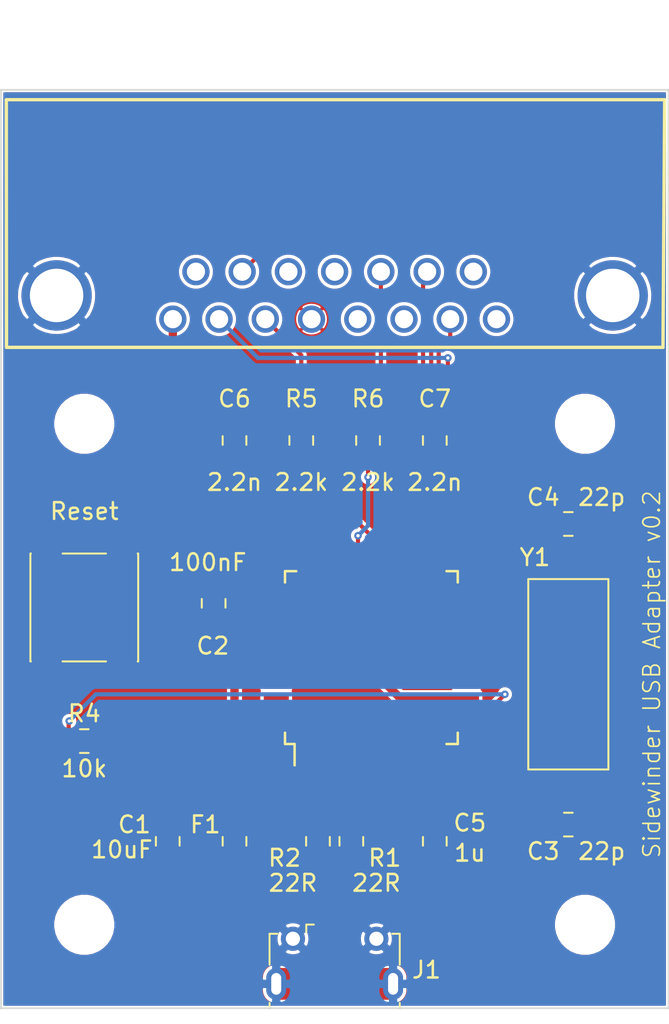
<source format=kicad_pcb>
(kicad_pcb (version 20171130) (host pcbnew 5.1.4+dfsg1-1)

  (general
    (thickness 1.6)
    (drawings 5)
    (tracks 119)
    (zones 0)
    (modules 22)
    (nets 50)
  )

  (page A4)
  (layers
    (0 F.Cu signal)
    (31 B.Cu signal)
    (32 B.Adhes user)
    (33 F.Adhes user)
    (34 B.Paste user)
    (35 F.Paste user)
    (36 B.SilkS user)
    (37 F.SilkS user)
    (38 B.Mask user)
    (39 F.Mask user)
    (40 Dwgs.User user)
    (41 Cmts.User user)
    (42 Eco1.User user)
    (43 Eco2.User user)
    (44 Edge.Cuts user)
    (45 Margin user)
    (46 B.CrtYd user)
    (47 F.CrtYd user)
    (48 B.Fab user)
    (49 F.Fab user)
  )

  (setup
    (last_trace_width 0.25)
    (user_trace_width 0.5)
    (user_trace_width 1)
    (trace_clearance 0.2)
    (zone_clearance 0.1)
    (zone_45_only no)
    (trace_min 0.2)
    (via_size 0.45)
    (via_drill 0.2)
    (via_min_size 0.45)
    (via_min_drill 0.2)
    (user_via 0.45 0.2)
    (user_via 1 0.5)
    (uvia_size 0.3)
    (uvia_drill 0.1)
    (uvias_allowed no)
    (uvia_min_size 0.2)
    (uvia_min_drill 0.1)
    (edge_width 0.1)
    (segment_width 0.2)
    (pcb_text_width 0.3)
    (pcb_text_size 1.5 1.5)
    (mod_edge_width 0.15)
    (mod_text_size 1 1)
    (mod_text_width 0.15)
    (pad_size 4.216 4.216)
    (pad_drill 3.2)
    (pad_to_mask_clearance 0)
    (aux_axis_origin 0 0)
    (visible_elements FFFFFF7F)
    (pcbplotparams
      (layerselection 0x010f8_ffffffff)
      (usegerberextensions false)
      (usegerberattributes false)
      (usegerberadvancedattributes false)
      (creategerberjobfile false)
      (excludeedgelayer true)
      (linewidth 0.100000)
      (plotframeref false)
      (viasonmask false)
      (mode 1)
      (useauxorigin false)
      (hpglpennumber 1)
      (hpglpenspeed 20)
      (hpglpendiameter 15.000000)
      (psnegative false)
      (psa4output false)
      (plotreference true)
      (plotvalue true)
      (plotinvisibletext false)
      (padsonsilk false)
      (subtractmaskfromsilk false)
      (outputformat 1)
      (mirror false)
      (drillshape 0)
      (scaleselection 1)
      (outputdirectory "gerber"))
  )

  (net 0 "")
  (net 1 GND)
  (net 2 VCC)
  (net 3 "Net-(C3-Pad1)")
  (net 4 "Net-(C4-Pad1)")
  (net 5 "Net-(C5-Pad1)")
  (net 6 "Net-(C6-Pad1)")
  (net 7 "Net-(C7-Pad1)")
  (net 8 "Net-(F1-Pad1)")
  (net 9 "Net-(J1-Pad3)")
  (net 10 "Net-(J1-Pad4)")
  (net 11 "Net-(J1-Pad2)")
  (net 12 "Net-(J2-Pad9)")
  (net 13 "Net-(J2-Pad10)")
  (net 14 "Net-(J2-Pad11)")
  (net 15 "Net-(J2-Pad15)")
  (net 16 "Net-(J2-Pad14)")
  (net 17 "Net-(J2-Pad13)")
  (net 18 "Net-(J2-Pad12)")
  (net 19 "Net-(J2-Pad8)")
  (net 20 "Net-(J2-Pad2)")
  (net 21 "Net-(J2-Pad3)")
  (net 22 "Net-(J2-Pad7)")
  (net 23 "Net-(J2-Pad6)")
  (net 24 "Net-(J2-Pad5)")
  (net 25 "Net-(R1-Pad1)")
  (net 26 "Net-(R2-Pad1)")
  (net 27 "Net-(R4-Pad1)")
  (net 28 "Net-(U1-Pad42)")
  (net 29 "Net-(U1-Pad41)")
  (net 30 "Net-(U1-Pad40)")
  (net 31 "Net-(U1-Pad39)")
  (net 32 "Net-(U1-Pad38)")
  (net 33 "Net-(U1-Pad37)")
  (net 34 "Net-(U1-Pad36)")
  (net 35 "Net-(U1-Pad33)")
  (net 36 "Net-(U1-Pad32)")
  (net 37 "Net-(U1-Pad31)")
  (net 38 "Net-(U1-Pad30)")
  (net 39 "Net-(U1-Pad27)")
  (net 40 "Net-(U1-Pad26)")
  (net 41 "Net-(U1-Pad25)")
  (net 42 "Net-(U1-Pad22)")
  (net 43 "Net-(U1-Pad12)")
  (net 44 "Net-(U1-Pad1)")
  (net 45 "Net-(U1-Pad11)")
  (net 46 "Net-(U1-Pad10)")
  (net 47 "Net-(U1-Pad9)")
  (net 48 "Net-(U1-Pad8)")
  (net 49 Shield)

  (net_class Default "This is the default net class."
    (clearance 0.2)
    (trace_width 0.25)
    (via_dia 0.45)
    (via_drill 0.2)
    (uvia_dia 0.3)
    (uvia_drill 0.1)
    (add_net GND)
    (add_net "Net-(C3-Pad1)")
    (add_net "Net-(C4-Pad1)")
    (add_net "Net-(C5-Pad1)")
    (add_net "Net-(C6-Pad1)")
    (add_net "Net-(C7-Pad1)")
    (add_net "Net-(F1-Pad1)")
    (add_net "Net-(J1-Pad2)")
    (add_net "Net-(J1-Pad3)")
    (add_net "Net-(J1-Pad4)")
    (add_net "Net-(J2-Pad10)")
    (add_net "Net-(J2-Pad11)")
    (add_net "Net-(J2-Pad12)")
    (add_net "Net-(J2-Pad13)")
    (add_net "Net-(J2-Pad14)")
    (add_net "Net-(J2-Pad15)")
    (add_net "Net-(J2-Pad2)")
    (add_net "Net-(J2-Pad3)")
    (add_net "Net-(J2-Pad5)")
    (add_net "Net-(J2-Pad6)")
    (add_net "Net-(J2-Pad7)")
    (add_net "Net-(J2-Pad8)")
    (add_net "Net-(J2-Pad9)")
    (add_net "Net-(R1-Pad1)")
    (add_net "Net-(R2-Pad1)")
    (add_net "Net-(R4-Pad1)")
    (add_net "Net-(U1-Pad1)")
    (add_net "Net-(U1-Pad10)")
    (add_net "Net-(U1-Pad11)")
    (add_net "Net-(U1-Pad12)")
    (add_net "Net-(U1-Pad22)")
    (add_net "Net-(U1-Pad25)")
    (add_net "Net-(U1-Pad26)")
    (add_net "Net-(U1-Pad27)")
    (add_net "Net-(U1-Pad30)")
    (add_net "Net-(U1-Pad31)")
    (add_net "Net-(U1-Pad32)")
    (add_net "Net-(U1-Pad33)")
    (add_net "Net-(U1-Pad36)")
    (add_net "Net-(U1-Pad37)")
    (add_net "Net-(U1-Pad38)")
    (add_net "Net-(U1-Pad39)")
    (add_net "Net-(U1-Pad40)")
    (add_net "Net-(U1-Pad41)")
    (add_net "Net-(U1-Pad42)")
    (add_net "Net-(U1-Pad8)")
    (add_net "Net-(U1-Pad9)")
    (add_net Shield)
    (add_net VCC)
  )

  (module sidewinder-usb:Auris_HC49USSMD (layer F.Cu) (tedit 5E62619C) (tstamp 5E601C20)
    (at 34 -20 90)
    (path /5E5FF891)
    (fp_text reference Y1 (at 7 -2) (layer F.SilkS)
      (effects (font (size 1 1) (thickness 0.15)))
    )
    (fp_text value 16MHz (at 0 -4 90) (layer F.Fab) hide
      (effects (font (size 1 1) (thickness 0.15)))
    )
    (fp_line (start 5.7 -2.4) (end 5.7 2.4) (layer F.SilkS) (width 0.12))
    (fp_line (start -5.7 -2.4) (end -5.7 2.4) (layer F.SilkS) (width 0.12))
    (fp_line (start -5.7 2.4) (end 5.7 2.4) (layer F.SilkS) (width 0.12))
    (fp_line (start -5.7 -2.4) (end 5.7 -2.4) (layer F.SilkS) (width 0.12))
    (fp_line (start -6.5 -2.4) (end 6.5 -2.4) (layer F.Fab) (width 0.12))
    (fp_line (start 6.5 -2.4) (end 6.5 2.4) (layer F.Fab) (width 0.12))
    (fp_line (start 6.5 2.4) (end -6.5 2.4) (layer F.Fab) (width 0.12))
    (fp_line (start -6.5 2.4) (end -6.5 -2.4) (layer F.Fab) (width 0.12))
    (pad 2 smd rect (at 4.25 0 90) (size 4.5 2) (layers F.Cu F.Paste F.Mask)
      (net 4 "Net-(C4-Pad1)"))
    (pad 1 smd rect (at -4.25 0 90) (size 4.5 2) (layers F.Cu F.Paste F.Mask)
      (net 3 "Net-(C3-Pad1)"))
  )

  (module MountingHole:MountingHole_3.2mm_M3 (layer F.Cu) (tedit 56D1B4CB) (tstamp 5E604326)
    (at 35 -35)
    (descr "Mounting Hole 3.2mm, no annular, M3")
    (tags "mounting hole 3.2mm no annular m3")
    (attr virtual)
    (fp_text reference "" (at 0 -4.2) (layer F.SilkS)
      (effects (font (size 1 1) (thickness 0.15)))
    )
    (fp_text value "" (at 0 4.2) (layer F.Fab)
      (effects (font (size 1 1) (thickness 0.15)))
    )
    (fp_text user %R (at 0.3 0) (layer F.Fab)
      (effects (font (size 1 1) (thickness 0.15)))
    )
    (fp_circle (center 0 0) (end 3.2 0) (layer Cmts.User) (width 0.15))
    (fp_circle (center 0 0) (end 3.45 0) (layer F.CrtYd) (width 0.05))
    (pad 1 np_thru_hole circle (at 0 0) (size 3.2 3.2) (drill 3.2) (layers *.Cu *.Mask))
  )

  (module MountingHole:MountingHole_3.2mm_M3 (layer F.Cu) (tedit 56D1B4CB) (tstamp 5E604326)
    (at 5 -35)
    (descr "Mounting Hole 3.2mm, no annular, M3")
    (tags "mounting hole 3.2mm no annular m3")
    (attr virtual)
    (fp_text reference "" (at 0 -4.2) (layer F.SilkS)
      (effects (font (size 1 1) (thickness 0.15)))
    )
    (fp_text value "" (at 0 4.2) (layer F.Fab)
      (effects (font (size 1 1) (thickness 0.15)))
    )
    (fp_text user %R (at 0.3 0) (layer F.Fab)
      (effects (font (size 1 1) (thickness 0.15)))
    )
    (fp_circle (center 0 0) (end 3.2 0) (layer Cmts.User) (width 0.15))
    (fp_circle (center 0 0) (end 3.45 0) (layer F.CrtYd) (width 0.05))
    (pad 1 np_thru_hole circle (at 0 0) (size 3.2 3.2) (drill 3.2) (layers *.Cu *.Mask))
  )

  (module MountingHole:MountingHole_3.2mm_M3 (layer F.Cu) (tedit 56D1B4CB) (tstamp 5E6042D0)
    (at 5 -5)
    (descr "Mounting Hole 3.2mm, no annular, M3")
    (tags "mounting hole 3.2mm no annular m3")
    (attr virtual)
    (fp_text reference "" (at 0 -4.2) (layer F.SilkS)
      (effects (font (size 1 1) (thickness 0.15)))
    )
    (fp_text value "" (at 0 4.2) (layer F.Fab)
      (effects (font (size 1 1) (thickness 0.15)))
    )
    (fp_circle (center 0 0) (end 3.45 0) (layer F.CrtYd) (width 0.05))
    (fp_circle (center 0 0) (end 3.2 0) (layer Cmts.User) (width 0.15))
    (fp_text user %R (at 0.3 0) (layer F.Fab)
      (effects (font (size 1 1) (thickness 0.15)))
    )
    (pad 1 np_thru_hole circle (at 0 0) (size 3.2 3.2) (drill 3.2) (layers *.Cu *.Mask))
  )

  (module MountingHole:MountingHole_3.2mm_M3 (layer F.Cu) (tedit 56D1B4CB) (tstamp 5E6042E8)
    (at 35 -5)
    (descr "Mounting Hole 3.2mm, no annular, M3")
    (tags "mounting hole 3.2mm no annular m3")
    (attr virtual)
    (fp_text reference "" (at 0 -4.2) (layer F.SilkS)
      (effects (font (size 1 1) (thickness 0.15)))
    )
    (fp_text value "" (at 0 4.2) (layer F.Fab)
      (effects (font (size 1 1) (thickness 0.15)))
    )
    (fp_circle (center 0 0) (end 3.45 0) (layer F.CrtYd) (width 0.05))
    (fp_circle (center 0 0) (end 3.2 0) (layer Cmts.User) (width 0.15))
    (fp_text user %R (at 0.3 0) (layer F.Fab)
      (effects (font (size 1 1) (thickness 0.15)))
    )
    (pad 1 np_thru_hole circle (at 0 0) (size 3.2 3.2) (drill 3.2) (layers *.Cu *.Mask))
  )

  (module Package_QFP:TQFP-44_10x10mm_P0.8mm (layer F.Cu) (tedit 5A02F146) (tstamp 5E601C16)
    (at 22.2 -21 90)
    (descr "44-Lead Plastic Thin Quad Flatpack (PT) - 10x10x1.0 mm Body [TQFP] (see Microchip Packaging Specification 00000049BS.pdf)")
    (tags "QFP 0.8")
    (path /5E5F2319)
    (attr smd)
    (fp_text reference U1 (at 0 -7.45 90) (layer F.SilkS) hide
      (effects (font (size 1 1) (thickness 0.15)))
    )
    (fp_text value ATmega32U4-AU (at 0 7.45 90) (layer F.Fab) hide
      (effects (font (size 1 1) (thickness 0.15)))
    )
    (fp_line (start -5.175 -4.6) (end -6.45 -4.6) (layer F.SilkS) (width 0.15))
    (fp_line (start 5.175 -5.175) (end 4.5 -5.175) (layer F.SilkS) (width 0.15))
    (fp_line (start 5.175 5.175) (end 4.5 5.175) (layer F.SilkS) (width 0.15))
    (fp_line (start -5.175 5.175) (end -4.5 5.175) (layer F.SilkS) (width 0.15))
    (fp_line (start -5.175 -5.175) (end -4.5 -5.175) (layer F.SilkS) (width 0.15))
    (fp_line (start -5.175 5.175) (end -5.175 4.5) (layer F.SilkS) (width 0.15))
    (fp_line (start 5.175 5.175) (end 5.175 4.5) (layer F.SilkS) (width 0.15))
    (fp_line (start 5.175 -5.175) (end 5.175 -4.5) (layer F.SilkS) (width 0.15))
    (fp_line (start -5.175 -5.175) (end -5.175 -4.6) (layer F.SilkS) (width 0.15))
    (fp_line (start -6.7 6.7) (end 6.7 6.7) (layer F.CrtYd) (width 0.05))
    (fp_line (start -6.7 -6.7) (end 6.7 -6.7) (layer F.CrtYd) (width 0.05))
    (fp_line (start 6.7 -6.7) (end 6.7 6.7) (layer F.CrtYd) (width 0.05))
    (fp_line (start -6.7 -6.7) (end -6.7 6.7) (layer F.CrtYd) (width 0.05))
    (fp_line (start -5 -4) (end -4 -5) (layer F.Fab) (width 0.15))
    (fp_line (start -5 5) (end -5 -4) (layer F.Fab) (width 0.15))
    (fp_line (start 5 5) (end -5 5) (layer F.Fab) (width 0.15))
    (fp_line (start 5 -5) (end 5 5) (layer F.Fab) (width 0.15))
    (fp_line (start -4 -5) (end 5 -5) (layer F.Fab) (width 0.15))
    (fp_text user %R (at 0 0 270) (layer F.Fab)
      (effects (font (size 1 1) (thickness 0.15)))
    )
    (pad 44 smd rect (at -4 -5.7 180) (size 1.5 0.55) (layers F.Cu F.Paste F.Mask)
      (net 2 VCC))
    (pad 43 smd rect (at -3.2 -5.7 180) (size 1.5 0.55) (layers F.Cu F.Paste F.Mask)
      (net 1 GND))
    (pad 42 smd rect (at -2.4 -5.7 180) (size 1.5 0.55) (layers F.Cu F.Paste F.Mask)
      (net 28 "Net-(U1-Pad42)"))
    (pad 41 smd rect (at -1.6 -5.7 180) (size 1.5 0.55) (layers F.Cu F.Paste F.Mask)
      (net 29 "Net-(U1-Pad41)"))
    (pad 40 smd rect (at -0.8 -5.7 180) (size 1.5 0.55) (layers F.Cu F.Paste F.Mask)
      (net 30 "Net-(U1-Pad40)"))
    (pad 39 smd rect (at 0 -5.7 180) (size 1.5 0.55) (layers F.Cu F.Paste F.Mask)
      (net 31 "Net-(U1-Pad39)"))
    (pad 38 smd rect (at 0.8 -5.7 180) (size 1.5 0.55) (layers F.Cu F.Paste F.Mask)
      (net 32 "Net-(U1-Pad38)"))
    (pad 37 smd rect (at 1.6 -5.7 180) (size 1.5 0.55) (layers F.Cu F.Paste F.Mask)
      (net 33 "Net-(U1-Pad37)"))
    (pad 36 smd rect (at 2.4 -5.7 180) (size 1.5 0.55) (layers F.Cu F.Paste F.Mask)
      (net 34 "Net-(U1-Pad36)"))
    (pad 35 smd rect (at 3.2 -5.7 180) (size 1.5 0.55) (layers F.Cu F.Paste F.Mask)
      (net 1 GND))
    (pad 34 smd rect (at 4 -5.7 180) (size 1.5 0.55) (layers F.Cu F.Paste F.Mask)
      (net 2 VCC))
    (pad 33 smd rect (at 5.7 -4 90) (size 1.5 0.55) (layers F.Cu F.Paste F.Mask)
      (net 35 "Net-(U1-Pad33)"))
    (pad 32 smd rect (at 5.7 -3.2 90) (size 1.5 0.55) (layers F.Cu F.Paste F.Mask)
      (net 36 "Net-(U1-Pad32)"))
    (pad 31 smd rect (at 5.7 -2.4 90) (size 1.5 0.55) (layers F.Cu F.Paste F.Mask)
      (net 37 "Net-(U1-Pad31)"))
    (pad 30 smd rect (at 5.7 -1.6 90) (size 1.5 0.55) (layers F.Cu F.Paste F.Mask)
      (net 38 "Net-(U1-Pad30)"))
    (pad 29 smd rect (at 5.7 -0.8 90) (size 1.5 0.55) (layers F.Cu F.Paste F.Mask)
      (net 7 "Net-(C7-Pad1)"))
    (pad 28 smd rect (at 5.7 0 90) (size 1.5 0.55) (layers F.Cu F.Paste F.Mask)
      (net 6 "Net-(C6-Pad1)"))
    (pad 27 smd rect (at 5.7 0.8 90) (size 1.5 0.55) (layers F.Cu F.Paste F.Mask)
      (net 39 "Net-(U1-Pad27)"))
    (pad 26 smd rect (at 5.7 1.6 90) (size 1.5 0.55) (layers F.Cu F.Paste F.Mask)
      (net 40 "Net-(U1-Pad26)"))
    (pad 25 smd rect (at 5.7 2.4 90) (size 1.5 0.55) (layers F.Cu F.Paste F.Mask)
      (net 41 "Net-(U1-Pad25)"))
    (pad 24 smd rect (at 5.7 3.2 90) (size 1.5 0.55) (layers F.Cu F.Paste F.Mask)
      (net 2 VCC))
    (pad 23 smd rect (at 5.7 4 90) (size 1.5 0.55) (layers F.Cu F.Paste F.Mask)
      (net 1 GND))
    (pad 22 smd rect (at 4 5.7 180) (size 1.5 0.55) (layers F.Cu F.Paste F.Mask)
      (net 42 "Net-(U1-Pad22)"))
    (pad 21 smd rect (at 3.2 5.7 180) (size 1.5 0.55) (layers F.Cu F.Paste F.Mask)
      (net 16 "Net-(J2-Pad14)"))
    (pad 20 smd rect (at 2.4 5.7 180) (size 1.5 0.55) (layers F.Cu F.Paste F.Mask)
      (net 13 "Net-(J2-Pad10)"))
    (pad 19 smd rect (at 1.6 5.7 180) (size 1.5 0.55) (layers F.Cu F.Paste F.Mask)
      (net 22 "Net-(J2-Pad7)"))
    (pad 18 smd rect (at 0.8 5.7 180) (size 1.5 0.55) (layers F.Cu F.Paste F.Mask)
      (net 20 "Net-(J2-Pad2)"))
    (pad 17 smd rect (at 0 5.7 180) (size 1.5 0.55) (layers F.Cu F.Paste F.Mask)
      (net 4 "Net-(C4-Pad1)"))
    (pad 16 smd rect (at -0.8 5.7 180) (size 1.5 0.55) (layers F.Cu F.Paste F.Mask)
      (net 3 "Net-(C3-Pad1)"))
    (pad 15 smd rect (at -1.6 5.7 180) (size 1.5 0.55) (layers F.Cu F.Paste F.Mask)
      (net 1 GND))
    (pad 14 smd rect (at -2.4 5.7 180) (size 1.5 0.55) (layers F.Cu F.Paste F.Mask)
      (net 2 VCC))
    (pad 13 smd rect (at -3.2 5.7 180) (size 1.5 0.55) (layers F.Cu F.Paste F.Mask)
      (net 27 "Net-(R4-Pad1)"))
    (pad 12 smd rect (at -4 5.7 180) (size 1.5 0.55) (layers F.Cu F.Paste F.Mask)
      (net 43 "Net-(U1-Pad12)"))
    (pad 11 smd rect (at -5.7 4 90) (size 1.5 0.55) (layers F.Cu F.Paste F.Mask)
      (net 45 "Net-(U1-Pad11)"))
    (pad 10 smd rect (at -5.7 3.2 90) (size 1.5 0.55) (layers F.Cu F.Paste F.Mask)
      (net 46 "Net-(U1-Pad10)"))
    (pad 9 smd rect (at -5.7 2.4 90) (size 1.5 0.55) (layers F.Cu F.Paste F.Mask)
      (net 47 "Net-(U1-Pad9)"))
    (pad 8 smd rect (at -5.7 1.6 90) (size 1.5 0.55) (layers F.Cu F.Paste F.Mask)
      (net 48 "Net-(U1-Pad8)"))
    (pad 7 smd rect (at -5.7 0.8 90) (size 1.5 0.55) (layers F.Cu F.Paste F.Mask)
      (net 2 VCC))
    (pad 6 smd rect (at -5.7 0 90) (size 1.5 0.55) (layers F.Cu F.Paste F.Mask)
      (net 5 "Net-(C5-Pad1)"))
    (pad 5 smd rect (at -5.7 -0.8 90) (size 1.5 0.55) (layers F.Cu F.Paste F.Mask)
      (net 1 GND))
    (pad 4 smd rect (at -5.7 -1.6 90) (size 1.5 0.55) (layers F.Cu F.Paste F.Mask)
      (net 25 "Net-(R1-Pad1)"))
    (pad 3 smd rect (at -5.7 -2.4 90) (size 1.5 0.55) (layers F.Cu F.Paste F.Mask)
      (net 26 "Net-(R2-Pad1)"))
    (pad 2 smd rect (at -5.7 -3.2 90) (size 1.5 0.55) (layers F.Cu F.Paste F.Mask)
      (net 2 VCC))
    (pad 1 smd rect (at -5.7 -4 90) (size 1.5 0.55) (layers F.Cu F.Paste F.Mask)
      (net 44 "Net-(U1-Pad1)"))
    (model ${KISYS3DMOD}/Package_QFP.3dshapes/TQFP-44_10x10mm_P0.8mm.wrl
      (at (xyz 0 0 0))
      (scale (xyz 1 1 1))
      (rotate (xyz 0 0 0))
    )
  )

  (module Button_Switch_SMD:SW_Push_1P1T_NO_6x6mm_H9.5mm (layer F.Cu) (tedit 5CA1CA7F) (tstamp 5E601BD3)
    (at 5 -24 270)
    (descr "tactile push button, 6x6mm e.g. PTS645xx series, height=9.5mm")
    (tags "tact sw push 6mm smd")
    (path /5E629DFA)
    (attr smd)
    (fp_text reference SW1 (at 0 -4.05 90) (layer F.SilkS) hide
      (effects (font (size 1 1) (thickness 0.15)))
    )
    (fp_text value Reset (at -5.76 0 180) (layer F.SilkS)
      (effects (font (size 1 1) (thickness 0.15)))
    )
    (fp_circle (center 0 0) (end 1.75 -0.05) (layer F.Fab) (width 0.1))
    (fp_line (start -3.23 3.23) (end 3.23 3.23) (layer F.SilkS) (width 0.12))
    (fp_line (start -3.23 -1.3) (end -3.23 1.3) (layer F.SilkS) (width 0.12))
    (fp_line (start -3.23 -3.23) (end 3.23 -3.23) (layer F.SilkS) (width 0.12))
    (fp_line (start 3.23 -1.3) (end 3.23 1.3) (layer F.SilkS) (width 0.12))
    (fp_line (start -3.23 -3.2) (end -3.23 -3.23) (layer F.SilkS) (width 0.12))
    (fp_line (start -3.23 3.23) (end -3.23 3.2) (layer F.SilkS) (width 0.12))
    (fp_line (start 3.23 3.23) (end 3.23 3.2) (layer F.SilkS) (width 0.12))
    (fp_line (start 3.23 -3.23) (end 3.23 -3.2) (layer F.SilkS) (width 0.12))
    (fp_line (start -5 -3.25) (end 5 -3.25) (layer F.CrtYd) (width 0.05))
    (fp_line (start -5 3.25) (end 5 3.25) (layer F.CrtYd) (width 0.05))
    (fp_line (start -5 -3.25) (end -5 3.25) (layer F.CrtYd) (width 0.05))
    (fp_line (start 5 3.25) (end 5 -3.25) (layer F.CrtYd) (width 0.05))
    (fp_line (start 3 -3) (end -3 -3) (layer F.Fab) (width 0.1))
    (fp_line (start 3 3) (end 3 -3) (layer F.Fab) (width 0.1))
    (fp_line (start -3 3) (end 3 3) (layer F.Fab) (width 0.1))
    (fp_line (start -3 -3) (end -3 3) (layer F.Fab) (width 0.1))
    (pad 2 smd rect (at 3.975 2.25 270) (size 1.55 1.3) (layers F.Cu F.Paste F.Mask)
      (net 27 "Net-(R4-Pad1)"))
    (pad 1 smd rect (at 3.975 -2.25 270) (size 1.55 1.3) (layers F.Cu F.Paste F.Mask)
      (net 1 GND))
    (pad 1 smd rect (at -3.975 -2.25 270) (size 1.55 1.3) (layers F.Cu F.Paste F.Mask)
      (net 1 GND))
    (pad 2 smd rect (at -3.975 2.25 270) (size 1.55 1.3) (layers F.Cu F.Paste F.Mask)
      (net 27 "Net-(R4-Pad1)"))
    (model ${KISYS3DMOD}/Button_Switch_SMD.3dshapes/SW_PUSH_6mm_H9.5mm.wrl
      (at (xyz 0 0 0))
      (scale (xyz 1 1 1))
      (rotate (xyz 0 0 0))
    )
  )

  (module Resistor_SMD:R_0805_2012Metric (layer F.Cu) (tedit 5B36C52B) (tstamp 5E601BB9)
    (at 22 -34 90)
    (descr "Resistor SMD 0805 (2012 Metric), square (rectangular) end terminal, IPC_7351 nominal, (Body size source: https://docs.google.com/spreadsheets/d/1BsfQQcO9C6DZCsRaXUlFlo91Tg2WpOkGARC1WS5S8t0/edit?usp=sharing), generated with kicad-footprint-generator")
    (tags resistor)
    (path /5E65A8FA)
    (attr smd)
    (fp_text reference R6 (at 2.5 0 180) (layer F.SilkS)
      (effects (font (size 1 1) (thickness 0.15)))
    )
    (fp_text value 2.2k (at -2.5 0 180) (layer F.SilkS)
      (effects (font (size 1 1) (thickness 0.15)))
    )
    (fp_text user %R (at 0 0 90) (layer F.Fab)
      (effects (font (size 0.5 0.5) (thickness 0.08)))
    )
    (fp_line (start 1.68 0.95) (end -1.68 0.95) (layer F.CrtYd) (width 0.05))
    (fp_line (start 1.68 -0.95) (end 1.68 0.95) (layer F.CrtYd) (width 0.05))
    (fp_line (start -1.68 -0.95) (end 1.68 -0.95) (layer F.CrtYd) (width 0.05))
    (fp_line (start -1.68 0.95) (end -1.68 -0.95) (layer F.CrtYd) (width 0.05))
    (fp_line (start -0.258578 0.71) (end 0.258578 0.71) (layer F.SilkS) (width 0.12))
    (fp_line (start -0.258578 -0.71) (end 0.258578 -0.71) (layer F.SilkS) (width 0.12))
    (fp_line (start 1 0.6) (end -1 0.6) (layer F.Fab) (width 0.1))
    (fp_line (start 1 -0.6) (end 1 0.6) (layer F.Fab) (width 0.1))
    (fp_line (start -1 -0.6) (end 1 -0.6) (layer F.Fab) (width 0.1))
    (fp_line (start -1 0.6) (end -1 -0.6) (layer F.Fab) (width 0.1))
    (pad 2 smd roundrect (at 0.9375 0 90) (size 0.975 1.4) (layers F.Cu F.Paste F.Mask) (roundrect_rratio 0.25)
      (net 17 "Net-(J2-Pad13)"))
    (pad 1 smd roundrect (at -0.9375 0 90) (size 0.975 1.4) (layers F.Cu F.Paste F.Mask) (roundrect_rratio 0.25)
      (net 7 "Net-(C7-Pad1)"))
    (model ${KISYS3DMOD}/Resistor_SMD.3dshapes/R_0805_2012Metric.wrl
      (at (xyz 0 0 0))
      (scale (xyz 1 1 1))
      (rotate (xyz 0 0 0))
    )
  )

  (module Resistor_SMD:R_0805_2012Metric (layer F.Cu) (tedit 5B36C52B) (tstamp 5E601BA8)
    (at 18 -34 90)
    (descr "Resistor SMD 0805 (2012 Metric), square (rectangular) end terminal, IPC_7351 nominal, (Body size source: https://docs.google.com/spreadsheets/d/1BsfQQcO9C6DZCsRaXUlFlo91Tg2WpOkGARC1WS5S8t0/edit?usp=sharing), generated with kicad-footprint-generator")
    (tags resistor)
    (path /5E65A25A)
    (attr smd)
    (fp_text reference R5 (at 2.5 0 180) (layer F.SilkS)
      (effects (font (size 1 1) (thickness 0.15)))
    )
    (fp_text value 2.2k (at -2.5 0 180) (layer F.SilkS)
      (effects (font (size 1 1) (thickness 0.15)))
    )
    (fp_text user %R (at 0 0 90) (layer F.Fab)
      (effects (font (size 0.5 0.5) (thickness 0.08)))
    )
    (fp_line (start 1.68 0.95) (end -1.68 0.95) (layer F.CrtYd) (width 0.05))
    (fp_line (start 1.68 -0.95) (end 1.68 0.95) (layer F.CrtYd) (width 0.05))
    (fp_line (start -1.68 -0.95) (end 1.68 -0.95) (layer F.CrtYd) (width 0.05))
    (fp_line (start -1.68 0.95) (end -1.68 -0.95) (layer F.CrtYd) (width 0.05))
    (fp_line (start -0.258578 0.71) (end 0.258578 0.71) (layer F.SilkS) (width 0.12))
    (fp_line (start -0.258578 -0.71) (end 0.258578 -0.71) (layer F.SilkS) (width 0.12))
    (fp_line (start 1 0.6) (end -1 0.6) (layer F.Fab) (width 0.1))
    (fp_line (start 1 -0.6) (end 1 0.6) (layer F.Fab) (width 0.1))
    (fp_line (start -1 -0.6) (end 1 -0.6) (layer F.Fab) (width 0.1))
    (fp_line (start -1 0.6) (end -1 -0.6) (layer F.Fab) (width 0.1))
    (pad 2 smd roundrect (at 0.9375 0 90) (size 0.975 1.4) (layers F.Cu F.Paste F.Mask) (roundrect_rratio 0.25)
      (net 21 "Net-(J2-Pad3)"))
    (pad 1 smd roundrect (at -0.9375 0 90) (size 0.975 1.4) (layers F.Cu F.Paste F.Mask) (roundrect_rratio 0.25)
      (net 6 "Net-(C6-Pad1)"))
    (model ${KISYS3DMOD}/Resistor_SMD.3dshapes/R_0805_2012Metric.wrl
      (at (xyz 0 0 0))
      (scale (xyz 1 1 1))
      (rotate (xyz 0 0 0))
    )
  )

  (module Resistor_SMD:R_0805_2012Metric (layer F.Cu) (tedit 5B36C52B) (tstamp 5E601B97)
    (at 5 -16)
    (descr "Resistor SMD 0805 (2012 Metric), square (rectangular) end terminal, IPC_7351 nominal, (Body size source: https://docs.google.com/spreadsheets/d/1BsfQQcO9C6DZCsRaXUlFlo91Tg2WpOkGARC1WS5S8t0/edit?usp=sharing), generated with kicad-footprint-generator")
    (tags resistor)
    (path /5E6261FE)
    (attr smd)
    (fp_text reference R4 (at 0 -1.65) (layer F.SilkS)
      (effects (font (size 1 1) (thickness 0.15)))
    )
    (fp_text value 10k (at 0 1.65) (layer F.SilkS)
      (effects (font (size 1 1) (thickness 0.15)))
    )
    (fp_text user %R (at 0 0) (layer F.Fab)
      (effects (font (size 0.5 0.5) (thickness 0.08)))
    )
    (fp_line (start 1.68 0.95) (end -1.68 0.95) (layer F.CrtYd) (width 0.05))
    (fp_line (start 1.68 -0.95) (end 1.68 0.95) (layer F.CrtYd) (width 0.05))
    (fp_line (start -1.68 -0.95) (end 1.68 -0.95) (layer F.CrtYd) (width 0.05))
    (fp_line (start -1.68 0.95) (end -1.68 -0.95) (layer F.CrtYd) (width 0.05))
    (fp_line (start -0.258578 0.71) (end 0.258578 0.71) (layer F.SilkS) (width 0.12))
    (fp_line (start -0.258578 -0.71) (end 0.258578 -0.71) (layer F.SilkS) (width 0.12))
    (fp_line (start 1 0.6) (end -1 0.6) (layer F.Fab) (width 0.1))
    (fp_line (start 1 -0.6) (end 1 0.6) (layer F.Fab) (width 0.1))
    (fp_line (start -1 -0.6) (end 1 -0.6) (layer F.Fab) (width 0.1))
    (fp_line (start -1 0.6) (end -1 -0.6) (layer F.Fab) (width 0.1))
    (pad 2 smd roundrect (at 0.9375 0) (size 0.975 1.4) (layers F.Cu F.Paste F.Mask) (roundrect_rratio 0.25)
      (net 2 VCC))
    (pad 1 smd roundrect (at -0.9375 0) (size 0.975 1.4) (layers F.Cu F.Paste F.Mask) (roundrect_rratio 0.25)
      (net 27 "Net-(R4-Pad1)"))
    (model ${KISYS3DMOD}/Resistor_SMD.3dshapes/R_0805_2012Metric.wrl
      (at (xyz 0 0 0))
      (scale (xyz 1 1 1))
      (rotate (xyz 0 0 0))
    )
  )

  (module Resistor_SMD:R_0805_2012Metric (layer F.Cu) (tedit 5B36C52B) (tstamp 5E621F80)
    (at 19 -10 270)
    (descr "Resistor SMD 0805 (2012 Metric), square (rectangular) end terminal, IPC_7351 nominal, (Body size source: https://docs.google.com/spreadsheets/d/1BsfQQcO9C6DZCsRaXUlFlo91Tg2WpOkGARC1WS5S8t0/edit?usp=sharing), generated with kicad-footprint-generator")
    (tags resistor)
    (path /5E5F54F6)
    (attr smd)
    (fp_text reference R2 (at 1 2 180) (layer F.SilkS)
      (effects (font (size 1 1) (thickness 0.15)))
    )
    (fp_text value 22R (at 2.5 1.5 180) (layer F.SilkS)
      (effects (font (size 1 1) (thickness 0.15)))
    )
    (fp_text user %R (at 0 0 90) (layer F.Fab)
      (effects (font (size 0.5 0.5) (thickness 0.08)))
    )
    (fp_line (start 1.68 0.95) (end -1.68 0.95) (layer F.CrtYd) (width 0.05))
    (fp_line (start 1.68 -0.95) (end 1.68 0.95) (layer F.CrtYd) (width 0.05))
    (fp_line (start -1.68 -0.95) (end 1.68 -0.95) (layer F.CrtYd) (width 0.05))
    (fp_line (start -1.68 0.95) (end -1.68 -0.95) (layer F.CrtYd) (width 0.05))
    (fp_line (start -0.258578 0.71) (end 0.258578 0.71) (layer F.SilkS) (width 0.12))
    (fp_line (start -0.258578 -0.71) (end 0.258578 -0.71) (layer F.SilkS) (width 0.12))
    (fp_line (start 1 0.6) (end -1 0.6) (layer F.Fab) (width 0.1))
    (fp_line (start 1 -0.6) (end 1 0.6) (layer F.Fab) (width 0.1))
    (fp_line (start -1 -0.6) (end 1 -0.6) (layer F.Fab) (width 0.1))
    (fp_line (start -1 0.6) (end -1 -0.6) (layer F.Fab) (width 0.1))
    (pad 2 smd roundrect (at 0.9375 0 270) (size 0.975 1.4) (layers F.Cu F.Paste F.Mask) (roundrect_rratio 0.25)
      (net 11 "Net-(J1-Pad2)"))
    (pad 1 smd roundrect (at -0.9375 0 270) (size 0.975 1.4) (layers F.Cu F.Paste F.Mask) (roundrect_rratio 0.25)
      (net 26 "Net-(R2-Pad1)"))
    (model ${KISYS3DMOD}/Resistor_SMD.3dshapes/R_0805_2012Metric.wrl
      (at (xyz 0 0 0))
      (scale (xyz 1 1 1))
      (rotate (xyz 0 0 0))
    )
  )

  (module Resistor_SMD:R_0805_2012Metric (layer F.Cu) (tedit 5B36C52B) (tstamp 5E621F50)
    (at 21 -10 270)
    (descr "Resistor SMD 0805 (2012 Metric), square (rectangular) end terminal, IPC_7351 nominal, (Body size source: https://docs.google.com/spreadsheets/d/1BsfQQcO9C6DZCsRaXUlFlo91Tg2WpOkGARC1WS5S8t0/edit?usp=sharing), generated with kicad-footprint-generator")
    (tags resistor)
    (path /5E5F4C6D)
    (attr smd)
    (fp_text reference R1 (at 1 -2 180) (layer F.SilkS)
      (effects (font (size 1 1) (thickness 0.15)))
    )
    (fp_text value 22R (at 2.5 -1.5 180) (layer F.SilkS)
      (effects (font (size 1 1) (thickness 0.15)))
    )
    (fp_text user %R (at 0 0 90) (layer F.Fab)
      (effects (font (size 0.5 0.5) (thickness 0.08)))
    )
    (fp_line (start 1.68 0.95) (end -1.68 0.95) (layer F.CrtYd) (width 0.05))
    (fp_line (start 1.68 -0.95) (end 1.68 0.95) (layer F.CrtYd) (width 0.05))
    (fp_line (start -1.68 -0.95) (end 1.68 -0.95) (layer F.CrtYd) (width 0.05))
    (fp_line (start -1.68 0.95) (end -1.68 -0.95) (layer F.CrtYd) (width 0.05))
    (fp_line (start -0.258578 0.71) (end 0.258578 0.71) (layer F.SilkS) (width 0.12))
    (fp_line (start -0.258578 -0.71) (end 0.258578 -0.71) (layer F.SilkS) (width 0.12))
    (fp_line (start 1 0.6) (end -1 0.6) (layer F.Fab) (width 0.1))
    (fp_line (start 1 -0.6) (end 1 0.6) (layer F.Fab) (width 0.1))
    (fp_line (start -1 -0.6) (end 1 -0.6) (layer F.Fab) (width 0.1))
    (fp_line (start -1 0.6) (end -1 -0.6) (layer F.Fab) (width 0.1))
    (pad 2 smd roundrect (at 0.9375 0 270) (size 0.975 1.4) (layers F.Cu F.Paste F.Mask) (roundrect_rratio 0.25)
      (net 9 "Net-(J1-Pad3)"))
    (pad 1 smd roundrect (at -0.9375 0 270) (size 0.975 1.4) (layers F.Cu F.Paste F.Mask) (roundrect_rratio 0.25)
      (net 25 "Net-(R1-Pad1)"))
    (model ${KISYS3DMOD}/Resistor_SMD.3dshapes/R_0805_2012Metric.wrl
      (at (xyz 0 0 0))
      (scale (xyz 1 1 1))
      (rotate (xyz 0 0 0))
    )
  )

  (module 618015233821_Eagle_WR-DSUB_rev20a:618015233821 (layer F.Cu) (tedit 5E623424) (tstamp 5E601B53)
    (at 20 -50 180)
    (descr "<b>WR-DSUB</b><br>10.30 mm Female Angled PCB Connector w/o Hex Screw, 15 Pins")
    (path /5E5F3D28)
    (fp_text reference J2 (at 20.8 -8.865) (layer F.SilkS) hide
      (effects (font (size 1.2065 1.2065) (thickness 0.1016)) (justify right bottom))
    )
    (fp_text value DB15_Female (at 20.635 -6.425) (layer F.Fab) hide
      (effects (font (size 1.2065 1.2065) (thickness 0.1016)) (justify right bottom))
    )
    (fp_circle (center 11.1 -8.715) (end 11.2 -8.715) (layer Cmts.User) (width 0.2))
    (fp_poly (pts (xy -19.87 -10.625) (xy 19.87 -10.625) (xy 19.87 4.605) (xy -19.87 4.605)) (layer Dwgs.User) (width 0))
    (fp_text user "EDGE OF PCB Board" (at -2.2 3.185) (layer Cmts.User)
      (effects (font (size 0.38608 0.38608) (thickness 0.032512)) (justify right bottom))
    )
    (fp_line (start 0.6 4.285) (end 0.9 3.985) (layer Cmts.User) (width 0.1))
    (fp_line (start 0.6 4.285) (end 0.3 3.985) (layer Cmts.User) (width 0.1))
    (fp_line (start 0.6 3.185) (end 0.6 4.285) (layer Cmts.User) (width 0.1))
    (fp_line (start -19.77 4.405) (end -19.67 -10.425) (layer F.SilkS) (width 0.2))
    (fp_line (start 19.67 4.405) (end -19.77 4.405) (layer F.SilkS) (width 0.2))
    (fp_line (start 19.66 -10.425) (end 19.67 4.405) (layer F.SilkS) (width 0.2))
    (fp_line (start -19.67 -10.425) (end 19.66 -10.425) (layer F.SilkS) (width 0.2))
    (fp_line (start 19.57 4.305) (end -19.57 4.305) (layer F.Fab) (width 0.1))
    (fp_line (start -19.57 10.325) (end -19.57 4.305) (layer F.Fab) (width 0.1))
    (fp_line (start 19.57 10.325) (end -19.57 10.325) (layer F.Fab) (width 0.1))
    (fp_line (start 19.57 4.305) (end 19.57 10.325) (layer F.Fab) (width 0.1))
    (fp_line (start -19.57 4.305) (end -19.57 -10.325) (layer F.Fab) (width 0.1))
    (fp_line (start 19.57 -10.325) (end 19.57 4.305) (layer F.Fab) (width 0.1))
    (fp_line (start -19.57 -10.325) (end 19.57 -10.325) (layer F.Fab) (width 0.1))
    (pad 9 thru_hole circle (at 8.31 -5.895 180) (size 1.635 1.635) (drill 1.09) (layers *.Cu *.Mask)
      (net 12 "Net-(J2-Pad9)") (solder_mask_margin 0.1016))
    (pad 10 thru_hole circle (at 5.54 -5.895 180) (size 1.635 1.635) (drill 1.09) (layers *.Cu *.Mask)
      (net 13 "Net-(J2-Pad10)") (solder_mask_margin 0.1016))
    (pad 11 thru_hole circle (at 2.77 -5.895 180) (size 1.635 1.635) (drill 1.09) (layers *.Cu *.Mask)
      (net 14 "Net-(J2-Pad11)") (solder_mask_margin 0.1016))
    (pad 15 thru_hole circle (at -8.31 -5.895 180) (size 1.635 1.635) (drill 1.09) (layers *.Cu *.Mask)
      (net 15 "Net-(J2-Pad15)") (solder_mask_margin 0.1016))
    (pad 14 thru_hole circle (at -5.54 -5.895 180) (size 1.635 1.635) (drill 1.09) (layers *.Cu *.Mask)
      (net 16 "Net-(J2-Pad14)") (solder_mask_margin 0.1016))
    (pad 13 thru_hole circle (at -2.77 -5.895 180) (size 1.635 1.635) (drill 1.09) (layers *.Cu *.Mask)
      (net 17 "Net-(J2-Pad13)") (solder_mask_margin 0.1016))
    (pad 12 thru_hole circle (at 0 -5.895 180) (size 1.635 1.635) (drill 1.09) (layers *.Cu *.Mask)
      (net 18 "Net-(J2-Pad12)") (solder_mask_margin 0.1016))
    (pad 8 thru_hole circle (at -9.695 -8.735 180) (size 1.635 1.635) (drill 1.09) (layers *.Cu *.Mask)
      (net 19 "Net-(J2-Pad8)") (solder_mask_margin 0.1016))
    (pad 1 thru_hole circle (at 9.695 -8.735 180) (size 1.635 1.635) (drill 1.09) (layers *.Cu *.Mask)
      (net 2 VCC) (solder_mask_margin 0.1016))
    (pad 2 thru_hole circle (at 6.925 -8.735 180) (size 1.635 1.635) (drill 1.09) (layers *.Cu *.Mask)
      (net 20 "Net-(J2-Pad2)") (solder_mask_margin 0.1016))
    (pad 3 thru_hole circle (at 4.155 -8.735 180) (size 1.635 1.635) (drill 1.09) (layers *.Cu *.Mask)
      (net 21 "Net-(J2-Pad3)") (solder_mask_margin 0.1016))
    (pad 7 thru_hole circle (at -6.925 -8.735 180) (size 1.635 1.635) (drill 1.09) (layers *.Cu *.Mask)
      (net 22 "Net-(J2-Pad7)") (solder_mask_margin 0.1016))
    (pad 6 thru_hole circle (at -4.155 -8.735 180) (size 1.635 1.635) (drill 1.09) (layers *.Cu *.Mask)
      (net 23 "Net-(J2-Pad6)") (solder_mask_margin 0.1016))
    (pad 5 thru_hole circle (at -1.385 -8.735 180) (size 1.635 1.635) (drill 1.09) (layers *.Cu *.Mask)
      (net 24 "Net-(J2-Pad5)") (solder_mask_margin 0.1016))
    (pad 4 thru_hole circle (at 1.385 -8.735 180) (size 1.635 1.635) (drill 1.09) (layers *.Cu *.Mask)
      (net 1 GND) (solder_mask_margin 0.1016))
    (pad S2 thru_hole circle (at 16.66 -7.315 180) (size 4.216 4.216) (drill 3.2) (layers *.Cu *.Mask)
      (net 49 Shield) (solder_mask_margin 0.1016))
    (pad S1 thru_hole circle (at -16.66 -7.315 180) (size 4.216 4.216) (drill 3.2) (layers *.Cu *.Mask)
      (net 49 Shield) (solder_mask_margin 0.1016))
  )

  (module Connector_USB:USB_Micro-B_Molex-105017-0001 (layer F.Cu) (tedit 5A1DC0BE) (tstamp 5E601B2D)
    (at 20 -2.7)
    (descr http://www.molex.com/pdm_docs/sd/1050170001_sd.pdf)
    (tags "Micro-USB SMD Typ-B")
    (path /5E5F2B6D)
    (attr smd)
    (fp_text reference J1 (at 5.5 0.4) (layer F.SilkS)
      (effects (font (size 1 1) (thickness 0.15)))
    )
    (fp_text value USB_B_Micro (at 0.3 4.3375) (layer F.Fab) hide
      (effects (font (size 1 1) (thickness 0.15)))
    )
    (fp_line (start -1.1 -2.1225) (end -1.1 -1.9125) (layer F.Fab) (width 0.1))
    (fp_line (start -1.5 -2.1225) (end -1.5 -1.9125) (layer F.Fab) (width 0.1))
    (fp_line (start -1.5 -2.1225) (end -1.1 -2.1225) (layer F.Fab) (width 0.1))
    (fp_line (start -1.1 -1.9125) (end -1.3 -1.7125) (layer F.Fab) (width 0.1))
    (fp_line (start -1.3 -1.7125) (end -1.5 -1.9125) (layer F.Fab) (width 0.1))
    (fp_line (start -1.7 -2.3125) (end -1.7 -1.8625) (layer F.SilkS) (width 0.12))
    (fp_line (start -1.7 -2.3125) (end -1.25 -2.3125) (layer F.SilkS) (width 0.12))
    (fp_line (start 3.9 -1.7625) (end 3.45 -1.7625) (layer F.SilkS) (width 0.12))
    (fp_line (start 3.9 0.0875) (end 3.9 -1.7625) (layer F.SilkS) (width 0.12))
    (fp_line (start -3.9 2.6375) (end -3.9 2.3875) (layer F.SilkS) (width 0.12))
    (fp_line (start -3.75 3.3875) (end -3.75 -1.6125) (layer F.Fab) (width 0.1))
    (fp_line (start -3.75 -1.6125) (end 3.75 -1.6125) (layer F.Fab) (width 0.1))
    (fp_line (start -3.75 3.389204) (end 3.75 3.389204) (layer F.Fab) (width 0.1))
    (fp_line (start -3 2.689204) (end 3 2.689204) (layer F.Fab) (width 0.1))
    (fp_line (start 3.75 3.3875) (end 3.75 -1.6125) (layer F.Fab) (width 0.1))
    (fp_line (start 3.9 2.6375) (end 3.9 2.3875) (layer F.SilkS) (width 0.12))
    (fp_line (start -3.9 0.0875) (end -3.9 -1.7625) (layer F.SilkS) (width 0.12))
    (fp_line (start -3.9 -1.7625) (end -3.45 -1.7625) (layer F.SilkS) (width 0.12))
    (fp_line (start -4.4 3.64) (end -4.4 -2.46) (layer F.CrtYd) (width 0.05))
    (fp_line (start -4.4 -2.46) (end 4.4 -2.46) (layer F.CrtYd) (width 0.05))
    (fp_line (start 4.4 -2.46) (end 4.4 3.64) (layer F.CrtYd) (width 0.05))
    (fp_line (start -4.4 3.64) (end 4.4 3.64) (layer F.CrtYd) (width 0.05))
    (fp_text user %R (at 0 0.8875) (layer F.Fab)
      (effects (font (size 1 1) (thickness 0.15)))
    )
    (fp_text user "PCB Edge" (at 0 2.6875) (layer Dwgs.User)
      (effects (font (size 0.5 0.5) (thickness 0.08)))
    )
    (pad 6 smd rect (at -2.9 1.2375) (size 1.2 1.9) (layers F.Cu F.Mask)
      (net 49 Shield))
    (pad 6 smd rect (at 2.9 1.2375) (size 1.2 1.9) (layers F.Cu F.Mask)
      (net 49 Shield))
    (pad 6 thru_hole oval (at 3.5 1.2375) (size 1.2 1.9) (drill oval 0.6 1.3) (layers *.Cu *.Mask)
      (net 49 Shield))
    (pad 6 thru_hole oval (at -3.5 1.2375 180) (size 1.2 1.9) (drill oval 0.6 1.3) (layers *.Cu *.Mask)
      (net 49 Shield))
    (pad 6 smd rect (at -1 1.2375) (size 1.5 1.9) (layers F.Cu F.Paste F.Mask)
      (net 49 Shield))
    (pad 6 thru_hole circle (at 2.5 -1.4625) (size 1.45 1.45) (drill 0.85) (layers *.Cu *.Mask)
      (net 49 Shield))
    (pad 3 smd rect (at 0 -1.4625) (size 0.4 1.35) (layers F.Cu F.Paste F.Mask)
      (net 9 "Net-(J1-Pad3)"))
    (pad 4 smd rect (at 0.65 -1.4625) (size 0.4 1.35) (layers F.Cu F.Paste F.Mask)
      (net 10 "Net-(J1-Pad4)"))
    (pad 5 smd rect (at 1.3 -1.4625) (size 0.4 1.35) (layers F.Cu F.Paste F.Mask)
      (net 1 GND))
    (pad 1 smd rect (at -1.3 -1.4625) (size 0.4 1.35) (layers F.Cu F.Paste F.Mask)
      (net 8 "Net-(F1-Pad1)"))
    (pad 2 smd rect (at -0.65 -1.4625) (size 0.4 1.35) (layers F.Cu F.Paste F.Mask)
      (net 11 "Net-(J1-Pad2)"))
    (pad 6 thru_hole circle (at -2.5 -1.4625) (size 1.45 1.45) (drill 0.85) (layers *.Cu *.Mask)
      (net 49 Shield))
    (pad 6 smd rect (at 1 1.2375) (size 1.5 1.9) (layers F.Cu F.Paste F.Mask)
      (net 49 Shield))
    (model ${KISYS3DMOD}/Connector_USB.3dshapes/USB_Micro-B_Molex-105017-0001.wrl
      (at (xyz 0 0 0))
      (scale (xyz 1 1 1))
      (rotate (xyz 0 0 0))
    )
  )

  (module Fuse:Fuse_0805_2012Metric (layer F.Cu) (tedit 5B36C52C) (tstamp 5E60404B)
    (at 14 -10 90)
    (descr "Fuse SMD 0805 (2012 Metric), square (rectangular) end terminal, IPC_7351 nominal, (Body size source: https://docs.google.com/spreadsheets/d/1BsfQQcO9C6DZCsRaXUlFlo91Tg2WpOkGARC1WS5S8t0/edit?usp=sharing), generated with kicad-footprint-generator")
    (tags resistor)
    (path /5E615716)
    (attr smd)
    (fp_text reference F1 (at 1 -1.75 180) (layer F.SilkS)
      (effects (font (size 1 1) (thickness 0.15)))
    )
    (fp_text value 500mA (at 0 1.65 90) (layer F.Fab) hide
      (effects (font (size 1 1) (thickness 0.15)))
    )
    (fp_text user %R (at 0 0 90) (layer F.Fab)
      (effects (font (size 0.5 0.5) (thickness 0.08)))
    )
    (fp_line (start 1.68 0.95) (end -1.68 0.95) (layer F.CrtYd) (width 0.05))
    (fp_line (start 1.68 -0.95) (end 1.68 0.95) (layer F.CrtYd) (width 0.05))
    (fp_line (start -1.68 -0.95) (end 1.68 -0.95) (layer F.CrtYd) (width 0.05))
    (fp_line (start -1.68 0.95) (end -1.68 -0.95) (layer F.CrtYd) (width 0.05))
    (fp_line (start -0.258578 0.71) (end 0.258578 0.71) (layer F.SilkS) (width 0.12))
    (fp_line (start -0.258578 -0.71) (end 0.258578 -0.71) (layer F.SilkS) (width 0.12))
    (fp_line (start 1 0.6) (end -1 0.6) (layer F.Fab) (width 0.1))
    (fp_line (start 1 -0.6) (end 1 0.6) (layer F.Fab) (width 0.1))
    (fp_line (start -1 -0.6) (end 1 -0.6) (layer F.Fab) (width 0.1))
    (fp_line (start -1 0.6) (end -1 -0.6) (layer F.Fab) (width 0.1))
    (pad 2 smd roundrect (at 0.9375 0 90) (size 0.975 1.4) (layers F.Cu F.Paste F.Mask) (roundrect_rratio 0.25)
      (net 2 VCC))
    (pad 1 smd roundrect (at -0.9375 0 90) (size 0.975 1.4) (layers F.Cu F.Paste F.Mask) (roundrect_rratio 0.25)
      (net 8 "Net-(F1-Pad1)"))
    (model ${KISYS3DMOD}/Fuse.3dshapes/Fuse_0805_2012Metric.wrl
      (at (xyz 0 0 0))
      (scale (xyz 1 1 1))
      (rotate (xyz 0 0 0))
    )
  )

  (module Capacitor_SMD:C_0805_2012Metric (layer F.Cu) (tedit 5B36C52B) (tstamp 5E601AF3)
    (at 26 -34 90)
    (descr "Capacitor SMD 0805 (2012 Metric), square (rectangular) end terminal, IPC_7351 nominal, (Body size source: https://docs.google.com/spreadsheets/d/1BsfQQcO9C6DZCsRaXUlFlo91Tg2WpOkGARC1WS5S8t0/edit?usp=sharing), generated with kicad-footprint-generator")
    (tags capacitor)
    (path /5E66A2CB)
    (attr smd)
    (fp_text reference C7 (at 2.5 0 180) (layer F.SilkS)
      (effects (font (size 1 1) (thickness 0.15)))
    )
    (fp_text value 2.2n (at -2.5 0 180) (layer F.SilkS)
      (effects (font (size 1 1) (thickness 0.15)))
    )
    (fp_text user %R (at 0 0 90) (layer F.Fab)
      (effects (font (size 0.5 0.5) (thickness 0.08)))
    )
    (fp_line (start 1.68 0.95) (end -1.68 0.95) (layer F.CrtYd) (width 0.05))
    (fp_line (start 1.68 -0.95) (end 1.68 0.95) (layer F.CrtYd) (width 0.05))
    (fp_line (start -1.68 -0.95) (end 1.68 -0.95) (layer F.CrtYd) (width 0.05))
    (fp_line (start -1.68 0.95) (end -1.68 -0.95) (layer F.CrtYd) (width 0.05))
    (fp_line (start -0.258578 0.71) (end 0.258578 0.71) (layer F.SilkS) (width 0.12))
    (fp_line (start -0.258578 -0.71) (end 0.258578 -0.71) (layer F.SilkS) (width 0.12))
    (fp_line (start 1 0.6) (end -1 0.6) (layer F.Fab) (width 0.1))
    (fp_line (start 1 -0.6) (end 1 0.6) (layer F.Fab) (width 0.1))
    (fp_line (start -1 -0.6) (end 1 -0.6) (layer F.Fab) (width 0.1))
    (fp_line (start -1 0.6) (end -1 -0.6) (layer F.Fab) (width 0.1))
    (pad 2 smd roundrect (at 0.9375 0 90) (size 0.975 1.4) (layers F.Cu F.Paste F.Mask) (roundrect_rratio 0.25)
      (net 1 GND))
    (pad 1 smd roundrect (at -0.9375 0 90) (size 0.975 1.4) (layers F.Cu F.Paste F.Mask) (roundrect_rratio 0.25)
      (net 7 "Net-(C7-Pad1)"))
    (model ${KISYS3DMOD}/Capacitor_SMD.3dshapes/C_0805_2012Metric.wrl
      (at (xyz 0 0 0))
      (scale (xyz 1 1 1))
      (rotate (xyz 0 0 0))
    )
  )

  (module Capacitor_SMD:C_0805_2012Metric (layer F.Cu) (tedit 5B36C52B) (tstamp 5E601AE2)
    (at 14 -34 90)
    (descr "Capacitor SMD 0805 (2012 Metric), square (rectangular) end terminal, IPC_7351 nominal, (Body size source: https://docs.google.com/spreadsheets/d/1BsfQQcO9C6DZCsRaXUlFlo91Tg2WpOkGARC1WS5S8t0/edit?usp=sharing), generated with kicad-footprint-generator")
    (tags capacitor)
    (path /5E66ACAF)
    (attr smd)
    (fp_text reference C6 (at 2.5 0 180) (layer F.SilkS)
      (effects (font (size 1 1) (thickness 0.15)))
    )
    (fp_text value 2.2n (at -2.5 0 180) (layer F.SilkS)
      (effects (font (size 1 1) (thickness 0.15)))
    )
    (fp_text user %R (at 0 0 90) (layer F.Fab)
      (effects (font (size 0.5 0.5) (thickness 0.08)))
    )
    (fp_line (start 1.68 0.95) (end -1.68 0.95) (layer F.CrtYd) (width 0.05))
    (fp_line (start 1.68 -0.95) (end 1.68 0.95) (layer F.CrtYd) (width 0.05))
    (fp_line (start -1.68 -0.95) (end 1.68 -0.95) (layer F.CrtYd) (width 0.05))
    (fp_line (start -1.68 0.95) (end -1.68 -0.95) (layer F.CrtYd) (width 0.05))
    (fp_line (start -0.258578 0.71) (end 0.258578 0.71) (layer F.SilkS) (width 0.12))
    (fp_line (start -0.258578 -0.71) (end 0.258578 -0.71) (layer F.SilkS) (width 0.12))
    (fp_line (start 1 0.6) (end -1 0.6) (layer F.Fab) (width 0.1))
    (fp_line (start 1 -0.6) (end 1 0.6) (layer F.Fab) (width 0.1))
    (fp_line (start -1 -0.6) (end 1 -0.6) (layer F.Fab) (width 0.1))
    (fp_line (start -1 0.6) (end -1 -0.6) (layer F.Fab) (width 0.1))
    (pad 2 smd roundrect (at 0.9375 0 90) (size 0.975 1.4) (layers F.Cu F.Paste F.Mask) (roundrect_rratio 0.25)
      (net 1 GND))
    (pad 1 smd roundrect (at -0.9375 0 90) (size 0.975 1.4) (layers F.Cu F.Paste F.Mask) (roundrect_rratio 0.25)
      (net 6 "Net-(C6-Pad1)"))
    (model ${KISYS3DMOD}/Capacitor_SMD.3dshapes/C_0805_2012Metric.wrl
      (at (xyz 0 0 0))
      (scale (xyz 1 1 1))
      (rotate (xyz 0 0 0))
    )
  )

  (module Capacitor_SMD:C_0805_2012Metric (layer F.Cu) (tedit 5B36C52B) (tstamp 5E601AD1)
    (at 26 -10 270)
    (descr "Capacitor SMD 0805 (2012 Metric), square (rectangular) end terminal, IPC_7351 nominal, (Body size source: https://docs.google.com/spreadsheets/d/1BsfQQcO9C6DZCsRaXUlFlo91Tg2WpOkGARC1WS5S8t0/edit?usp=sharing), generated with kicad-footprint-generator")
    (tags capacitor)
    (path /5E621599)
    (attr smd)
    (fp_text reference C5 (at -1.1 -2.1 180) (layer F.SilkS)
      (effects (font (size 1 1) (thickness 0.15)))
    )
    (fp_text value 1u (at 0.7 -2.1 180) (layer F.SilkS)
      (effects (font (size 1 1) (thickness 0.15)))
    )
    (fp_text user %R (at 0 0 90) (layer F.Fab)
      (effects (font (size 0.5 0.5) (thickness 0.08)))
    )
    (fp_line (start 1.68 0.95) (end -1.68 0.95) (layer F.CrtYd) (width 0.05))
    (fp_line (start 1.68 -0.95) (end 1.68 0.95) (layer F.CrtYd) (width 0.05))
    (fp_line (start -1.68 -0.95) (end 1.68 -0.95) (layer F.CrtYd) (width 0.05))
    (fp_line (start -1.68 0.95) (end -1.68 -0.95) (layer F.CrtYd) (width 0.05))
    (fp_line (start -0.258578 0.71) (end 0.258578 0.71) (layer F.SilkS) (width 0.12))
    (fp_line (start -0.258578 -0.71) (end 0.258578 -0.71) (layer F.SilkS) (width 0.12))
    (fp_line (start 1 0.6) (end -1 0.6) (layer F.Fab) (width 0.1))
    (fp_line (start 1 -0.6) (end 1 0.6) (layer F.Fab) (width 0.1))
    (fp_line (start -1 -0.6) (end 1 -0.6) (layer F.Fab) (width 0.1))
    (fp_line (start -1 0.6) (end -1 -0.6) (layer F.Fab) (width 0.1))
    (pad 2 smd roundrect (at 0.9375 0 270) (size 0.975 1.4) (layers F.Cu F.Paste F.Mask) (roundrect_rratio 0.25)
      (net 1 GND))
    (pad 1 smd roundrect (at -0.9375 0 270) (size 0.975 1.4) (layers F.Cu F.Paste F.Mask) (roundrect_rratio 0.25)
      (net 5 "Net-(C5-Pad1)"))
    (model ${KISYS3DMOD}/Capacitor_SMD.3dshapes/C_0805_2012Metric.wrl
      (at (xyz 0 0 0))
      (scale (xyz 1 1 1))
      (rotate (xyz 0 0 0))
    )
  )

  (module Capacitor_SMD:C_0805_2012Metric (layer F.Cu) (tedit 5B36C52B) (tstamp 5E601AC0)
    (at 34 -29 180)
    (descr "Capacitor SMD 0805 (2012 Metric), square (rectangular) end terminal, IPC_7351 nominal, (Body size source: https://docs.google.com/spreadsheets/d/1BsfQQcO9C6DZCsRaXUlFlo91Tg2WpOkGARC1WS5S8t0/edit?usp=sharing), generated with kicad-footprint-generator")
    (tags capacitor)
    (path /5E600C35)
    (attr smd)
    (fp_text reference C4 (at 1.5 1.6) (layer F.SilkS)
      (effects (font (size 1 1) (thickness 0.15)))
    )
    (fp_text value 22p (at -2 1.6) (layer F.SilkS)
      (effects (font (size 1 1) (thickness 0.15)))
    )
    (fp_text user %R (at 0 0) (layer F.Fab)
      (effects (font (size 0.5 0.5) (thickness 0.08)))
    )
    (fp_line (start 1.68 0.95) (end -1.68 0.95) (layer F.CrtYd) (width 0.05))
    (fp_line (start 1.68 -0.95) (end 1.68 0.95) (layer F.CrtYd) (width 0.05))
    (fp_line (start -1.68 -0.95) (end 1.68 -0.95) (layer F.CrtYd) (width 0.05))
    (fp_line (start -1.68 0.95) (end -1.68 -0.95) (layer F.CrtYd) (width 0.05))
    (fp_line (start -0.258578 0.71) (end 0.258578 0.71) (layer F.SilkS) (width 0.12))
    (fp_line (start -0.258578 -0.71) (end 0.258578 -0.71) (layer F.SilkS) (width 0.12))
    (fp_line (start 1 0.6) (end -1 0.6) (layer F.Fab) (width 0.1))
    (fp_line (start 1 -0.6) (end 1 0.6) (layer F.Fab) (width 0.1))
    (fp_line (start -1 -0.6) (end 1 -0.6) (layer F.Fab) (width 0.1))
    (fp_line (start -1 0.6) (end -1 -0.6) (layer F.Fab) (width 0.1))
    (pad 2 smd roundrect (at 0.9375 0 180) (size 0.975 1.4) (layers F.Cu F.Paste F.Mask) (roundrect_rratio 0.25)
      (net 1 GND))
    (pad 1 smd roundrect (at -0.9375 0 180) (size 0.975 1.4) (layers F.Cu F.Paste F.Mask) (roundrect_rratio 0.25)
      (net 4 "Net-(C4-Pad1)"))
    (model ${KISYS3DMOD}/Capacitor_SMD.3dshapes/C_0805_2012Metric.wrl
      (at (xyz 0 0 0))
      (scale (xyz 1 1 1))
      (rotate (xyz 0 0 0))
    )
  )

  (module Capacitor_SMD:C_0805_2012Metric (layer F.Cu) (tedit 5B36C52B) (tstamp 5E601AAF)
    (at 34 -11 180)
    (descr "Capacitor SMD 0805 (2012 Metric), square (rectangular) end terminal, IPC_7351 nominal, (Body size source: https://docs.google.com/spreadsheets/d/1BsfQQcO9C6DZCsRaXUlFlo91Tg2WpOkGARC1WS5S8t0/edit?usp=sharing), generated with kicad-footprint-generator")
    (tags capacitor)
    (path /5E600541)
    (attr smd)
    (fp_text reference C3 (at 1.5 -1.6) (layer F.SilkS)
      (effects (font (size 1 1) (thickness 0.15)))
    )
    (fp_text value 22p (at -2 -1.6) (layer F.SilkS)
      (effects (font (size 1 1) (thickness 0.15)))
    )
    (fp_text user %R (at 0 0) (layer F.Fab)
      (effects (font (size 0.5 0.5) (thickness 0.08)))
    )
    (fp_line (start 1.68 0.95) (end -1.68 0.95) (layer F.CrtYd) (width 0.05))
    (fp_line (start 1.68 -0.95) (end 1.68 0.95) (layer F.CrtYd) (width 0.05))
    (fp_line (start -1.68 -0.95) (end 1.68 -0.95) (layer F.CrtYd) (width 0.05))
    (fp_line (start -1.68 0.95) (end -1.68 -0.95) (layer F.CrtYd) (width 0.05))
    (fp_line (start -0.258578 0.71) (end 0.258578 0.71) (layer F.SilkS) (width 0.12))
    (fp_line (start -0.258578 -0.71) (end 0.258578 -0.71) (layer F.SilkS) (width 0.12))
    (fp_line (start 1 0.6) (end -1 0.6) (layer F.Fab) (width 0.1))
    (fp_line (start 1 -0.6) (end 1 0.6) (layer F.Fab) (width 0.1))
    (fp_line (start -1 -0.6) (end 1 -0.6) (layer F.Fab) (width 0.1))
    (fp_line (start -1 0.6) (end -1 -0.6) (layer F.Fab) (width 0.1))
    (pad 2 smd roundrect (at 0.9375 0 180) (size 0.975 1.4) (layers F.Cu F.Paste F.Mask) (roundrect_rratio 0.25)
      (net 1 GND))
    (pad 1 smd roundrect (at -0.9375 0 180) (size 0.975 1.4) (layers F.Cu F.Paste F.Mask) (roundrect_rratio 0.25)
      (net 3 "Net-(C3-Pad1)"))
    (model ${KISYS3DMOD}/Capacitor_SMD.3dshapes/C_0805_2012Metric.wrl
      (at (xyz 0 0 0))
      (scale (xyz 1 1 1))
      (rotate (xyz 0 0 0))
    )
  )

  (module Capacitor_SMD:C_0805_2012Metric (layer F.Cu) (tedit 5B36C52B) (tstamp 5E601A9E)
    (at 12.75 -24.25 270)
    (descr "Capacitor SMD 0805 (2012 Metric), square (rectangular) end terminal, IPC_7351 nominal, (Body size source: https://docs.google.com/spreadsheets/d/1BsfQQcO9C6DZCsRaXUlFlo91Tg2WpOkGARC1WS5S8t0/edit?usp=sharing), generated with kicad-footprint-generator")
    (tags capacitor)
    (path /5E6463A4)
    (attr smd)
    (fp_text reference C2 (at 2.55 0.05 180) (layer F.SilkS)
      (effects (font (size 1 1) (thickness 0.15)))
    )
    (fp_text value 100nF (at -2.45 0.35 180) (layer F.SilkS)
      (effects (font (size 1 1) (thickness 0.15)))
    )
    (fp_text user %R (at 0 0 90) (layer F.Fab)
      (effects (font (size 0.5 0.5) (thickness 0.08)))
    )
    (fp_line (start 1.68 0.95) (end -1.68 0.95) (layer F.CrtYd) (width 0.05))
    (fp_line (start 1.68 -0.95) (end 1.68 0.95) (layer F.CrtYd) (width 0.05))
    (fp_line (start -1.68 -0.95) (end 1.68 -0.95) (layer F.CrtYd) (width 0.05))
    (fp_line (start -1.68 0.95) (end -1.68 -0.95) (layer F.CrtYd) (width 0.05))
    (fp_line (start -0.258578 0.71) (end 0.258578 0.71) (layer F.SilkS) (width 0.12))
    (fp_line (start -0.258578 -0.71) (end 0.258578 -0.71) (layer F.SilkS) (width 0.12))
    (fp_line (start 1 0.6) (end -1 0.6) (layer F.Fab) (width 0.1))
    (fp_line (start 1 -0.6) (end 1 0.6) (layer F.Fab) (width 0.1))
    (fp_line (start -1 -0.6) (end 1 -0.6) (layer F.Fab) (width 0.1))
    (fp_line (start -1 0.6) (end -1 -0.6) (layer F.Fab) (width 0.1))
    (pad 2 smd roundrect (at 0.9375 0 270) (size 0.975 1.4) (layers F.Cu F.Paste F.Mask) (roundrect_rratio 0.25)
      (net 1 GND))
    (pad 1 smd roundrect (at -0.9375 0 270) (size 0.975 1.4) (layers F.Cu F.Paste F.Mask) (roundrect_rratio 0.25)
      (net 2 VCC))
    (model ${KISYS3DMOD}/Capacitor_SMD.3dshapes/C_0805_2012Metric.wrl
      (at (xyz 0 0 0))
      (scale (xyz 1 1 1))
      (rotate (xyz 0 0 0))
    )
  )

  (module Capacitor_SMD:C_0805_2012Metric (layer F.Cu) (tedit 5B36C52B) (tstamp 5E603956)
    (at 10 -10 270)
    (descr "Capacitor SMD 0805 (2012 Metric), square (rectangular) end terminal, IPC_7351 nominal, (Body size source: https://docs.google.com/spreadsheets/d/1BsfQQcO9C6DZCsRaXUlFlo91Tg2WpOkGARC1WS5S8t0/edit?usp=sharing), generated with kicad-footprint-generator")
    (tags capacitor)
    (path /5E636CA9)
    (attr smd)
    (fp_text reference C1 (at -1 2 180) (layer F.SilkS)
      (effects (font (size 1 1) (thickness 0.15)))
    )
    (fp_text value 10uF (at 0.5 2.75 180) (layer F.SilkS)
      (effects (font (size 1 1) (thickness 0.15)))
    )
    (fp_text user %R (at 0 0 90) (layer F.Fab)
      (effects (font (size 0.5 0.5) (thickness 0.08)))
    )
    (fp_line (start 1.68 0.95) (end -1.68 0.95) (layer F.CrtYd) (width 0.05))
    (fp_line (start 1.68 -0.95) (end 1.68 0.95) (layer F.CrtYd) (width 0.05))
    (fp_line (start -1.68 -0.95) (end 1.68 -0.95) (layer F.CrtYd) (width 0.05))
    (fp_line (start -1.68 0.95) (end -1.68 -0.95) (layer F.CrtYd) (width 0.05))
    (fp_line (start -0.258578 0.71) (end 0.258578 0.71) (layer F.SilkS) (width 0.12))
    (fp_line (start -0.258578 -0.71) (end 0.258578 -0.71) (layer F.SilkS) (width 0.12))
    (fp_line (start 1 0.6) (end -1 0.6) (layer F.Fab) (width 0.1))
    (fp_line (start 1 -0.6) (end 1 0.6) (layer F.Fab) (width 0.1))
    (fp_line (start -1 -0.6) (end 1 -0.6) (layer F.Fab) (width 0.1))
    (fp_line (start -1 0.6) (end -1 -0.6) (layer F.Fab) (width 0.1))
    (pad 2 smd roundrect (at 0.9375 0 270) (size 0.975 1.4) (layers F.Cu F.Paste F.Mask) (roundrect_rratio 0.25)
      (net 1 GND))
    (pad 1 smd roundrect (at -0.9375 0 270) (size 0.975 1.4) (layers F.Cu F.Paste F.Mask) (roundrect_rratio 0.25)
      (net 2 VCC))
    (model ${KISYS3DMOD}/Capacitor_SMD.3dshapes/C_0805_2012Metric.wrl
      (at (xyz 0 0 0))
      (scale (xyz 1 1 1))
      (rotate (xyz 0 0 0))
    )
  )

  (gr_text "Sidewinder USB Adapter v0.2" (at 39 -20 90) (layer F.SilkS)
    (effects (font (size 1 1) (thickness 0.1)))
  )
  (gr_line (start 40 -55) (end 40 0) (layer Edge.Cuts) (width 0.1))
  (gr_line (start 0 0) (end 0 -55) (layer Edge.Cuts) (width 0.1) (tstamp 5E603924))
  (gr_line (start 40 0) (end 0 0) (layer Edge.Cuts) (width 0.1) (tstamp 5E603977))
  (gr_line (start 0 -55) (end 40 -55) (layer Edge.Cuts) (width 0.1))

  (segment (start 14 -10.9375) (end 10 -10.9375) (width 0.5) (layer F.Cu) (net 2))
  (segment (start 16.025 -17) (end 16.5 -17) (width 0.25) (layer F.Cu) (net 2))
  (segment (start 14 -10.9375) (end 14 -14.975) (width 0.5) (layer F.Cu) (net 2))
  (segment (start 12.75 -25.1875) (end 14 -23.9375) (width 0.5) (layer F.Cu) (net 2))
  (segment (start 10.305 -27.6325) (end 12.75 -25.1875) (width 0.5) (layer F.Cu) (net 2))
  (segment (start 10.305 -41.265) (end 10.305 -27.6325) (width 0.5) (layer F.Cu) (net 2))
  (segment (start 16.5 -17) (end 14 -17) (width 0.5) (layer F.Cu) (net 2))
  (segment (start 14 -23.9375) (end 14 -17) (width 0.5) (layer F.Cu) (net 2))
  (segment (start 14 -17) (end 14 -10.9375) (width 0.5) (layer F.Cu) (net 2))
  (segment (start 23.9 -18.6) (end 26.9 -18.6) (width 0.5) (layer F.Cu) (net 2))
  (segment (start 26.9 -18.6) (end 27.9 -18.6) (width 0.5) (layer F.Cu) (net 2))
  (segment (start 16.5 -25) (end 17.5 -25) (width 0.5) (layer F.Cu) (net 2))
  (segment (start 25.4 -25.4) (end 21.25 -21.25) (width 0.5) (layer F.Cu) (net 2))
  (segment (start 25.4 -26.7) (end 25.4 -25.4) (width 0.5) (layer F.Cu) (net 2))
  (segment (start 17.5 -25) (end 21.25 -21.25) (width 0.5) (layer F.Cu) (net 2))
  (segment (start 21.25 -21.25) (end 23.9 -18.6) (width 0.5) (layer F.Cu) (net 2))
  (segment (start 23 -16.3) (end 23 -15.3) (width 0.5) (layer F.Cu) (net 2))
  (segment (start 23 -17.4) (end 23 -16.3) (width 0.5) (layer F.Cu) (net 2))
  (segment (start 23.9 -18.3) (end 23 -17.4) (width 0.5) (layer F.Cu) (net 2))
  (segment (start 23.9 -18.6) (end 23.9 -18.3) (width 0.5) (layer F.Cu) (net 2))
  (segment (start 19 -16.3) (end 19 -15.3) (width 0.5) (layer F.Cu) (net 2))
  (segment (start 18.3 -17) (end 19 -16.3) (width 0.5) (layer F.Cu) (net 2))
  (segment (start 16.5 -17) (end 18.3 -17) (width 0.5) (layer F.Cu) (net 2))
  (segment (start 10 -11.9375) (end 5.9375 -16) (width 0.25) (layer F.Cu) (net 2))
  (segment (start 10 -10.9375) (end 10 -11.9375) (width 0.25) (layer F.Cu) (net 2))
  (segment (start 12.9375 -25) (end 12.75 -25.1875) (width 0.25) (layer F.Cu) (net 2))
  (segment (start 16.5 -25) (end 12.9375 -25) (width 0.5) (layer F.Cu) (net 2))
  (segment (start 27.9 -20.2) (end 33.2 -20.2) (width 0.25) (layer F.Cu) (net 3))
  (segment (start 34 -19.4) (end 34 -15.75) (width 0.25) (layer F.Cu) (net 3))
  (segment (start 33.2 -20.2) (end 34 -19.4) (width 0.25) (layer F.Cu) (net 3))
  (segment (start 34 -11.9375) (end 34.9375 -11) (width 0.25) (layer F.Cu) (net 3))
  (segment (start 34 -15.75) (end 34 -11.9375) (width 0.25) (layer F.Cu) (net 3))
  (segment (start 28.9 -21) (end 27.9 -21) (width 0.25) (layer F.Cu) (net 4))
  (segment (start 33.25 -21) (end 28.9 -21) (width 0.25) (layer F.Cu) (net 4))
  (segment (start 34 -21.75) (end 33.25 -21) (width 0.25) (layer F.Cu) (net 4))
  (segment (start 34 -24.25) (end 34 -21.75) (width 0.25) (layer F.Cu) (net 4))
  (segment (start 34 -28.0625) (end 34.9375 -29) (width 0.25) (layer F.Cu) (net 4))
  (segment (start 34 -24.25) (end 34 -28.0625) (width 0.25) (layer F.Cu) (net 4))
  (segment (start 25.443763 -11.493737) (end 26 -10.9375) (width 0.25) (layer F.Cu) (net 5))
  (segment (start 22.2 -14.3) (end 25.006263 -11.493737) (width 0.25) (layer F.Cu) (net 5))
  (segment (start 25.006263 -11.493737) (end 25.443763 -11.493737) (width 0.25) (layer F.Cu) (net 5))
  (segment (start 22.2 -15.3) (end 22.2 -14.3) (width 0.25) (layer F.Cu) (net 5))
  (segment (start 14 -33.0625) (end 18 -33.0625) (width 0.25) (layer F.Cu) (net 6))
  (segment (start 22.2 -28.275) (end 22.2 -27.7) (width 0.25) (layer F.Cu) (net 6))
  (segment (start 22.2 -27.7) (end 22.2 -26.7) (width 0.25) (layer F.Cu) (net 6))
  (segment (start 18 -32.475) (end 22.2 -28.275) (width 0.25) (layer F.Cu) (net 6))
  (segment (start 18 -33.0625) (end 18 -32.475) (width 0.25) (layer F.Cu) (net 6))
  (segment (start 22 -33.0625) (end 26 -33.0625) (width 0.25) (layer F.Cu) (net 7))
  (via (at 22 -31.8) (size 0.45) (drill 0.2) (layers F.Cu B.Cu) (net 7))
  (segment (start 22 -33.0625) (end 22 -31.8) (width 0.25) (layer F.Cu) (net 7))
  (segment (start 22 -31.8) (end 22 -28.9) (width 0.25) (layer B.Cu) (net 7))
  (via (at 21.398591 -28.298591) (size 0.45) (drill 0.2) (layers F.Cu B.Cu) (net 7))
  (segment (start 22 -28.9) (end 21.398591 -28.298591) (width 0.25) (layer B.Cu) (net 7))
  (segment (start 21.398591 -26.701409) (end 21.4 -26.7) (width 0.25) (layer F.Cu) (net 7))
  (segment (start 21.398591 -28.298591) (end 21.398591 -26.701409) (width 0.25) (layer F.Cu) (net 7))
  (segment (start 15.281237 -8.506263) (end 14.556237 -8.506263) (width 0.5) (layer F.Cu) (net 8))
  (segment (start 18.7 -5.0875) (end 15.281237 -8.506263) (width 0.5) (layer F.Cu) (net 8))
  (segment (start 14.556237 -8.506263) (end 14 -9.0625) (width 0.5) (layer F.Cu) (net 8))
  (segment (start 18.7 -4.1625) (end 18.7 -5.0875) (width 0.5) (layer F.Cu) (net 8))
  (segment (start 20 -8.0625) (end 21 -9.0625) (width 0.25) (layer F.Cu) (net 9))
  (segment (start 20 -5.1125) (end 20 -8.0625) (width 0.25) (layer F.Cu) (net 9))
  (segment (start 20 -5.1125) (end 20 -4.1625) (width 0.25) (layer F.Cu) (net 9))
  (segment (start 19.35 -8.7125) (end 19 -9.0625) (width 0.25) (layer F.Cu) (net 11))
  (segment (start 19.35 -5.1125) (end 19.35 -8.7125) (width 0.25) (layer F.Cu) (net 11))
  (segment (start 19.35 -5.1125) (end 19.35 -4.1625) (width 0.25) (layer F.Cu) (net 11))
  (segment (start 28.9 -23.4) (end 27.9 -23.4) (width 0.25) (layer F.Cu) (net 13))
  (segment (start 29.06359 -23.4) (end 28.9 -23.4) (width 0.25) (layer F.Cu) (net 13))
  (segment (start 29.425011 -23.761421) (end 29.06359 -23.4) (width 0.25) (layer F.Cu) (net 13))
  (segment (start 29.425011 -33.653249) (end 29.425011 -23.761421) (width 0.25) (layer F.Cu) (net 13))
  (segment (start 25.782499 -37.295761) (end 29.425011 -33.653249) (width 0.25) (layer F.Cu) (net 13))
  (segment (start 25.782499 -42.656597) (end 25.782499 -37.295761) (width 0.25) (layer F.Cu) (net 13))
  (segment (start 14.46 -44.105) (end 15.602501 -45.247501) (width 0.25) (layer F.Cu) (net 13))
  (segment (start 15.602501 -45.247501) (end 26.088401 -45.247501) (width 0.25) (layer F.Cu) (net 13))
  (segment (start 26.682501 -43.556599) (end 25.782499 -42.656597) (width 0.25) (layer F.Cu) (net 13))
  (segment (start 26.682501 -44.653401) (end 26.682501 -43.556599) (width 0.25) (layer F.Cu) (net 13))
  (segment (start 26.088401 -45.247501) (end 26.682501 -44.653401) (width 0.25) (layer F.Cu) (net 13))
  (segment (start 28.9 -24.2) (end 27.9 -24.2) (width 0.25) (layer F.Cu) (net 16))
  (segment (start 25.54 -44.105) (end 25.297501 -43.862501) (width 0.25) (layer F.Cu) (net 16))
  (segment (start 25.297501 -43.862501) (end 25.297501 -37.144349) (width 0.25) (layer F.Cu) (net 16))
  (segment (start 28.975001 -33.466849) (end 28.975001 -24.275001) (width 0.25) (layer F.Cu) (net 16))
  (segment (start 28.975001 -24.275001) (end 28.9 -24.2) (width 0.25) (layer F.Cu) (net 16))
  (segment (start 25.297501 -37.144349) (end 28.975001 -33.466849) (width 0.25) (layer F.Cu) (net 16))
  (segment (start 22.77 -35.7075) (end 22.77 -44.105) (width 0.25) (layer F.Cu) (net 17))
  (segment (start 22 -34.9375) (end 22.77 -35.7075) (width 0.25) (layer F.Cu) (net 17))
  (via (at 26.782509 -38.942807) (size 0.45) (drill 0.2) (layers F.Cu B.Cu) (net 20))
  (segment (start 13.075 -41.265) (end 15.397193 -38.942807) (width 0.25) (layer B.Cu) (net 20))
  (segment (start 15.397193 -38.942807) (end 26.782509 -38.942807) (width 0.25) (layer B.Cu) (net 20))
  (segment (start 26.782509 -38.942807) (end 26.782509 -37.568571) (width 0.25) (layer F.Cu) (net 20))
  (segment (start 26.782509 -37.568571) (end 30.325029 -34.026049) (width 0.25) (layer F.Cu) (net 20))
  (segment (start 28.9 -21.8) (end 27.9 -21.8) (width 0.25) (layer F.Cu) (net 20))
  (segment (start 30.32503 -23.22503) (end 28.9 -21.8) (width 0.25) (layer F.Cu) (net 20))
  (segment (start 30.325029 -34.026049) (end 30.32503 -23.22503) (width 0.25) (layer F.Cu) (net 20))
  (segment (start 18 -39.11) (end 15.845 -41.265) (width 0.25) (layer F.Cu) (net 21))
  (segment (start 18 -34.9375) (end 18 -39.11) (width 0.25) (layer F.Cu) (net 21))
  (segment (start 26.925 -40.092491) (end 26.925 -41.265) (width 0.25) (layer F.Cu) (net 22))
  (segment (start 26.232509 -39.4) (end 26.925 -40.092491) (width 0.25) (layer F.Cu) (net 22))
  (segment (start 28.9 -22.6) (end 29.875021 -23.575021) (width 0.25) (layer F.Cu) (net 22))
  (segment (start 27.9 -22.6) (end 28.9 -22.6) (width 0.25) (layer F.Cu) (net 22))
  (segment (start 29.875021 -23.575021) (end 29.87502 -33.83965) (width 0.25) (layer F.Cu) (net 22))
  (segment (start 29.87502 -33.83965) (end 26.232509 -37.482161) (width 0.25) (layer F.Cu) (net 22))
  (segment (start 26.232509 -37.482161) (end 26.232509 -39.4) (width 0.25) (layer F.Cu) (net 22))
  (segment (start 20.6 -11.3375) (end 21 -10.9375) (width 0.25) (layer F.Cu) (net 25))
  (segment (start 20.6 -15.3) (end 20.6 -11.3375) (width 0.25) (layer F.Cu) (net 25))
  (segment (start 19.8 -11.7375) (end 19 -10.9375) (width 0.25) (layer F.Cu) (net 26))
  (segment (start 19.8 -15.3) (end 19.8 -11.7375) (width 0.25) (layer F.Cu) (net 26))
  (segment (start 2.75 -27.975) (end 2.75 -20.025) (width 0.25) (layer F.Cu) (net 27))
  (segment (start 2.75 -17.3125) (end 4.0625 -16) (width 0.25) (layer F.Cu) (net 27))
  (segment (start 2.75 -20.025) (end 2.75 -17.3125) (width 0.25) (layer F.Cu) (net 27))
  (via (at 4.1 -17.2) (size 0.45) (drill 0.2) (layers F.Cu B.Cu) (net 27))
  (segment (start 4.0625 -16) (end 4.0625 -17.1625) (width 0.25) (layer F.Cu) (net 27))
  (segment (start 4.0625 -17.1625) (end 4.1 -17.2) (width 0.25) (layer F.Cu) (net 27))
  (segment (start 4.1 -17.2) (end 5.7 -18.8) (width 0.25) (layer B.Cu) (net 27))
  (via (at 30.2 -18.8) (size 0.45) (drill 0.2) (layers F.Cu B.Cu) (net 27))
  (segment (start 5.7 -18.8) (end 30.2 -18.8) (width 0.25) (layer B.Cu) (net 27))
  (segment (start 29.2 -17.8) (end 27.9 -17.8) (width 0.25) (layer F.Cu) (net 27))
  (segment (start 30.2 -18.8) (end 29.2 -17.8) (width 0.25) (layer F.Cu) (net 27))
  (segment (start 17.1 -1.4625) (end 19 -1.4625) (width 0.25) (layer F.Cu) (net 49))
  (segment (start 19 -1.4625) (end 21 -1.4625) (width 0.25) (layer F.Cu) (net 49))
  (segment (start 21 -1.4625) (end 22.9 -1.4625) (width 0.25) (layer F.Cu) (net 49))

  (zone (net 1) (net_name GND) (layer F.Cu) (tstamp 5E62DC75) (hatch edge 0.508)
    (connect_pads (clearance 0.1))
    (min_thickness 0.1)
    (fill yes (arc_segments 32) (thermal_gap 0.1) (thermal_bridge_width 0.2))
    (polygon
      (pts
        (xy 0 -55) (xy 40 -55) (xy 40 0) (xy 0 0)
      )
    )
    (filled_polygon
      (pts
        (xy 39.800001 -0.2) (xy 0.2 -0.2) (xy 0.2 -1.854249) (xy 15.65 -1.854249) (xy 15.65 -1.070752)
        (xy 15.6623 -0.945872) (xy 15.710903 -0.785646) (xy 15.789832 -0.637982) (xy 15.896052 -0.508552) (xy 16.025481 -0.402332)
        (xy 16.173145 -0.323403) (xy 16.333371 -0.2748) (xy 16.5 -0.258388) (xy 16.529474 -0.261291) (xy 17.7 -0.261291)
        (xy 17.749008 -0.266118) (xy 17.796134 -0.280413) (xy 17.839564 -0.303627) (xy 17.877632 -0.334868) (xy 17.908873 -0.372936)
        (xy 17.932087 -0.416366) (xy 17.946382 -0.463492) (xy 17.951209 -0.5125) (xy 17.951209 -1.0875) (xy 17.998791 -1.0875)
        (xy 17.998791 -0.5125) (xy 18.003618 -0.463492) (xy 18.017913 -0.416366) (xy 18.041127 -0.372936) (xy 18.072368 -0.334868)
        (xy 18.110436 -0.303627) (xy 18.153866 -0.280413) (xy 18.200992 -0.266118) (xy 18.25 -0.261291) (xy 19.75 -0.261291)
        (xy 19.799008 -0.266118) (xy 19.846134 -0.280413) (xy 19.889564 -0.303627) (xy 19.927632 -0.334868) (xy 19.958873 -0.372936)
        (xy 19.982087 -0.416366) (xy 19.996382 -0.463492) (xy 20 -0.500225) (xy 20.003618 -0.463492) (xy 20.017913 -0.416366)
        (xy 20.041127 -0.372936) (xy 20.072368 -0.334868) (xy 20.110436 -0.303627) (xy 20.153866 -0.280413) (xy 20.200992 -0.266118)
        (xy 20.25 -0.261291) (xy 21.75 -0.261291) (xy 21.799008 -0.266118) (xy 21.846134 -0.280413) (xy 21.889564 -0.303627)
        (xy 21.927632 -0.334868) (xy 21.958873 -0.372936) (xy 21.982087 -0.416366) (xy 21.996382 -0.463492) (xy 22.001209 -0.5125)
        (xy 22.001209 -1.0875) (xy 22.048791 -1.0875) (xy 22.048791 -0.5125) (xy 22.053618 -0.463492) (xy 22.067913 -0.416366)
        (xy 22.091127 -0.372936) (xy 22.122368 -0.334868) (xy 22.160436 -0.303627) (xy 22.203866 -0.280413) (xy 22.250992 -0.266118)
        (xy 22.3 -0.261291) (xy 23.470526 -0.261291) (xy 23.5 -0.258388) (xy 23.666629 -0.2748) (xy 23.826855 -0.323403)
        (xy 23.974519 -0.402332) (xy 24.103948 -0.508552) (xy 24.210168 -0.637981) (xy 24.289097 -0.785645) (xy 24.3377 -0.945871)
        (xy 24.35 -1.070751) (xy 24.35 -1.854249) (xy 24.3377 -1.979129) (xy 24.289097 -2.139355) (xy 24.210168 -2.287019)
        (xy 24.103948 -2.416448) (xy 23.974518 -2.522668) (xy 23.826854 -2.601597) (xy 23.666628 -2.6502) (xy 23.5 -2.666612)
        (xy 23.470526 -2.663709) (xy 22.3 -2.663709) (xy 22.250992 -2.658882) (xy 22.203866 -2.644587) (xy 22.160436 -2.621373)
        (xy 22.122368 -2.590132) (xy 22.091127 -2.552064) (xy 22.067913 -2.508634) (xy 22.053618 -2.461508) (xy 22.048791 -2.4125)
        (xy 22.048791 -1.8375) (xy 22.001209 -1.8375) (xy 22.001209 -2.4125) (xy 21.996382 -2.461508) (xy 21.982087 -2.508634)
        (xy 21.958873 -2.552064) (xy 21.927632 -2.590132) (xy 21.889564 -2.621373) (xy 21.846134 -2.644587) (xy 21.799008 -2.658882)
        (xy 21.75 -2.663709) (xy 20.25 -2.663709) (xy 20.200992 -2.658882) (xy 20.153866 -2.644587) (xy 20.110436 -2.621373)
        (xy 20.072368 -2.590132) (xy 20.041127 -2.552064) (xy 20.017913 -2.508634) (xy 20.003618 -2.461508) (xy 20 -2.424775)
        (xy 19.996382 -2.461508) (xy 19.982087 -2.508634) (xy 19.958873 -2.552064) (xy 19.927632 -2.590132) (xy 19.889564 -2.621373)
        (xy 19.846134 -2.644587) (xy 19.799008 -2.658882) (xy 19.75 -2.663709) (xy 18.25 -2.663709) (xy 18.200992 -2.658882)
        (xy 18.153866 -2.644587) (xy 18.110436 -2.621373) (xy 18.072368 -2.590132) (xy 18.041127 -2.552064) (xy 18.017913 -2.508634)
        (xy 18.003618 -2.461508) (xy 17.998791 -2.4125) (xy 17.998791 -1.8375) (xy 17.951209 -1.8375) (xy 17.951209 -2.4125)
        (xy 17.946382 -2.461508) (xy 17.932087 -2.508634) (xy 17.908873 -2.552064) (xy 17.877632 -2.590132) (xy 17.839564 -2.621373)
        (xy 17.796134 -2.644587) (xy 17.749008 -2.658882) (xy 17.7 -2.663709) (xy 16.529474 -2.663709) (xy 16.5 -2.666612)
        (xy 16.333372 -2.6502) (xy 16.173146 -2.601597) (xy 16.025482 -2.522668) (xy 15.896053 -2.416448) (xy 15.789833 -2.287019)
        (xy 15.710904 -2.139355) (xy 15.6623 -1.979129) (xy 15.65 -1.854249) (xy 0.2 -1.854249) (xy 0.2 -5.182209)
        (xy 3.15 -5.182209) (xy 3.15 -4.817791) (xy 3.221095 -4.460375) (xy 3.360552 -4.123697) (xy 3.563011 -3.820694)
        (xy 3.820694 -3.563011) (xy 4.123697 -3.360552) (xy 4.460375 -3.221095) (xy 4.817791 -3.15) (xy 5.182209 -3.15)
        (xy 5.539625 -3.221095) (xy 5.876303 -3.360552) (xy 6.179306 -3.563011) (xy 6.436989 -3.820694) (xy 6.639448 -4.123697)
        (xy 6.778905 -4.460375) (xy 6.85 -4.817791) (xy 6.85 -5.182209) (xy 6.778905 -5.539625) (xy 6.639448 -5.876303)
        (xy 6.436989 -6.179306) (xy 6.179306 -6.436989) (xy 5.876303 -6.639448) (xy 5.539625 -6.778905) (xy 5.182209 -6.85)
        (xy 4.817791 -6.85) (xy 4.460375 -6.778905) (xy 4.123697 -6.639448) (xy 3.820694 -6.436989) (xy 3.563011 -6.179306)
        (xy 3.360552 -5.876303) (xy 3.221095 -5.539625) (xy 3.15 -5.182209) (xy 0.2 -5.182209) (xy 0.2 -8.575)
        (xy 9.149274 -8.575) (xy 9.15217 -8.545595) (xy 9.160747 -8.51732) (xy 9.174676 -8.491261) (xy 9.193421 -8.468421)
        (xy 9.216261 -8.449676) (xy 9.24232 -8.435747) (xy 9.270595 -8.42717) (xy 9.3 -8.424274) (xy 9.9125 -8.425)
        (xy 9.95 -8.4625) (xy 9.95 -9.0125) (xy 10.05 -9.0125) (xy 10.05 -8.4625) (xy 10.0875 -8.425)
        (xy 10.7 -8.424274) (xy 10.729405 -8.42717) (xy 10.75768 -8.435747) (xy 10.783739 -8.449676) (xy 10.806579 -8.468421)
        (xy 10.825324 -8.491261) (xy 10.839253 -8.51732) (xy 10.84783 -8.545595) (xy 10.850726 -8.575) (xy 10.85 -8.975)
        (xy 10.8125 -9.0125) (xy 10.05 -9.0125) (xy 9.95 -9.0125) (xy 9.1875 -9.0125) (xy 9.15 -8.975)
        (xy 9.149274 -8.575) (xy 0.2 -8.575) (xy 0.2 -9.55) (xy 9.149274 -9.55) (xy 9.15 -9.15)
        (xy 9.1875 -9.1125) (xy 9.95 -9.1125) (xy 9.95 -9.6625) (xy 10.05 -9.6625) (xy 10.05 -9.1125)
        (xy 10.8125 -9.1125) (xy 10.85 -9.15) (xy 10.850283 -9.30625) (xy 13.048791 -9.30625) (xy 13.048791 -8.81875)
        (xy 13.058301 -8.722188) (xy 13.086468 -8.629337) (xy 13.132207 -8.543766) (xy 13.193761 -8.468761) (xy 13.268766 -8.407207)
        (xy 13.354337 -8.361468) (xy 13.447188 -8.333301) (xy 13.54375 -8.323791) (xy 14.031603 -8.323791) (xy 14.185312 -8.170082)
        (xy 14.200973 -8.150999) (xy 14.277108 -8.088517) (xy 14.36397 -8.042088) (xy 14.45822 -8.013498) (xy 14.556237 -8.003844)
        (xy 14.580797 -8.006263) (xy 15.074132 -8.006263) (xy 18.200001 -4.880393) (xy 18.200001 -4.841358) (xy 18.121527 -4.919832)
        (xy 17.961836 -5.026534) (xy 17.784397 -5.100032) (xy 17.596029 -5.1375) (xy 17.403971 -5.1375) (xy 17.215603 -5.100032)
        (xy 17.038164 -5.026534) (xy 16.878473 -4.919832) (xy 16.742668 -4.784027) (xy 16.635966 -4.624336) (xy 16.562468 -4.446897)
        (xy 16.525 -4.258529) (xy 16.525 -4.066471) (xy 16.562468 -3.878103) (xy 16.635966 -3.700664) (xy 16.742668 -3.540973)
        (xy 16.878473 -3.405168) (xy 17.038164 -3.298466) (xy 17.215603 -3.224968) (xy 17.403971 -3.1875) (xy 17.596029 -3.1875)
        (xy 17.784397 -3.224968) (xy 17.961836 -3.298466) (xy 18.121527 -3.405168) (xy 18.248791 -3.532432) (xy 18.248791 -3.4875)
        (xy 18.253618 -3.438492) (xy 18.267913 -3.391366) (xy 18.291127 -3.347936) (xy 18.322368 -3.309868) (xy 18.360436 -3.278627)
        (xy 18.403866 -3.255413) (xy 18.450992 -3.241118) (xy 18.5 -3.236291) (xy 18.9 -3.236291) (xy 18.949008 -3.241118)
        (xy 18.996134 -3.255413) (xy 19.025 -3.270842) (xy 19.053866 -3.255413) (xy 19.100992 -3.241118) (xy 19.15 -3.236291)
        (xy 19.55 -3.236291) (xy 19.599008 -3.241118) (xy 19.646134 -3.255413) (xy 19.675 -3.270842) (xy 19.703866 -3.255413)
        (xy 19.750992 -3.241118) (xy 19.8 -3.236291) (xy 20.2 -3.236291) (xy 20.249008 -3.241118) (xy 20.296134 -3.255413)
        (xy 20.325 -3.270842) (xy 20.353866 -3.255413) (xy 20.400992 -3.241118) (xy 20.45 -3.236291) (xy 20.85 -3.236291)
        (xy 20.899008 -3.241118) (xy 20.946134 -3.255413) (xy 20.989564 -3.278627) (xy 21.027632 -3.309868) (xy 21.055778 -3.344165)
        (xy 21.070595 -3.33967) (xy 21.1 -3.336774) (xy 21.2125 -3.3375) (xy 21.25 -3.375) (xy 21.25 -4.1125)
        (xy 21.23 -4.1125) (xy 21.23 -4.2125) (xy 21.25 -4.2125) (xy 21.25 -4.95) (xy 21.35 -4.95)
        (xy 21.35 -4.2125) (xy 21.37 -4.2125) (xy 21.37 -4.1125) (xy 21.35 -4.1125) (xy 21.35 -3.375)
        (xy 21.3875 -3.3375) (xy 21.5 -3.336774) (xy 21.529405 -3.33967) (xy 21.55768 -3.348247) (xy 21.583739 -3.362176)
        (xy 21.606579 -3.380921) (xy 21.625324 -3.403761) (xy 21.639253 -3.42982) (xy 21.64783 -3.458095) (xy 21.650726 -3.4875)
        (xy 21.650489 -3.678928) (xy 21.742668 -3.540973) (xy 21.878473 -3.405168) (xy 22.038164 -3.298466) (xy 22.215603 -3.224968)
        (xy 22.403971 -3.1875) (xy 22.596029 -3.1875) (xy 22.784397 -3.224968) (xy 22.961836 -3.298466) (xy 23.121527 -3.405168)
        (xy 23.257332 -3.540973) (xy 23.364034 -3.700664) (xy 23.437532 -3.878103) (xy 23.475 -4.066471) (xy 23.475 -4.258529)
        (xy 23.437532 -4.446897) (xy 23.364034 -4.624336) (xy 23.257332 -4.784027) (xy 23.121527 -4.919832) (xy 22.961836 -5.026534)
        (xy 22.784397 -5.100032) (xy 22.596029 -5.1375) (xy 22.403971 -5.1375) (xy 22.215603 -5.100032) (xy 22.038164 -5.026534)
        (xy 21.878473 -4.919832) (xy 21.742668 -4.784027) (xy 21.650489 -4.646072) (xy 21.650726 -4.8375) (xy 21.64783 -4.866905)
        (xy 21.639253 -4.89518) (xy 21.625324 -4.921239) (xy 21.606579 -4.944079) (xy 21.583739 -4.962824) (xy 21.55768 -4.976753)
        (xy 21.529405 -4.98533) (xy 21.5 -4.988226) (xy 21.3875 -4.9875) (xy 21.35 -4.95) (xy 21.25 -4.95)
        (xy 21.2125 -4.9875) (xy 21.1 -4.988226) (xy 21.070595 -4.98533) (xy 21.055778 -4.980835) (xy 21.027632 -5.015132)
        (xy 20.989564 -5.046373) (xy 20.946134 -5.069587) (xy 20.899008 -5.083882) (xy 20.85 -5.088709) (xy 20.45 -5.088709)
        (xy 20.400992 -5.083882) (xy 20.375 -5.075998) (xy 20.375 -5.182209) (xy 33.15 -5.182209) (xy 33.15 -4.817791)
        (xy 33.221095 -4.460375) (xy 33.360552 -4.123697) (xy 33.563011 -3.820694) (xy 33.820694 -3.563011) (xy 34.123697 -3.360552)
        (xy 34.460375 -3.221095) (xy 34.817791 -3.15) (xy 35.182209 -3.15) (xy 35.539625 -3.221095) (xy 35.876303 -3.360552)
        (xy 36.179306 -3.563011) (xy 36.436989 -3.820694) (xy 36.639448 -4.123697) (xy 36.778905 -4.460375) (xy 36.85 -4.817791)
        (xy 36.85 -5.182209) (xy 36.778905 -5.539625) (xy 36.639448 -5.876303) (xy 36.436989 -6.179306) (xy 36.179306 -6.436989)
        (xy 35.876303 -6.639448) (xy 35.539625 -6.778905) (xy 35.182209 -6.85) (xy 34.817791 -6.85) (xy 34.460375 -6.778905)
        (xy 34.123697 -6.639448) (xy 33.820694 -6.436989) (xy 33.563011 -6.179306) (xy 33.360552 -5.876303) (xy 33.221095 -5.539625)
        (xy 33.15 -5.182209) (xy 20.375 -5.182209) (xy 20.375 -7.907171) (xy 20.791621 -8.323791) (xy 21.45625 -8.323791)
        (xy 21.552812 -8.333301) (xy 21.645663 -8.361468) (xy 21.731234 -8.407207) (xy 21.806239 -8.468761) (xy 21.867793 -8.543766)
        (xy 21.884488 -8.575) (xy 25.149274 -8.575) (xy 25.15217 -8.545595) (xy 25.160747 -8.51732) (xy 25.174676 -8.491261)
        (xy 25.193421 -8.468421) (xy 25.216261 -8.449676) (xy 25.24232 -8.435747) (xy 25.270595 -8.42717) (xy 25.3 -8.424274)
        (xy 25.9125 -8.425) (xy 25.95 -8.4625) (xy 25.95 -9.0125) (xy 26.05 -9.0125) (xy 26.05 -8.4625)
        (xy 26.0875 -8.425) (xy 26.7 -8.424274) (xy 26.729405 -8.42717) (xy 26.75768 -8.435747) (xy 26.783739 -8.449676)
        (xy 26.806579 -8.468421) (xy 26.825324 -8.491261) (xy 26.839253 -8.51732) (xy 26.84783 -8.545595) (xy 26.850726 -8.575)
        (xy 26.85 -8.975) (xy 26.8125 -9.0125) (xy 26.05 -9.0125) (xy 25.95 -9.0125) (xy 25.1875 -9.0125)
        (xy 25.15 -8.975) (xy 25.149274 -8.575) (xy 21.884488 -8.575) (xy 21.913532 -8.629337) (xy 21.941699 -8.722188)
        (xy 21.951209 -8.81875) (xy 21.951209 -9.30625) (xy 21.941699 -9.402812) (xy 21.913532 -9.495663) (xy 21.884489 -9.55)
        (xy 25.149274 -9.55) (xy 25.15 -9.15) (xy 25.1875 -9.1125) (xy 25.95 -9.1125) (xy 25.95 -9.6625)
        (xy 26.05 -9.6625) (xy 26.05 -9.1125) (xy 26.8125 -9.1125) (xy 26.85 -9.15) (xy 26.850726 -9.55)
        (xy 26.84783 -9.579405) (xy 26.839253 -9.60768) (xy 26.825324 -9.633739) (xy 26.806579 -9.656579) (xy 26.783739 -9.675324)
        (xy 26.75768 -9.689253) (xy 26.729405 -9.69783) (xy 26.7 -9.700726) (xy 26.0875 -9.7) (xy 26.05 -9.6625)
        (xy 25.95 -9.6625) (xy 25.9125 -9.7) (xy 25.3 -9.700726) (xy 25.270595 -9.69783) (xy 25.24232 -9.689253)
        (xy 25.216261 -9.675324) (xy 25.193421 -9.656579) (xy 25.174676 -9.633739) (xy 25.160747 -9.60768) (xy 25.15217 -9.579405)
        (xy 25.149274 -9.55) (xy 21.884489 -9.55) (xy 21.867793 -9.581234) (xy 21.806239 -9.656239) (xy 21.731234 -9.717793)
        (xy 21.645663 -9.763532) (xy 21.552812 -9.791699) (xy 21.45625 -9.801209) (xy 20.54375 -9.801209) (xy 20.447188 -9.791699)
        (xy 20.354337 -9.763532) (xy 20.268766 -9.717793) (xy 20.193761 -9.656239) (xy 20.132207 -9.581234) (xy 20.086468 -9.495663)
        (xy 20.058301 -9.402812) (xy 20.048791 -9.30625) (xy 20.048791 -8.81875) (xy 20.058301 -8.722188) (xy 20.07484 -8.667669)
        (xy 19.747862 -8.340691) (xy 19.733553 -8.328948) (xy 19.725 -8.318526) (xy 19.725 -8.403875) (xy 19.731234 -8.407207)
        (xy 19.806239 -8.468761) (xy 19.867793 -8.543766) (xy 19.913532 -8.629337) (xy 19.941699 -8.722188) (xy 19.951209 -8.81875)
        (xy 19.951209 -9.30625) (xy 19.941699 -9.402812) (xy 19.913532 -9.495663) (xy 19.867793 -9.581234) (xy 19.806239 -9.656239)
        (xy 19.731234 -9.717793) (xy 19.645663 -9.763532) (xy 19.552812 -9.791699) (xy 19.45625 -9.801209) (xy 18.54375 -9.801209)
        (xy 18.447188 -9.791699) (xy 18.354337 -9.763532) (xy 18.268766 -9.717793) (xy 18.193761 -9.656239) (xy 18.132207 -9.581234)
        (xy 18.086468 -9.495663) (xy 18.058301 -9.402812) (xy 18.048791 -9.30625) (xy 18.048791 -8.81875) (xy 18.058301 -8.722188)
        (xy 18.086468 -8.629337) (xy 18.132207 -8.543766) (xy 18.193761 -8.468761) (xy 18.268766 -8.407207) (xy 18.354337 -8.361468)
        (xy 18.447188 -8.333301) (xy 18.54375 -8.323791) (xy 18.975001 -8.323791) (xy 18.975 -5.519606) (xy 15.652166 -8.842439)
        (xy 15.636501 -8.861527) (xy 15.560366 -8.924009) (xy 15.473504 -8.970438) (xy 15.379254 -8.999028) (xy 15.305797 -9.006263)
        (xy 15.281237 -9.008682) (xy 15.256677 -9.006263) (xy 14.951209 -9.006263) (xy 14.951209 -9.30625) (xy 14.941699 -9.402812)
        (xy 14.913532 -9.495663) (xy 14.867793 -9.581234) (xy 14.806239 -9.656239) (xy 14.731234 -9.717793) (xy 14.645663 -9.763532)
        (xy 14.552812 -9.791699) (xy 14.45625 -9.801209) (xy 13.54375 -9.801209) (xy 13.447188 -9.791699) (xy 13.354337 -9.763532)
        (xy 13.268766 -9.717793) (xy 13.193761 -9.656239) (xy 13.132207 -9.581234) (xy 13.086468 -9.495663) (xy 13.058301 -9.402812)
        (xy 13.048791 -9.30625) (xy 10.850283 -9.30625) (xy 10.850726 -9.55) (xy 10.84783 -9.579405) (xy 10.839253 -9.60768)
        (xy 10.825324 -9.633739) (xy 10.806579 -9.656579) (xy 10.783739 -9.675324) (xy 10.75768 -9.689253) (xy 10.729405 -9.69783)
        (xy 10.7 -9.700726) (xy 10.0875 -9.7) (xy 10.05 -9.6625) (xy 9.95 -9.6625) (xy 9.9125 -9.7)
        (xy 9.3 -9.700726) (xy 9.270595 -9.69783) (xy 9.24232 -9.689253) (xy 9.216261 -9.675324) (xy 9.193421 -9.656579)
        (xy 9.174676 -9.633739) (xy 9.160747 -9.60768) (xy 9.15217 -9.579405) (xy 9.149274 -9.55) (xy 0.2 -9.55)
        (xy 0.2 -28.75) (xy 1.848791 -28.75) (xy 1.848791 -27.2) (xy 1.853618 -27.150992) (xy 1.867913 -27.103866)
        (xy 1.891127 -27.060436) (xy 1.922368 -27.022368) (xy 1.960436 -26.991127) (xy 2.003866 -26.967913) (xy 2.050992 -26.953618)
        (xy 2.1 -26.948791) (xy 2.375 -26.948791) (xy 2.375001 -21.051209) (xy 2.1 -21.051209) (xy 2.050992 -21.046382)
        (xy 2.003866 -21.032087) (xy 1.960436 -21.008873) (xy 1.922368 -20.977632) (xy 1.891127 -20.939564) (xy 1.867913 -20.896134)
        (xy 1.853618 -20.849008) (xy 1.848791 -20.8) (xy 1.848791 -19.25) (xy 1.853618 -19.200992) (xy 1.867913 -19.153866)
        (xy 1.891127 -19.110436) (xy 1.922368 -19.072368) (xy 1.960436 -19.041127) (xy 2.003866 -19.017913) (xy 2.050992 -19.003618)
        (xy 2.1 -18.998791) (xy 2.375 -18.998791) (xy 2.375001 -17.330926) (xy 2.373186 -17.3125) (xy 2.377722 -17.266448)
        (xy 2.380427 -17.238987) (xy 2.40187 -17.1683) (xy 2.436692 -17.103153) (xy 2.483553 -17.046052) (xy 2.497861 -17.034309)
        (xy 3.323791 -16.208379) (xy 3.323791 -15.54375) (xy 3.333301 -15.447188) (xy 3.361468 -15.354337) (xy 3.407207 -15.268766)
        (xy 3.468761 -15.193761) (xy 3.543766 -15.132207) (xy 3.629337 -15.086468) (xy 3.722188 -15.058301) (xy 3.81875 -15.048791)
        (xy 4.30625 -15.048791) (xy 4.402812 -15.058301) (xy 4.495663 -15.086468) (xy 4.581234 -15.132207) (xy 4.656239 -15.193761)
        (xy 4.717793 -15.268766) (xy 4.763532 -15.354337) (xy 4.791699 -15.447188) (xy 4.801209 -15.54375) (xy 4.801209 -16.45625)
        (xy 5.198791 -16.45625) (xy 5.198791 -15.54375) (xy 5.208301 -15.447188) (xy 5.236468 -15.354337) (xy 5.282207 -15.268766)
        (xy 5.343761 -15.193761) (xy 5.418766 -15.132207) (xy 5.504337 -15.086468) (xy 5.597188 -15.058301) (xy 5.69375 -15.048791)
        (xy 6.18125 -15.048791) (xy 6.277812 -15.058301) (xy 6.332331 -15.07484) (xy 9.625001 -11.782169) (xy 9.625001 -11.676209)
        (xy 9.54375 -11.676209) (xy 9.447188 -11.666699) (xy 9.354337 -11.638532) (xy 9.268766 -11.592793) (xy 9.193761 -11.531239)
        (xy 9.132207 -11.456234) (xy 9.086468 -11.370663) (xy 9.058301 -11.277812) (xy 9.048791 -11.18125) (xy 9.048791 -10.69375)
        (xy 9.058301 -10.597188) (xy 9.086468 -10.504337) (xy 9.132207 -10.418766) (xy 9.193761 -10.343761) (xy 9.268766 -10.282207)
        (xy 9.354337 -10.236468) (xy 9.447188 -10.208301) (xy 9.54375 -10.198791) (xy 10.45625 -10.198791) (xy 10.552812 -10.208301)
        (xy 10.645663 -10.236468) (xy 10.731234 -10.282207) (xy 10.806239 -10.343761) (xy 10.867793 -10.418766) (xy 10.877807 -10.4375)
        (xy 13.122193 -10.4375) (xy 13.132207 -10.418766) (xy 13.193761 -10.343761) (xy 13.268766 -10.282207) (xy 13.354337 -10.236468)
        (xy 13.447188 -10.208301) (xy 13.54375 -10.198791) (xy 14.45625 -10.198791) (xy 14.552812 -10.208301) (xy 14.645663 -10.236468)
        (xy 14.731234 -10.282207) (xy 14.806239 -10.343761) (xy 14.867793 -10.418766) (xy 14.913532 -10.504337) (xy 14.941699 -10.597188)
        (xy 14.951209 -10.69375) (xy 14.951209 -11.18125) (xy 14.941699 -11.277812) (xy 14.913532 -11.370663) (xy 14.867793 -11.456234)
        (xy 14.806239 -11.531239) (xy 14.731234 -11.592793) (xy 14.645663 -11.638532) (xy 14.552812 -11.666699) (xy 14.5 -11.6719)
        (xy 14.5 -16.5) (xy 15.640607 -16.5) (xy 15.653866 -16.492913) (xy 15.700992 -16.478618) (xy 15.75 -16.473791)
        (xy 17.25 -16.473791) (xy 17.299008 -16.478618) (xy 17.346134 -16.492913) (xy 17.359393 -16.5) (xy 18.092895 -16.5)
        (xy 18.291685 -16.301209) (xy 17.925 -16.301209) (xy 17.875992 -16.296382) (xy 17.828866 -16.282087) (xy 17.785436 -16.258873)
        (xy 17.747368 -16.227632) (xy 17.716127 -16.189564) (xy 17.692913 -16.146134) (xy 17.678618 -16.099008) (xy 17.673791 -16.05)
        (xy 17.673791 -14.55) (xy 17.678618 -14.500992) (xy 17.692913 -14.453866) (xy 17.716127 -14.410436) (xy 17.747368 -14.372368)
        (xy 17.785436 -14.341127) (xy 17.828866 -14.317913) (xy 17.875992 -14.303618) (xy 17.925 -14.298791) (xy 18.475 -14.298791)
        (xy 18.524008 -14.303618) (xy 18.571134 -14.317913) (xy 18.6 -14.333342) (xy 18.628866 -14.317913) (xy 18.675992 -14.303618)
        (xy 18.725 -14.298791) (xy 19.275 -14.298791) (xy 19.324008 -14.303618) (xy 19.371134 -14.317913) (xy 19.4 -14.333342)
        (xy 19.425 -14.319979) (xy 19.425001 -11.892831) (xy 19.208379 -11.676209) (xy 18.54375 -11.676209) (xy 18.447188 -11.666699)
        (xy 18.354337 -11.638532) (xy 18.268766 -11.592793) (xy 18.193761 -11.531239) (xy 18.132207 -11.456234) (xy 18.086468 -11.370663)
        (xy 18.058301 -11.277812) (xy 18.048791 -11.18125) (xy 18.048791 -10.69375) (xy 18.058301 -10.597188) (xy 18.086468 -10.504337)
        (xy 18.132207 -10.418766) (xy 18.193761 -10.343761) (xy 18.268766 -10.282207) (xy 18.354337 -10.236468) (xy 18.447188 -10.208301)
        (xy 18.54375 -10.198791) (xy 19.45625 -10.198791) (xy 19.552812 -10.208301) (xy 19.645663 -10.236468) (xy 19.731234 -10.282207)
        (xy 19.806239 -10.343761) (xy 19.867793 -10.418766) (xy 19.913532 -10.504337) (xy 19.941699 -10.597188) (xy 19.951209 -10.69375)
        (xy 19.951209 -11.18125) (xy 19.941699 -11.277812) (xy 19.92516 -11.332331) (xy 20.052139 -11.459309) (xy 20.066448 -11.471052)
        (xy 20.113309 -11.528153) (xy 20.148131 -11.5933) (xy 20.169574 -11.663987) (xy 20.175 -11.719081) (xy 20.175 -11.719084)
        (xy 20.176814 -11.7375) (xy 20.175 -11.755916) (xy 20.175 -14.319979) (xy 20.2 -14.333342) (xy 20.225 -14.319979)
        (xy 20.225001 -11.556877) (xy 20.193761 -11.531239) (xy 20.132207 -11.456234) (xy 20.086468 -11.370663) (xy 20.058301 -11.277812)
        (xy 20.048791 -11.18125) (xy 20.048791 -10.69375) (xy 20.058301 -10.597188) (xy 20.086468 -10.504337) (xy 20.132207 -10.418766)
        (xy 20.193761 -10.343761) (xy 20.268766 -10.282207) (xy 20.354337 -10.236468) (xy 20.447188 -10.208301) (xy 20.54375 -10.198791)
        (xy 21.45625 -10.198791) (xy 21.552812 -10.208301) (xy 21.645663 -10.236468) (xy 21.731234 -10.282207) (xy 21.806239 -10.343761)
        (xy 21.867793 -10.418766) (xy 21.913532 -10.504337) (xy 21.941699 -10.597188) (xy 21.951209 -10.69375) (xy 21.951209 -11.18125)
        (xy 21.941699 -11.277812) (xy 21.913532 -11.370663) (xy 21.867793 -11.456234) (xy 21.806239 -11.531239) (xy 21.731234 -11.592793)
        (xy 21.645663 -11.638532) (xy 21.552812 -11.666699) (xy 21.45625 -11.676209) (xy 20.975 -11.676209) (xy 20.975 -14.319979)
        (xy 21.014564 -14.341127) (xy 21.052632 -14.372368) (xy 21.080778 -14.406665) (xy 21.095595 -14.40217) (xy 21.125 -14.399274)
        (xy 21.3125 -14.4) (xy 21.35 -14.4375) (xy 21.35 -15.25) (xy 21.33 -15.25) (xy 21.33 -15.35)
        (xy 21.35 -15.35) (xy 21.35 -16.1625) (xy 21.3125 -16.2) (xy 21.125 -16.200726) (xy 21.095595 -16.19783)
        (xy 21.080778 -16.193335) (xy 21.052632 -16.227632) (xy 21.014564 -16.258873) (xy 20.971134 -16.282087) (xy 20.924008 -16.296382)
        (xy 20.875 -16.301209) (xy 20.325 -16.301209) (xy 20.275992 -16.296382) (xy 20.228866 -16.282087) (xy 20.2 -16.266658)
        (xy 20.171134 -16.282087) (xy 20.124008 -16.296382) (xy 20.075 -16.301209) (xy 19.525 -16.301209) (xy 19.502317 -16.298975)
        (xy 19.502418 -16.300001) (xy 19.5 -16.324551) (xy 19.5 -16.32456) (xy 19.492765 -16.398017) (xy 19.464175 -16.492267)
        (xy 19.417746 -16.579129) (xy 19.355264 -16.655264) (xy 19.336187 -16.67092) (xy 18.670929 -17.336176) (xy 18.655264 -17.355264)
        (xy 18.579129 -17.417746) (xy 18.492267 -17.464175) (xy 18.398017 -17.492765) (xy 18.32456 -17.5) (xy 18.3 -17.502419)
        (xy 18.27544 -17.5) (xy 17.398264 -17.5) (xy 17.400726 -17.525) (xy 17.4 -17.7125) (xy 17.3625 -17.75)
        (xy 16.55 -17.75) (xy 16.55 -17.73) (xy 16.45 -17.73) (xy 16.45 -17.75) (xy 15.6375 -17.75)
        (xy 15.6 -17.7125) (xy 15.599274 -17.525) (xy 15.601736 -17.5) (xy 14.5 -17.5) (xy 14.5 -23.675)
        (xy 15.498791 -23.675) (xy 15.498791 -23.125) (xy 15.503618 -23.075992) (xy 15.517913 -23.028866) (xy 15.533342 -23)
        (xy 15.517913 -22.971134) (xy 15.503618 -22.924008) (xy 15.498791 -22.875) (xy 15.498791 -22.325) (xy 15.503618 -22.275992)
        (xy 15.517913 -22.228866) (xy 15.533342 -22.2) (xy 15.517913 -22.171134) (xy 15.503618 -22.124008) (xy 15.498791 -22.075)
        (xy 15.498791 -21.525) (xy 15.503618 -21.475992) (xy 15.517913 -21.428866) (xy 15.533342 -21.4) (xy 15.517913 -21.371134)
        (xy 15.503618 -21.324008) (xy 15.498791 -21.275) (xy 15.498791 -20.725) (xy 15.503618 -20.675992) (xy 15.517913 -20.628866)
        (xy 15.533342 -20.6) (xy 15.517913 -20.571134) (xy 15.503618 -20.524008) (xy 15.498791 -20.475) (xy 15.498791 -19.925)
        (xy 15.503618 -19.875992) (xy 15.517913 -19.828866) (xy 15.533342 -19.8) (xy 15.517913 -19.771134) (xy 15.503618 -19.724008)
        (xy 15.498791 -19.675) (xy 15.498791 -19.125) (xy 15.503618 -19.075992) (xy 15.517913 -19.028866) (xy 15.533342 -19)
        (xy 15.517913 -18.971134) (xy 15.503618 -18.924008) (xy 15.498791 -18.875) (xy 15.498791 -18.325) (xy 15.503618 -18.275992)
        (xy 15.517913 -18.228866) (xy 15.541127 -18.185436) (xy 15.572368 -18.147368) (xy 15.606665 -18.119222) (xy 15.60217 -18.104405)
        (xy 15.599274 -18.075) (xy 15.6 -17.8875) (xy 15.6375 -17.85) (xy 16.45 -17.85) (xy 16.45 -17.87)
        (xy 16.55 -17.87) (xy 16.55 -17.85) (xy 17.3625 -17.85) (xy 17.4 -17.8875) (xy 17.400726 -18.075)
        (xy 17.39783 -18.104405) (xy 17.393335 -18.119222) (xy 17.427632 -18.147368) (xy 17.458873 -18.185436) (xy 17.482087 -18.228866)
        (xy 17.496382 -18.275992) (xy 17.501209 -18.325) (xy 17.501209 -18.875) (xy 17.496382 -18.924008) (xy 17.482087 -18.971134)
        (xy 17.466658 -19) (xy 17.482087 -19.028866) (xy 17.496382 -19.075992) (xy 17.501209 -19.125) (xy 17.501209 -19.675)
        (xy 17.496382 -19.724008) (xy 17.482087 -19.771134) (xy 17.466658 -19.8) (xy 17.482087 -19.828866) (xy 17.496382 -19.875992)
        (xy 17.501209 -19.925) (xy 17.501209 -20.475) (xy 17.496382 -20.524008) (xy 17.482087 -20.571134) (xy 17.466658 -20.6)
        (xy 17.482087 -20.628866) (xy 17.496382 -20.675992) (xy 17.501209 -20.725) (xy 17.501209 -21.275) (xy 17.496382 -21.324008)
        (xy 17.482087 -21.371134) (xy 17.466658 -21.4) (xy 17.482087 -21.428866) (xy 17.496382 -21.475992) (xy 17.501209 -21.525)
        (xy 17.501209 -22.075) (xy 17.496382 -22.124008) (xy 17.482087 -22.171134) (xy 17.466658 -22.2) (xy 17.482087 -22.228866)
        (xy 17.496382 -22.275992) (xy 17.501209 -22.325) (xy 17.501209 -22.875) (xy 17.496382 -22.924008) (xy 17.482087 -22.971134)
        (xy 17.466658 -23) (xy 17.482087 -23.028866) (xy 17.496382 -23.075992) (xy 17.501209 -23.125) (xy 17.501209 -23.675)
        (xy 17.496382 -23.724008) (xy 17.482087 -23.771134) (xy 17.458873 -23.814564) (xy 17.427632 -23.852632) (xy 17.393335 -23.880778)
        (xy 17.39783 -23.895595) (xy 17.400726 -23.925) (xy 17.4 -24.1125) (xy 17.3625 -24.15) (xy 16.55 -24.15)
        (xy 16.55 -24.13) (xy 16.45 -24.13) (xy 16.45 -24.15) (xy 15.6375 -24.15) (xy 15.6 -24.1125)
        (xy 15.599274 -23.925) (xy 15.60217 -23.895595) (xy 15.606665 -23.880778) (xy 15.572368 -23.852632) (xy 15.541127 -23.814564)
        (xy 15.517913 -23.771134) (xy 15.503618 -23.724008) (xy 15.498791 -23.675) (xy 14.5 -23.675) (xy 14.5 -23.91294)
        (xy 14.502419 -23.9375) (xy 14.492765 -24.035517) (xy 14.471445 -24.1058) (xy 14.464175 -24.129767) (xy 14.417746 -24.216629)
        (xy 14.355264 -24.292764) (xy 14.336181 -24.308425) (xy 14.144606 -24.5) (xy 15.601736 -24.5) (xy 15.599274 -24.475)
        (xy 15.6 -24.2875) (xy 15.6375 -24.25) (xy 16.45 -24.25) (xy 16.45 -24.27) (xy 16.55 -24.27)
        (xy 16.55 -24.25) (xy 17.3625 -24.25) (xy 17.4 -24.2875) (xy 17.400407 -24.392488) (xy 20.87909 -20.913803)
        (xy 20.894737 -20.894737) (xy 20.913803 -20.87909) (xy 20.913813 -20.87908) (xy 20.913824 -20.879071) (xy 23.342894 -18.45)
        (xy 22.663824 -17.770929) (xy 22.644736 -17.755264) (xy 22.582254 -17.679129) (xy 22.535825 -17.592266) (xy 22.518015 -17.533553)
        (xy 22.507235 -17.498017) (xy 22.497581 -17.4) (xy 22.5 -17.375439) (xy 22.500001 -16.324569) (xy 22.5 -16.324559)
        (xy 22.5 -16.298747) (xy 22.475 -16.301209) (xy 21.925 -16.301209) (xy 21.875992 -16.296382) (xy 21.828866 -16.282087)
        (xy 21.785436 -16.258873) (xy 21.747368 -16.227632) (xy 21.719222 -16.193335) (xy 21.704405 -16.19783) (xy 21.675 -16.200726)
        (xy 21.4875 -16.2) (xy 21.45 -16.1625) (xy 21.45 -15.35) (xy 21.47 -15.35) (xy 21.47 -15.25)
        (xy 21.45 -15.25) (xy 21.45 -14.4375) (xy 21.4875 -14.4) (xy 21.675 -14.399274) (xy 21.704405 -14.40217)
        (xy 21.719222 -14.406665) (xy 21.747368 -14.372368) (xy 21.785436 -14.341127) (xy 21.825001 -14.319979) (xy 21.825001 -14.318426)
        (xy 21.823186 -14.3) (xy 21.829767 -14.233187) (xy 21.830427 -14.226487) (xy 21.85187 -14.1558) (xy 21.886692 -14.090653)
        (xy 21.933553 -14.033552) (xy 21.947862 -14.021809) (xy 24.728072 -11.241598) (xy 24.739815 -11.227289) (xy 24.796916 -11.180428)
        (xy 24.862063 -11.145606) (xy 24.93275 -11.124163) (xy 24.987844 -11.118737) (xy 24.987846 -11.118737) (xy 25.006262 -11.116923)
        (xy 25.024678 -11.118737) (xy 25.048791 -11.118737) (xy 25.048791 -10.69375) (xy 25.058301 -10.597188) (xy 25.086468 -10.504337)
        (xy 25.132207 -10.418766) (xy 25.193761 -10.343761) (xy 25.268766 -10.282207) (xy 25.354337 -10.236468) (xy 25.447188 -10.208301)
        (xy 25.54375 -10.198791) (xy 26.45625 -10.198791) (xy 26.552812 -10.208301) (xy 26.645663 -10.236468) (xy 26.731234 -10.282207)
        (xy 26.752915 -10.3) (xy 32.424274 -10.3) (xy 32.42717 -10.270595) (xy 32.435747 -10.24232) (xy 32.449676 -10.216261)
        (xy 32.468421 -10.193421) (xy 32.491261 -10.174676) (xy 32.51732 -10.160747) (xy 32.545595 -10.15217) (xy 32.575 -10.149274)
        (xy 32.975 -10.15) (xy 33.0125 -10.1875) (xy 33.0125 -10.95) (xy 33.1125 -10.95) (xy 33.1125 -10.1875)
        (xy 33.15 -10.15) (xy 33.55 -10.149274) (xy 33.579405 -10.15217) (xy 33.60768 -10.160747) (xy 33.633739 -10.174676)
        (xy 33.656579 -10.193421) (xy 33.675324 -10.216261) (xy 33.689253 -10.24232) (xy 33.69783 -10.270595) (xy 33.700726 -10.3)
        (xy 33.7 -10.9125) (xy 33.6625 -10.95) (xy 33.1125 -10.95) (xy 33.0125 -10.95) (xy 32.4625 -10.95)
        (xy 32.425 -10.9125) (xy 32.424274 -10.3) (xy 26.752915 -10.3) (xy 26.806239 -10.343761) (xy 26.867793 -10.418766)
        (xy 26.913532 -10.504337) (xy 26.941699 -10.597188) (xy 26.951209 -10.69375) (xy 26.951209 -11.18125) (xy 26.941699 -11.277812)
        (xy 26.913532 -11.370663) (xy 26.867793 -11.456234) (xy 26.806239 -11.531239) (xy 26.731234 -11.592793) (xy 26.645663 -11.638532)
        (xy 26.552812 -11.666699) (xy 26.45625 -11.676209) (xy 25.79162 -11.676209) (xy 25.767829 -11.7) (xy 32.424274 -11.7)
        (xy 32.425 -11.0875) (xy 32.4625 -11.05) (xy 33.0125 -11.05) (xy 33.0125 -11.8125) (xy 32.975 -11.85)
        (xy 32.575 -11.850726) (xy 32.545595 -11.84783) (xy 32.51732 -11.839253) (xy 32.491261 -11.825324) (xy 32.468421 -11.806579)
        (xy 32.449676 -11.783739) (xy 32.435747 -11.75768) (xy 32.42717 -11.729405) (xy 32.424274 -11.7) (xy 25.767829 -11.7)
        (xy 25.721958 -11.745871) (xy 25.710211 -11.760185) (xy 25.65311 -11.807046) (xy 25.587963 -11.841868) (xy 25.517276 -11.863311)
        (xy 25.462182 -11.868737) (xy 25.462179 -11.868737) (xy 25.443763 -11.870551) (xy 25.425347 -11.868737) (xy 25.161593 -11.868737)
        (xy 22.731538 -14.298791) (xy 23.275 -14.298791) (xy 23.324008 -14.303618) (xy 23.371134 -14.317913) (xy 23.4 -14.333342)
        (xy 23.428866 -14.317913) (xy 23.475992 -14.303618) (xy 23.525 -14.298791) (xy 24.075 -14.298791) (xy 24.124008 -14.303618)
        (xy 24.171134 -14.317913) (xy 24.2 -14.333342) (xy 24.228866 -14.317913) (xy 24.275992 -14.303618) (xy 24.325 -14.298791)
        (xy 24.875 -14.298791) (xy 24.924008 -14.303618) (xy 24.971134 -14.317913) (xy 25 -14.333342) (xy 25.028866 -14.317913)
        (xy 25.075992 -14.303618) (xy 25.125 -14.298791) (xy 25.675 -14.298791) (xy 25.724008 -14.303618) (xy 25.771134 -14.317913)
        (xy 25.8 -14.333342) (xy 25.828866 -14.317913) (xy 25.875992 -14.303618) (xy 25.925 -14.298791) (xy 26.475 -14.298791)
        (xy 26.524008 -14.303618) (xy 26.571134 -14.317913) (xy 26.614564 -14.341127) (xy 26.652632 -14.372368) (xy 26.683873 -14.410436)
        (xy 26.707087 -14.453866) (xy 26.721382 -14.500992) (xy 26.726209 -14.55) (xy 26.726209 -16.05) (xy 26.721382 -16.099008)
        (xy 26.707087 -16.146134) (xy 26.683873 -16.189564) (xy 26.652632 -16.227632) (xy 26.614564 -16.258873) (xy 26.571134 -16.282087)
        (xy 26.524008 -16.296382) (xy 26.475 -16.301209) (xy 25.925 -16.301209) (xy 25.875992 -16.296382) (xy 25.828866 -16.282087)
        (xy 25.8 -16.266658) (xy 25.771134 -16.282087) (xy 25.724008 -16.296382) (xy 25.675 -16.301209) (xy 25.125 -16.301209)
        (xy 25.075992 -16.296382) (xy 25.028866 -16.282087) (xy 25 -16.266658) (xy 24.971134 -16.282087) (xy 24.924008 -16.296382)
        (xy 24.875 -16.301209) (xy 24.325 -16.301209) (xy 24.275992 -16.296382) (xy 24.228866 -16.282087) (xy 24.2 -16.266658)
        (xy 24.171134 -16.282087) (xy 24.124008 -16.296382) (xy 24.075 -16.301209) (xy 23.525 -16.301209) (xy 23.5 -16.298747)
        (xy 23.5 -17.192895) (xy 24.236181 -17.929075) (xy 24.255264 -17.944736) (xy 24.317746 -18.020871) (xy 24.360042 -18.1)
        (xy 26.901253 -18.1) (xy 26.898791 -18.075) (xy 26.898791 -17.525) (xy 26.903618 -17.475992) (xy 26.917913 -17.428866)
        (xy 26.933342 -17.4) (xy 26.917913 -17.371134) (xy 26.903618 -17.324008) (xy 26.898791 -17.275) (xy 26.898791 -16.725)
        (xy 26.903618 -16.675992) (xy 26.917913 -16.628866) (xy 26.941127 -16.585436) (xy 26.972368 -16.547368) (xy 27.010436 -16.516127)
        (xy 27.053866 -16.492913) (xy 27.100992 -16.478618) (xy 27.15 -16.473791) (xy 28.65 -16.473791) (xy 28.699008 -16.478618)
        (xy 28.746134 -16.492913) (xy 28.789564 -16.516127) (xy 28.827632 -16.547368) (xy 28.858873 -16.585436) (xy 28.882087 -16.628866)
        (xy 28.896382 -16.675992) (xy 28.901209 -16.725) (xy 28.901209 -17.275) (xy 28.896382 -17.324008) (xy 28.882087 -17.371134)
        (xy 28.866658 -17.4) (xy 28.880021 -17.425) (xy 29.181584 -17.425) (xy 29.2 -17.423186) (xy 29.218416 -17.425)
        (xy 29.218419 -17.425) (xy 29.273513 -17.430426) (xy 29.3442 -17.451869) (xy 29.409347 -17.486691) (xy 29.466448 -17.533552)
        (xy 29.478195 -17.547866) (xy 30.257452 -18.327122) (xy 30.338552 -18.343254) (xy 30.424997 -18.379061) (xy 30.502795 -18.431044)
        (xy 30.568956 -18.497205) (xy 30.620939 -18.575003) (xy 30.656746 -18.661448) (xy 30.675 -18.753217) (xy 30.675 -18.846783)
        (xy 30.656746 -18.938552) (xy 30.620939 -19.024997) (xy 30.568956 -19.102795) (xy 30.502795 -19.168956) (xy 30.424997 -19.220939)
        (xy 30.338552 -19.256746) (xy 30.246783 -19.275) (xy 30.153217 -19.275) (xy 30.061448 -19.256746) (xy 29.975003 -19.220939)
        (xy 29.897205 -19.168956) (xy 29.831044 -19.102795) (xy 29.779061 -19.024997) (xy 29.743254 -18.938552) (xy 29.727122 -18.857452)
        (xy 29.044671 -18.175) (xy 28.880021 -18.175) (xy 28.866658 -18.2) (xy 28.882087 -18.228866) (xy 28.896382 -18.275992)
        (xy 28.901209 -18.325) (xy 28.901209 -18.875) (xy 28.896382 -18.924008) (xy 28.882087 -18.971134) (xy 28.858873 -19.014564)
        (xy 28.827632 -19.052632) (xy 28.793335 -19.080778) (xy 28.79783 -19.095595) (xy 28.800726 -19.125) (xy 28.8 -19.3125)
        (xy 28.7625 -19.35) (xy 27.95 -19.35) (xy 27.95 -19.33) (xy 27.85 -19.33) (xy 27.85 -19.35)
        (xy 27.0375 -19.35) (xy 27 -19.3125) (xy 26.999274 -19.125) (xy 27.001736 -19.1) (xy 24.107106 -19.1)
        (xy 21.957105 -21.25) (xy 25.736187 -25.02908) (xy 25.755264 -25.044736) (xy 25.817746 -25.120871) (xy 25.864175 -25.207733)
        (xy 25.892765 -25.301983) (xy 25.9 -25.37544) (xy 25.9 -25.375449) (xy 25.902418 -25.399999) (xy 25.9 -25.424549)
        (xy 25.9 -25.801736) (xy 25.925 -25.799274) (xy 26.1125 -25.8) (xy 26.15 -25.8375) (xy 26.15 -26.65)
        (xy 26.25 -26.65) (xy 26.25 -25.8375) (xy 26.2875 -25.8) (xy 26.475 -25.799274) (xy 26.504405 -25.80217)
        (xy 26.53268 -25.810747) (xy 26.558739 -25.824676) (xy 26.581579 -25.843421) (xy 26.600324 -25.866261) (xy 26.614253 -25.89232)
        (xy 26.62283 -25.920595) (xy 26.625726 -25.95) (xy 26.625 -26.6125) (xy 26.5875 -26.65) (xy 26.25 -26.65)
        (xy 26.15 -26.65) (xy 26.13 -26.65) (xy 26.13 -26.75) (xy 26.15 -26.75) (xy 26.15 -27.5625)
        (xy 26.25 -27.5625) (xy 26.25 -26.75) (xy 26.5875 -26.75) (xy 26.625 -26.7875) (xy 26.625726 -27.45)
        (xy 26.62283 -27.479405) (xy 26.614253 -27.50768) (xy 26.600324 -27.533739) (xy 26.581579 -27.556579) (xy 26.558739 -27.575324)
        (xy 26.53268 -27.589253) (xy 26.504405 -27.59783) (xy 26.475 -27.600726) (xy 26.2875 -27.6) (xy 26.25 -27.5625)
        (xy 26.15 -27.5625) (xy 26.1125 -27.6) (xy 25.925 -27.600726) (xy 25.895595 -27.59783) (xy 25.880778 -27.593335)
        (xy 25.852632 -27.627632) (xy 25.814564 -27.658873) (xy 25.771134 -27.682087) (xy 25.724008 -27.696382) (xy 25.675 -27.701209)
        (xy 25.125 -27.701209) (xy 25.075992 -27.696382) (xy 25.028866 -27.682087) (xy 25 -27.666658) (xy 24.971134 -27.682087)
        (xy 24.924008 -27.696382) (xy 24.875 -27.701209) (xy 24.325 -27.701209) (xy 24.275992 -27.696382) (xy 24.228866 -27.682087)
        (xy 24.2 -27.666658) (xy 24.171134 -27.682087) (xy 24.124008 -27.696382) (xy 24.075 -27.701209) (xy 23.525 -27.701209)
        (xy 23.475992 -27.696382) (xy 23.428866 -27.682087) (xy 23.4 -27.666658) (xy 23.371134 -27.682087) (xy 23.324008 -27.696382)
        (xy 23.275 -27.701209) (xy 22.725 -27.701209) (xy 22.675992 -27.696382) (xy 22.628866 -27.682087) (xy 22.6 -27.666658)
        (xy 22.575 -27.680021) (xy 22.575 -28.256584) (xy 22.576814 -28.275) (xy 22.574352 -28.3) (xy 22.569574 -28.348513)
        (xy 22.548131 -28.4192) (xy 22.513309 -28.484347) (xy 22.466448 -28.541448) (xy 22.45214 -28.55319) (xy 18.64428 -32.361049)
        (xy 18.645663 -32.361468) (xy 18.731234 -32.407207) (xy 18.806239 -32.468761) (xy 18.867793 -32.543766) (xy 18.913532 -32.629337)
        (xy 18.941699 -32.722188) (xy 18.951209 -32.81875) (xy 18.951209 -33.30625) (xy 21.048791 -33.30625) (xy 21.048791 -32.81875)
        (xy 21.058301 -32.722188) (xy 21.086468 -32.629337) (xy 21.132207 -32.543766) (xy 21.193761 -32.468761) (xy 21.268766 -32.407207)
        (xy 21.354337 -32.361468) (xy 21.447188 -32.333301) (xy 21.54375 -32.323791) (xy 21.625001 -32.323791) (xy 21.625001 -32.093751)
        (xy 21.579061 -32.024997) (xy 21.543254 -31.938552) (xy 21.525 -31.846783) (xy 21.525 -31.753217) (xy 21.543254 -31.661448)
        (xy 21.579061 -31.575003) (xy 21.631044 -31.497205) (xy 21.697205 -31.431044) (xy 21.775003 -31.379061) (xy 21.861448 -31.343254)
        (xy 21.953217 -31.325) (xy 22.046783 -31.325) (xy 22.138552 -31.343254) (xy 22.224997 -31.379061) (xy 22.302795 -31.431044)
        (xy 22.368956 -31.497205) (xy 22.420939 -31.575003) (xy 22.456746 -31.661448) (xy 22.475 -31.753217) (xy 22.475 -31.846783)
        (xy 22.456746 -31.938552) (xy 22.420939 -32.024997) (xy 22.375 -32.09375) (xy 22.375 -32.323791) (xy 22.45625 -32.323791)
        (xy 22.552812 -32.333301) (xy 22.645663 -32.361468) (xy 22.731234 -32.407207) (xy 22.806239 -32.468761) (xy 22.867793 -32.543766)
        (xy 22.913532 -32.629337) (xy 22.931176 -32.6875) (xy 25.068824 -32.6875) (xy 25.086468 -32.629337) (xy 25.132207 -32.543766)
        (xy 25.193761 -32.468761) (xy 25.268766 -32.407207) (xy 25.354337 -32.361468) (xy 25.447188 -32.333301) (xy 25.54375 -32.323791)
        (xy 26.45625 -32.323791) (xy 26.552812 -32.333301) (xy 26.645663 -32.361468) (xy 26.731234 -32.407207) (xy 26.806239 -32.468761)
        (xy 26.867793 -32.543766) (xy 26.913532 -32.629337) (xy 26.941699 -32.722188) (xy 26.951209 -32.81875) (xy 26.951209 -33.30625)
        (xy 26.941699 -33.402812) (xy 26.913532 -33.495663) (xy 26.867793 -33.581234) (xy 26.806239 -33.656239) (xy 26.731234 -33.717793)
        (xy 26.645663 -33.763532) (xy 26.552812 -33.791699) (xy 26.45625 -33.801209) (xy 25.54375 -33.801209) (xy 25.447188 -33.791699)
        (xy 25.354337 -33.763532) (xy 25.268766 -33.717793) (xy 25.193761 -33.656239) (xy 25.132207 -33.581234) (xy 25.086468 -33.495663)
        (xy 25.068824 -33.4375) (xy 22.931176 -33.4375) (xy 22.913532 -33.495663) (xy 22.867793 -33.581234) (xy 22.806239 -33.656239)
        (xy 22.731234 -33.717793) (xy 22.645663 -33.763532) (xy 22.552812 -33.791699) (xy 22.45625 -33.801209) (xy 21.54375 -33.801209)
        (xy 21.447188 -33.791699) (xy 21.354337 -33.763532) (xy 21.268766 -33.717793) (xy 21.193761 -33.656239) (xy 21.132207 -33.581234)
        (xy 21.086468 -33.495663) (xy 21.058301 -33.402812) (xy 21.048791 -33.30625) (xy 18.951209 -33.30625) (xy 18.941699 -33.402812)
        (xy 18.913532 -33.495663) (xy 18.867793 -33.581234) (xy 18.806239 -33.656239) (xy 18.731234 -33.717793) (xy 18.645663 -33.763532)
        (xy 18.552812 -33.791699) (xy 18.45625 -33.801209) (xy 17.54375 -33.801209) (xy 17.447188 -33.791699) (xy 17.354337 -33.763532)
        (xy 17.268766 -33.717793) (xy 17.193761 -33.656239) (xy 17.132207 -33.581234) (xy 17.086468 -33.495663) (xy 17.068824 -33.4375)
        (xy 14.931176 -33.4375) (xy 14.913532 -33.495663) (xy 14.867793 -33.581234) (xy 14.806239 -33.656239) (xy 14.731234 -33.717793)
        (xy 14.645663 -33.763532) (xy 14.552812 -33.791699) (xy 14.45625 -33.801209) (xy 13.54375 -33.801209) (xy 13.447188 -33.791699)
        (xy 13.354337 -33.763532) (xy 13.268766 -33.717793) (xy 13.193761 -33.656239) (xy 13.132207 -33.581234) (xy 13.086468 -33.495663)
        (xy 13.058301 -33.402812) (xy 13.048791 -33.30625) (xy 13.048791 -32.81875) (xy 13.058301 -32.722188) (xy 13.086468 -32.629337)
        (xy 13.132207 -32.543766) (xy 13.193761 -32.468761) (xy 13.268766 -32.407207) (xy 13.354337 -32.361468) (xy 13.447188 -32.333301)
        (xy 13.54375 -32.323791) (xy 14.45625 -32.323791) (xy 14.552812 -32.333301) (xy 14.645663 -32.361468) (xy 14.731234 -32.407207)
        (xy 14.806239 -32.468761) (xy 14.867793 -32.543766) (xy 14.913532 -32.629337) (xy 14.931176 -32.6875) (xy 17.068824 -32.6875)
        (xy 17.086468 -32.629337) (xy 17.132207 -32.543766) (xy 17.193761 -32.468761) (xy 17.268766 -32.407207) (xy 17.354337 -32.361468)
        (xy 17.447188 -32.333301) (xy 17.54375 -32.323791) (xy 17.655616 -32.323791) (xy 17.681696 -32.275) (xy 17.686692 -32.265653)
        (xy 17.733553 -32.208552) (xy 17.747862 -32.196809) (xy 21.210043 -28.734628) (xy 21.173594 -28.71953) (xy 21.095796 -28.667547)
        (xy 21.029635 -28.601386) (xy 20.977652 -28.523588) (xy 20.941845 -28.437143) (xy 20.923591 -28.345374) (xy 20.923591 -28.251808)
        (xy 20.941845 -28.160039) (xy 20.977652 -28.073594) (xy 21.023591 -28.004841) (xy 21.023591 -27.679268) (xy 21 -27.666658)
        (xy 20.971134 -27.682087) (xy 20.924008 -27.696382) (xy 20.875 -27.701209) (xy 20.325 -27.701209) (xy 20.275992 -27.696382)
        (xy 20.228866 -27.682087) (xy 20.2 -27.666658) (xy 20.171134 -27.682087) (xy 20.124008 -27.696382) (xy 20.075 -27.701209)
        (xy 19.525 -27.701209) (xy 19.475992 -27.696382) (xy 19.428866 -27.682087) (xy 19.4 -27.666658) (xy 19.371134 -27.682087)
        (xy 19.324008 -27.696382) (xy 19.275 -27.701209) (xy 18.725 -27.701209) (xy 18.675992 -27.696382) (xy 18.628866 -27.682087)
        (xy 18.6 -27.666658) (xy 18.571134 -27.682087) (xy 18.524008 -27.696382) (xy 18.475 -27.701209) (xy 17.925 -27.701209)
        (xy 17.875992 -27.696382) (xy 17.828866 -27.682087) (xy 17.785436 -27.658873) (xy 17.747368 -27.627632) (xy 17.716127 -27.589564)
        (xy 17.692913 -27.546134) (xy 17.678618 -27.499008) (xy 17.673791 -27.45) (xy 17.673791 -25.95) (xy 17.678618 -25.900992)
        (xy 17.692913 -25.853866) (xy 17.716127 -25.810436) (xy 17.747368 -25.772368) (xy 17.785436 -25.741127) (xy 17.828866 -25.717913)
        (xy 17.875992 -25.703618) (xy 17.925 -25.698791) (xy 18.475 -25.698791) (xy 18.524008 -25.703618) (xy 18.571134 -25.717913)
        (xy 18.6 -25.733342) (xy 18.628866 -25.717913) (xy 18.675992 -25.703618) (xy 18.725 -25.698791) (xy 19.275 -25.698791)
        (xy 19.324008 -25.703618) (xy 19.371134 -25.717913) (xy 19.4 -25.733342) (xy 19.428866 -25.717913) (xy 19.475992 -25.703618)
        (xy 19.525 -25.698791) (xy 20.075 -25.698791) (xy 20.124008 -25.703618) (xy 20.171134 -25.717913) (xy 20.2 -25.733342)
        (xy 20.228866 -25.717913) (xy 20.275992 -25.703618) (xy 20.325 -25.698791) (xy 20.875 -25.698791) (xy 20.924008 -25.703618)
        (xy 20.971134 -25.717913) (xy 21 -25.733342) (xy 21.028866 -25.717913) (xy 21.075992 -25.703618) (xy 21.125 -25.698791)
        (xy 21.675 -25.698791) (xy 21.724008 -25.703618) (xy 21.771134 -25.717913) (xy 21.8 -25.733342) (xy 21.828866 -25.717913)
        (xy 21.875992 -25.703618) (xy 21.925 -25.698791) (xy 22.475 -25.698791) (xy 22.524008 -25.703618) (xy 22.571134 -25.717913)
        (xy 22.6 -25.733342) (xy 22.628866 -25.717913) (xy 22.675992 -25.703618) (xy 22.725 -25.698791) (xy 23.275 -25.698791)
        (xy 23.324008 -25.703618) (xy 23.371134 -25.717913) (xy 23.4 -25.733342) (xy 23.428866 -25.717913) (xy 23.475992 -25.703618)
        (xy 23.525 -25.698791) (xy 24.075 -25.698791) (xy 24.124008 -25.703618) (xy 24.171134 -25.717913) (xy 24.2 -25.733342)
        (xy 24.228866 -25.717913) (xy 24.275992 -25.703618) (xy 24.325 -25.698791) (xy 24.875 -25.698791) (xy 24.900001 -25.701253)
        (xy 24.900001 -25.607108) (xy 21.250001 -21.957106) (xy 17.870929 -25.336176) (xy 17.855264 -25.355264) (xy 17.779129 -25.417746)
        (xy 17.692267 -25.464175) (xy 17.598017 -25.492765) (xy 17.52456 -25.5) (xy 17.5 -25.502419) (xy 17.47544 -25.5)
        (xy 17.359393 -25.5) (xy 17.346134 -25.507087) (xy 17.299008 -25.521382) (xy 17.25 -25.526209) (xy 15.75 -25.526209)
        (xy 15.700992 -25.521382) (xy 15.653866 -25.507087) (xy 15.640607 -25.5) (xy 13.694438 -25.5) (xy 13.691699 -25.527812)
        (xy 13.663532 -25.620663) (xy 13.617793 -25.706234) (xy 13.556239 -25.781239) (xy 13.481234 -25.842793) (xy 13.395663 -25.888532)
        (xy 13.302812 -25.916699) (xy 13.20625 -25.926209) (xy 12.718397 -25.926209) (xy 10.805 -27.839605) (xy 10.805 -34.45)
        (xy 13.149274 -34.45) (xy 13.15217 -34.420595) (xy 13.160747 -34.39232) (xy 13.174676 -34.366261) (xy 13.193421 -34.343421)
        (xy 13.216261 -34.324676) (xy 13.24232 -34.310747) (xy 13.270595 -34.30217) (xy 13.3 -34.299274) (xy 13.9125 -34.3)
        (xy 13.95 -34.3375) (xy 13.95 -34.8875) (xy 14.05 -34.8875) (xy 14.05 -34.3375) (xy 14.0875 -34.3)
        (xy 14.7 -34.299274) (xy 14.729405 -34.30217) (xy 14.75768 -34.310747) (xy 14.783739 -34.324676) (xy 14.806579 -34.343421)
        (xy 14.825324 -34.366261) (xy 14.839253 -34.39232) (xy 14.84783 -34.420595) (xy 14.850726 -34.45) (xy 14.85 -34.85)
        (xy 14.8125 -34.8875) (xy 14.05 -34.8875) (xy 13.95 -34.8875) (xy 13.1875 -34.8875) (xy 13.15 -34.85)
        (xy 13.149274 -34.45) (xy 10.805 -34.45) (xy 10.805 -35.425) (xy 13.149274 -35.425) (xy 13.15 -35.025)
        (xy 13.1875 -34.9875) (xy 13.95 -34.9875) (xy 13.95 -35.5375) (xy 14.05 -35.5375) (xy 14.05 -34.9875)
        (xy 14.8125 -34.9875) (xy 14.85 -35.025) (xy 14.850726 -35.425) (xy 14.84783 -35.454405) (xy 14.839253 -35.48268)
        (xy 14.825324 -35.508739) (xy 14.806579 -35.531579) (xy 14.783739 -35.550324) (xy 14.75768 -35.564253) (xy 14.729405 -35.57283)
        (xy 14.7 -35.575726) (xy 14.0875 -35.575) (xy 14.05 -35.5375) (xy 13.95 -35.5375) (xy 13.9125 -35.575)
        (xy 13.3 -35.575726) (xy 13.270595 -35.57283) (xy 13.24232 -35.564253) (xy 13.216261 -35.550324) (xy 13.193421 -35.531579)
        (xy 13.174676 -35.508739) (xy 13.160747 -35.48268) (xy 13.15217 -35.454405) (xy 13.149274 -35.425) (xy 10.805 -35.425)
        (xy 10.805 -40.316653) (xy 10.810651 -40.318994) (xy 10.985491 -40.435819) (xy 11.134181 -40.584509) (xy 11.251006 -40.759349)
        (xy 11.331476 -40.953622) (xy 11.3725 -41.15986) (xy 11.3725 -41.37014) (xy 12.0075 -41.37014) (xy 12.0075 -41.15986)
        (xy 12.048524 -40.953622) (xy 12.128994 -40.759349) (xy 12.245819 -40.584509) (xy 12.394509 -40.435819) (xy 12.569349 -40.318994)
        (xy 12.763622 -40.238524) (xy 12.96986 -40.1975) (xy 13.18014 -40.1975) (xy 13.386378 -40.238524) (xy 13.580651 -40.318994)
        (xy 13.755491 -40.435819) (xy 13.904181 -40.584509) (xy 14.021006 -40.759349) (xy 14.101476 -40.953622) (xy 14.1425 -41.15986)
        (xy 14.1425 -41.37014) (xy 14.7775 -41.37014) (xy 14.7775 -41.15986) (xy 14.818524 -40.953622) (xy 14.898994 -40.759349)
        (xy 15.015819 -40.584509) (xy 15.164509 -40.435819) (xy 15.339349 -40.318994) (xy 15.533622 -40.238524) (xy 15.73986 -40.1975)
        (xy 15.95014 -40.1975) (xy 16.156378 -40.238524) (xy 16.287029 -40.292641) (xy 17.625001 -38.954668) (xy 17.625 -35.676209)
        (xy 17.54375 -35.676209) (xy 17.447188 -35.666699) (xy 17.354337 -35.638532) (xy 17.268766 -35.592793) (xy 17.193761 -35.531239)
        (xy 17.132207 -35.456234) (xy 17.086468 -35.370663) (xy 17.058301 -35.277812) (xy 17.048791 -35.18125) (xy 17.048791 -34.69375)
        (xy 17.058301 -34.597188) (xy 17.086468 -34.504337) (xy 17.132207 -34.418766) (xy 17.193761 -34.343761) (xy 17.268766 -34.282207)
        (xy 17.354337 -34.236468) (xy 17.447188 -34.208301) (xy 17.54375 -34.198791) (xy 18.45625 -34.198791) (xy 18.552812 -34.208301)
        (xy 18.645663 -34.236468) (xy 18.731234 -34.282207) (xy 18.806239 -34.343761) (xy 18.867793 -34.418766) (xy 18.913532 -34.504337)
        (xy 18.941699 -34.597188) (xy 18.951209 -34.69375) (xy 18.951209 -35.18125) (xy 18.941699 -35.277812) (xy 18.913532 -35.370663)
        (xy 18.867793 -35.456234) (xy 18.806239 -35.531239) (xy 18.731234 -35.592793) (xy 18.645663 -35.638532) (xy 18.552812 -35.666699)
        (xy 18.45625 -35.676209) (xy 18.375 -35.676209) (xy 18.375 -39.091585) (xy 18.376814 -39.110001) (xy 18.374494 -39.133553)
        (xy 18.369574 -39.183513) (xy 18.348131 -39.2542) (xy 18.313309 -39.319347) (xy 18.307449 -39.326488) (xy 18.278189 -39.362142)
        (xy 18.278186 -39.362145) (xy 18.266448 -39.376448) (xy 18.252145 -39.388186) (xy 17.07066 -40.569671) (xy 17.990382 -40.569671)
        (xy 18.084774 -40.450141) (xy 18.253934 -40.362356) (xy 18.436968 -40.30926) (xy 18.626845 -40.292892) (xy 18.816266 -40.313881)
        (xy 18.997953 -40.371421) (xy 19.145226 -40.450141) (xy 19.239618 -40.569671) (xy 18.615 -41.194289) (xy 17.990382 -40.569671)
        (xy 17.07066 -40.569671) (xy 16.817359 -40.822971) (xy 16.871476 -40.953622) (xy 16.9125 -41.15986) (xy 16.9125 -41.253155)
        (xy 17.642892 -41.253155) (xy 17.663881 -41.063734) (xy 17.721421 -40.882047) (xy 17.800141 -40.734774) (xy 17.919671 -40.640382)
        (xy 18.544289 -41.265) (xy 18.685711 -41.265) (xy 19.310329 -40.640382) (xy 19.429859 -40.734774) (xy 19.517644 -40.903934)
        (xy 19.57074 -41.086968) (xy 19.587108 -41.276845) (xy 19.566119 -41.466266) (xy 19.508579 -41.647953) (xy 19.429859 -41.795226)
        (xy 19.310329 -41.889618) (xy 18.685711 -41.265) (xy 18.544289 -41.265) (xy 17.919671 -41.889618) (xy 17.800141 -41.795226)
        (xy 17.712356 -41.626066) (xy 17.65926 -41.443032) (xy 17.642892 -41.253155) (xy 16.9125 -41.253155) (xy 16.9125 -41.37014)
        (xy 16.871476 -41.576378) (xy 16.791006 -41.770651) (xy 16.674181 -41.945491) (xy 16.659343 -41.960329) (xy 17.990382 -41.960329)
        (xy 18.615 -41.335711) (xy 19.239618 -41.960329) (xy 19.145226 -42.079859) (xy 18.976066 -42.167644) (xy 18.793032 -42.22074)
        (xy 18.603155 -42.237108) (xy 18.413734 -42.216119) (xy 18.232047 -42.158579) (xy 18.084774 -42.079859) (xy 17.990382 -41.960329)
        (xy 16.659343 -41.960329) (xy 16.525491 -42.094181) (xy 16.350651 -42.211006) (xy 16.156378 -42.291476) (xy 15.95014 -42.3325)
        (xy 15.73986 -42.3325) (xy 15.533622 -42.291476) (xy 15.339349 -42.211006) (xy 15.164509 -42.094181) (xy 15.015819 -41.945491)
        (xy 14.898994 -41.770651) (xy 14.818524 -41.576378) (xy 14.7775 -41.37014) (xy 14.1425 -41.37014) (xy 14.101476 -41.576378)
        (xy 14.021006 -41.770651) (xy 13.904181 -41.945491) (xy 13.755491 -42.094181) (xy 13.580651 -42.211006) (xy 13.386378 -42.291476)
        (xy 13.18014 -42.3325) (xy 12.96986 -42.3325) (xy 12.763622 -42.291476) (xy 12.569349 -42.211006) (xy 12.394509 -42.094181)
        (xy 12.245819 -41.945491) (xy 12.128994 -41.770651) (xy 12.048524 -41.576378) (xy 12.0075 -41.37014) (xy 11.3725 -41.37014)
        (xy 11.331476 -41.576378) (xy 11.251006 -41.770651) (xy 11.134181 -41.945491) (xy 10.985491 -42.094181) (xy 10.810651 -42.211006)
        (xy 10.616378 -42.291476) (xy 10.41014 -42.3325) (xy 10.19986 -42.3325) (xy 9.993622 -42.291476) (xy 9.799349 -42.211006)
        (xy 9.624509 -42.094181) (xy 9.475819 -41.945491) (xy 9.358994 -41.770651) (xy 9.278524 -41.576378) (xy 9.2375 -41.37014)
        (xy 9.2375 -41.15986) (xy 9.278524 -40.953622) (xy 9.358994 -40.759349) (xy 9.475819 -40.584509) (xy 9.624509 -40.435819)
        (xy 9.799349 -40.318994) (xy 9.805 -40.316653) (xy 9.805001 -27.65707) (xy 9.802581 -27.6325) (xy 9.812235 -27.534483)
        (xy 9.825531 -27.490653) (xy 9.840826 -27.440233) (xy 9.887255 -27.353371) (xy 9.949737 -27.277236) (xy 9.968819 -27.261576)
        (xy 11.798823 -25.431572) (xy 11.798791 -25.43125) (xy 11.798791 -24.94375) (xy 11.808301 -24.847188) (xy 11.836468 -24.754337)
        (xy 11.882207 -24.668766) (xy 11.943761 -24.593761) (xy 12.018766 -24.532207) (xy 12.104337 -24.486468) (xy 12.197188 -24.458301)
        (xy 12.29375 -24.448791) (xy 12.781604 -24.448791) (xy 13.27987 -23.950524) (xy 12.8375 -23.95) (xy 12.8 -23.9125)
        (xy 12.8 -23.3625) (xy 12.82 -23.3625) (xy 12.82 -23.2625) (xy 12.8 -23.2625) (xy 12.8 -22.7125)
        (xy 12.8375 -22.675) (xy 13.45 -22.674274) (xy 13.479405 -22.67717) (xy 13.5 -22.683417) (xy 13.500001 -17.02457)
        (xy 13.497581 -17) (xy 13.5 -16.97544) (xy 13.500001 -13.951869) (xy 13.5 -11.6719) (xy 13.447188 -11.666699)
        (xy 13.354337 -11.638532) (xy 13.268766 -11.592793) (xy 13.193761 -11.531239) (xy 13.132207 -11.456234) (xy 13.122193 -11.4375)
        (xy 10.877807 -11.4375) (xy 10.867793 -11.456234) (xy 10.806239 -11.531239) (xy 10.731234 -11.592793) (xy 10.645663 -11.638532)
        (xy 10.552812 -11.666699) (xy 10.45625 -11.676209) (xy 10.375 -11.676209) (xy 10.375 -11.919084) (xy 10.376814 -11.9375)
        (xy 10.375 -11.955919) (xy 10.369574 -12.011013) (xy 10.348131 -12.0817) (xy 10.334569 -12.107073) (xy 10.31331 -12.146847)
        (xy 10.278189 -12.189641) (xy 10.266448 -12.203948) (xy 10.252139 -12.215691) (xy 6.676209 -15.79162) (xy 6.676209 -16.45625)
        (xy 6.666699 -16.552812) (xy 6.638532 -16.645663) (xy 6.592793 -16.731234) (xy 6.531239 -16.806239) (xy 6.456234 -16.867793)
        (xy 6.370663 -16.913532) (xy 6.277812 -16.941699) (xy 6.18125 -16.951209) (xy 5.69375 -16.951209) (xy 5.597188 -16.941699)
        (xy 5.504337 -16.913532) (xy 5.418766 -16.867793) (xy 5.343761 -16.806239) (xy 5.282207 -16.731234) (xy 5.236468 -16.645663)
        (xy 5.208301 -16.552812) (xy 5.198791 -16.45625) (xy 4.801209 -16.45625) (xy 4.791699 -16.552812) (xy 4.763532 -16.645663)
        (xy 4.717793 -16.731234) (xy 4.656239 -16.806239) (xy 4.581234 -16.867793) (xy 4.495663 -16.913532) (xy 4.482528 -16.917517)
        (xy 4.520939 -16.975003) (xy 4.556746 -17.061448) (xy 4.575 -17.153217) (xy 4.575 -17.246783) (xy 4.556746 -17.338552)
        (xy 4.520939 -17.424997) (xy 4.468956 -17.502795) (xy 4.402795 -17.568956) (xy 4.324997 -17.620939) (xy 4.238552 -17.656746)
        (xy 4.146783 -17.675) (xy 4.053217 -17.675) (xy 3.961448 -17.656746) (xy 3.875003 -17.620939) (xy 3.797205 -17.568956)
        (xy 3.731044 -17.502795) (xy 3.679061 -17.424997) (xy 3.643254 -17.338552) (xy 3.625 -17.246783) (xy 3.625 -17.153217)
        (xy 3.643254 -17.061448) (xy 3.679061 -16.975003) (xy 3.687501 -16.962372) (xy 3.687501 -16.931176) (xy 3.66767 -16.92516)
        (xy 3.125 -17.467829) (xy 3.125 -18.998791) (xy 3.4 -18.998791) (xy 3.449008 -19.003618) (xy 3.496134 -19.017913)
        (xy 3.539564 -19.041127) (xy 3.577632 -19.072368) (xy 3.608873 -19.110436) (xy 3.632087 -19.153866) (xy 3.646382 -19.200992)
        (xy 3.651209 -19.25) (xy 6.449274 -19.25) (xy 6.45217 -19.220595) (xy 6.460747 -19.19232) (xy 6.474676 -19.166261)
        (xy 6.493421 -19.143421) (xy 6.516261 -19.124676) (xy 6.54232 -19.110747) (xy 6.570595 -19.10217) (xy 6.6 -19.099274)
        (xy 7.1625 -19.1) (xy 7.2 -19.1375) (xy 7.2 -19.975) (xy 7.3 -19.975) (xy 7.3 -19.1375)
        (xy 7.3375 -19.1) (xy 7.9 -19.099274) (xy 7.929405 -19.10217) (xy 7.95768 -19.110747) (xy 7.983739 -19.124676)
        (xy 8.006579 -19.143421) (xy 8.025324 -19.166261) (xy 8.039253 -19.19232) (xy 8.04783 -19.220595) (xy 8.050726 -19.25)
        (xy 8.05 -19.9375) (xy 8.0125 -19.975) (xy 7.3 -19.975) (xy 7.2 -19.975) (xy 6.4875 -19.975)
        (xy 6.45 -19.9375) (xy 6.449274 -19.25) (xy 3.651209 -19.25) (xy 3.651209 -20.8) (xy 6.449274 -20.8)
        (xy 6.45 -20.1125) (xy 6.4875 -20.075) (xy 7.2 -20.075) (xy 7.2 -20.9125) (xy 7.3 -20.9125)
        (xy 7.3 -20.075) (xy 8.0125 -20.075) (xy 8.05 -20.1125) (xy 8.050726 -20.8) (xy 8.04783 -20.829405)
        (xy 8.039253 -20.85768) (xy 8.025324 -20.883739) (xy 8.006579 -20.906579) (xy 7.983739 -20.925324) (xy 7.95768 -20.939253)
        (xy 7.929405 -20.94783) (xy 7.9 -20.950726) (xy 7.3375 -20.95) (xy 7.3 -20.9125) (xy 7.2 -20.9125)
        (xy 7.1625 -20.95) (xy 6.6 -20.950726) (xy 6.570595 -20.94783) (xy 6.54232 -20.939253) (xy 6.516261 -20.925324)
        (xy 6.493421 -20.906579) (xy 6.474676 -20.883739) (xy 6.460747 -20.85768) (xy 6.45217 -20.829405) (xy 6.449274 -20.8)
        (xy 3.651209 -20.8) (xy 3.646382 -20.849008) (xy 3.632087 -20.896134) (xy 3.608873 -20.939564) (xy 3.577632 -20.977632)
        (xy 3.539564 -21.008873) (xy 3.496134 -21.032087) (xy 3.449008 -21.046382) (xy 3.4 -21.051209) (xy 3.125 -21.051209)
        (xy 3.125 -22.825) (xy 11.899274 -22.825) (xy 11.90217 -22.795595) (xy 11.910747 -22.76732) (xy 11.924676 -22.741261)
        (xy 11.943421 -22.718421) (xy 11.966261 -22.699676) (xy 11.99232 -22.685747) (xy 12.020595 -22.67717) (xy 12.05 -22.674274)
        (xy 12.6625 -22.675) (xy 12.7 -22.7125) (xy 12.7 -23.2625) (xy 11.9375 -23.2625) (xy 11.9 -23.225)
        (xy 11.899274 -22.825) (xy 3.125 -22.825) (xy 3.125 -23.8) (xy 11.899274 -23.8) (xy 11.9 -23.4)
        (xy 11.9375 -23.3625) (xy 12.7 -23.3625) (xy 12.7 -23.9125) (xy 12.6625 -23.95) (xy 12.05 -23.950726)
        (xy 12.020595 -23.94783) (xy 11.99232 -23.939253) (xy 11.966261 -23.925324) (xy 11.943421 -23.906579) (xy 11.924676 -23.883739)
        (xy 11.910747 -23.85768) (xy 11.90217 -23.829405) (xy 11.899274 -23.8) (xy 3.125 -23.8) (xy 3.125 -26.948791)
        (xy 3.4 -26.948791) (xy 3.449008 -26.953618) (xy 3.496134 -26.967913) (xy 3.539564 -26.991127) (xy 3.577632 -27.022368)
        (xy 3.608873 -27.060436) (xy 3.632087 -27.103866) (xy 3.646382 -27.150992) (xy 3.651209 -27.2) (xy 6.449274 -27.2)
        (xy 6.45217 -27.170595) (xy 6.460747 -27.14232) (xy 6.474676 -27.116261) (xy 6.493421 -27.093421) (xy 6.516261 -27.074676)
        (xy 6.54232 -27.060747) (xy 6.570595 -27.05217) (xy 6.6 -27.049274) (xy 7.1625 -27.05) (xy 7.2 -27.0875)
        (xy 7.2 -27.925) (xy 7.3 -27.925) (xy 7.3 -27.0875) (xy 7.3375 -27.05) (xy 7.9 -27.049274)
        (xy 7.929405 -27.05217) (xy 7.95768 -27.060747) (xy 7.983739 -27.074676) (xy 8.006579 -27.093421) (xy 8.025324 -27.116261)
        (xy 8.039253 -27.14232) (xy 8.04783 -27.170595) (xy 8.050726 -27.2) (xy 8.05 -27.8875) (xy 8.0125 -27.925)
        (xy 7.3 -27.925) (xy 7.2 -27.925) (xy 6.4875 -27.925) (xy 6.45 -27.8875) (xy 6.449274 -27.2)
        (xy 3.651209 -27.2) (xy 3.651209 -28.75) (xy 6.449274 -28.75) (xy 6.45 -28.0625) (xy 6.4875 -28.025)
        (xy 7.2 -28.025) (xy 7.2 -28.8625) (xy 7.3 -28.8625) (xy 7.3 -28.025) (xy 8.0125 -28.025)
        (xy 8.05 -28.0625) (xy 8.050726 -28.75) (xy 8.04783 -28.779405) (xy 8.039253 -28.80768) (xy 8.025324 -28.833739)
        (xy 8.006579 -28.856579) (xy 7.983739 -28.875324) (xy 7.95768 -28.889253) (xy 7.929405 -28.89783) (xy 7.9 -28.900726)
        (xy 7.3375 -28.9) (xy 7.3 -28.8625) (xy 7.2 -28.8625) (xy 7.1625 -28.9) (xy 6.6 -28.900726)
        (xy 6.570595 -28.89783) (xy 6.54232 -28.889253) (xy 6.516261 -28.875324) (xy 6.493421 -28.856579) (xy 6.474676 -28.833739)
        (xy 6.460747 -28.80768) (xy 6.45217 -28.779405) (xy 6.449274 -28.75) (xy 3.651209 -28.75) (xy 3.646382 -28.799008)
        (xy 3.632087 -28.846134) (xy 3.608873 -28.889564) (xy 3.577632 -28.927632) (xy 3.539564 -28.958873) (xy 3.496134 -28.982087)
        (xy 3.449008 -28.996382) (xy 3.4 -29.001209) (xy 2.1 -29.001209) (xy 2.050992 -28.996382) (xy 2.003866 -28.982087)
        (xy 1.960436 -28.958873) (xy 1.922368 -28.927632) (xy 1.891127 -28.889564) (xy 1.867913 -28.846134) (xy 1.853618 -28.799008)
        (xy 1.848791 -28.75) (xy 0.2 -28.75) (xy 0.2 -35.182209) (xy 3.15 -35.182209) (xy 3.15 -34.817791)
        (xy 3.221095 -34.460375) (xy 3.360552 -34.123697) (xy 3.563011 -33.820694) (xy 3.820694 -33.563011) (xy 4.123697 -33.360552)
        (xy 4.460375 -33.221095) (xy 4.817791 -33.15) (xy 5.182209 -33.15) (xy 5.539625 -33.221095) (xy 5.876303 -33.360552)
        (xy 6.179306 -33.563011) (xy 6.436989 -33.820694) (xy 6.639448 -34.123697) (xy 6.778905 -34.460375) (xy 6.85 -34.817791)
        (xy 6.85 -35.182209) (xy 6.778905 -35.539625) (xy 6.639448 -35.876303) (xy 6.436989 -36.179306) (xy 6.179306 -36.436989)
        (xy 5.876303 -36.639448) (xy 5.539625 -36.778905) (xy 5.182209 -36.85) (xy 4.817791 -36.85) (xy 4.460375 -36.778905)
        (xy 4.123697 -36.639448) (xy 3.820694 -36.436989) (xy 3.563011 -36.179306) (xy 3.360552 -35.876303) (xy 3.221095 -35.539625)
        (xy 3.15 -35.182209) (xy 0.2 -35.182209) (xy 0.2 -42.917243) (xy 0.982 -42.917243) (xy 0.982 -42.452757)
        (xy 1.072617 -41.997197) (xy 1.250368 -41.568068) (xy 1.508422 -41.181863) (xy 1.836863 -40.853422) (xy 2.223068 -40.595368)
        (xy 2.652197 -40.417617) (xy 3.107757 -40.327) (xy 3.572243 -40.327) (xy 4.027803 -40.417617) (xy 4.456932 -40.595368)
        (xy 4.843137 -40.853422) (xy 5.171578 -41.181863) (xy 5.429632 -41.568068) (xy 5.607383 -41.997197) (xy 5.698 -42.452757)
        (xy 5.698 -42.917243) (xy 5.607383 -43.372803) (xy 5.429632 -43.801932) (xy 5.171578 -44.188137) (xy 5.149575 -44.21014)
        (xy 10.6225 -44.21014) (xy 10.6225 -43.99986) (xy 10.663524 -43.793622) (xy 10.743994 -43.599349) (xy 10.860819 -43.424509)
        (xy 11.009509 -43.275819) (xy 11.184349 -43.158994) (xy 11.378622 -43.078524) (xy 11.58486 -43.0375) (xy 11.79514 -43.0375)
        (xy 12.001378 -43.078524) (xy 12.195651 -43.158994) (xy 12.370491 -43.275819) (xy 12.519181 -43.424509) (xy 12.636006 -43.599349)
        (xy 12.716476 -43.793622) (xy 12.7575 -43.99986) (xy 12.7575 -44.21014) (xy 13.3925 -44.21014) (xy 13.3925 -43.99986)
        (xy 13.433524 -43.793622) (xy 13.513994 -43.599349) (xy 13.630819 -43.424509) (xy 13.779509 -43.275819) (xy 13.954349 -43.158994)
        (xy 14.148622 -43.078524) (xy 14.35486 -43.0375) (xy 14.56514 -43.0375) (xy 14.771378 -43.078524) (xy 14.965651 -43.158994)
        (xy 15.140491 -43.275819) (xy 15.289181 -43.424509) (xy 15.406006 -43.599349) (xy 15.486476 -43.793622) (xy 15.5275 -43.99986)
        (xy 15.5275 -44.21014) (xy 15.486476 -44.416378) (xy 15.432359 -44.547029) (xy 15.757831 -44.872501) (xy 16.487829 -44.872501)
        (xy 16.400819 -44.785491) (xy 16.283994 -44.610651) (xy 16.203524 -44.416378) (xy 16.1625 -44.21014) (xy 16.1625 -43.99986)
        (xy 16.203524 -43.793622) (xy 16.283994 -43.599349) (xy 16.400819 -43.424509) (xy 16.549509 -43.275819) (xy 16.724349 -43.158994)
        (xy 16.918622 -43.078524) (xy 17.12486 -43.0375) (xy 17.33514 -43.0375) (xy 17.541378 -43.078524) (xy 17.735651 -43.158994)
        (xy 17.910491 -43.275819) (xy 18.059181 -43.424509) (xy 18.176006 -43.599349) (xy 18.256476 -43.793622) (xy 18.2975 -43.99986)
        (xy 18.2975 -44.21014) (xy 18.256476 -44.416378) (xy 18.176006 -44.610651) (xy 18.059181 -44.785491) (xy 17.972171 -44.872501)
        (xy 19.257829 -44.872501) (xy 19.170819 -44.785491) (xy 19.053994 -44.610651) (xy 18.973524 -44.416378) (xy 18.9325 -44.21014)
        (xy 18.9325 -43.99986) (xy 18.973524 -43.793622) (xy 19.053994 -43.599349) (xy 19.170819 -43.424509) (xy 19.319509 -43.275819)
        (xy 19.494349 -43.158994) (xy 19.688622 -43.078524) (xy 19.89486 -43.0375) (xy 20.10514 -43.0375) (xy 20.311378 -43.078524)
        (xy 20.505651 -43.158994) (xy 20.680491 -43.275819) (xy 20.829181 -43.424509) (xy 20.946006 -43.599349) (xy 21.026476 -43.793622)
        (xy 21.0675 -43.99986) (xy 21.0675 -44.21014) (xy 21.026476 -44.416378) (xy 20.946006 -44.610651) (xy 20.829181 -44.785491)
        (xy 20.742171 -44.872501) (xy 22.027829 -44.872501) (xy 21.940819 -44.785491) (xy 21.823994 -44.610651) (xy 21.743524 -44.416378)
        (xy 21.7025 -44.21014) (xy 21.7025 -43.99986) (xy 21.743524 -43.793622) (xy 21.823994 -43.599349) (xy 21.940819 -43.424509)
        (xy 22.089509 -43.275819) (xy 22.264349 -43.158994) (xy 22.395001 -43.104877) (xy 22.395001 -41.616153) (xy 22.331006 -41.770651)
        (xy 22.214181 -41.945491) (xy 22.065491 -42.094181) (xy 21.890651 -42.211006) (xy 21.696378 -42.291476) (xy 21.49014 -42.3325)
        (xy 21.27986 -42.3325) (xy 21.073622 -42.291476) (xy 20.879349 -42.211006) (xy 20.704509 -42.094181) (xy 20.555819 -41.945491)
        (xy 20.438994 -41.770651) (xy 20.358524 -41.576378) (xy 20.3175 -41.37014) (xy 20.3175 -41.15986) (xy 20.358524 -40.953622)
        (xy 20.438994 -40.759349) (xy 20.555819 -40.584509) (xy 20.704509 -40.435819) (xy 20.879349 -40.318994) (xy 21.073622 -40.238524)
        (xy 21.27986 -40.1975) (xy 21.49014 -40.1975) (xy 21.696378 -40.238524) (xy 21.890651 -40.318994) (xy 22.065491 -40.435819)
        (xy 22.214181 -40.584509) (xy 22.331006 -40.759349) (xy 22.395001 -40.913847) (xy 22.395 -35.86283) (xy 22.208379 -35.676209)
        (xy 21.54375 -35.676209) (xy 21.447188 -35.666699) (xy 21.354337 -35.638532) (xy 21.268766 -35.592793) (xy 21.193761 -35.531239)
        (xy 21.132207 -35.456234) (xy 21.086468 -35.370663) (xy 21.058301 -35.277812) (xy 21.048791 -35.18125) (xy 21.048791 -34.69375)
        (xy 21.058301 -34.597188) (xy 21.086468 -34.504337) (xy 21.132207 -34.418766) (xy 21.193761 -34.343761) (xy 21.268766 -34.282207)
        (xy 21.354337 -34.236468) (xy 21.447188 -34.208301) (xy 21.54375 -34.198791) (xy 22.45625 -34.198791) (xy 22.552812 -34.208301)
        (xy 22.645663 -34.236468) (xy 22.731234 -34.282207) (xy 22.806239 -34.343761) (xy 22.867793 -34.418766) (xy 22.884488 -34.45)
        (xy 25.149274 -34.45) (xy 25.15217 -34.420595) (xy 25.160747 -34.39232) (xy 25.174676 -34.366261) (xy 25.193421 -34.343421)
        (xy 25.216261 -34.324676) (xy 25.24232 -34.310747) (xy 25.270595 -34.30217) (xy 25.3 -34.299274) (xy 25.9125 -34.3)
        (xy 25.95 -34.3375) (xy 25.95 -34.8875) (xy 26.05 -34.8875) (xy 26.05 -34.3375) (xy 26.0875 -34.3)
        (xy 26.7 -34.299274) (xy 26.729405 -34.30217) (xy 26.75768 -34.310747) (xy 26.783739 -34.324676) (xy 26.806579 -34.343421)
        (xy 26.825324 -34.366261) (xy 26.839253 -34.39232) (xy 26.84783 -34.420595) (xy 26.850726 -34.45) (xy 26.85 -34.85)
        (xy 26.8125 -34.8875) (xy 26.05 -34.8875) (xy 25.95 -34.8875) (xy 25.1875 -34.8875) (xy 25.15 -34.85)
        (xy 25.149274 -34.45) (xy 22.884488 -34.45) (xy 22.913532 -34.504337) (xy 22.941699 -34.597188) (xy 22.951209 -34.69375)
        (xy 22.951209 -35.18125) (xy 22.941699 -35.277812) (xy 22.92516 -35.332331) (xy 23.017829 -35.425) (xy 25.149274 -35.425)
        (xy 25.15 -35.025) (xy 25.1875 -34.9875) (xy 25.95 -34.9875) (xy 25.95 -35.5375) (xy 25.9125 -35.575)
        (xy 25.3 -35.575726) (xy 25.270595 -35.57283) (xy 25.24232 -35.564253) (xy 25.216261 -35.550324) (xy 25.193421 -35.531579)
        (xy 25.174676 -35.508739) (xy 25.160747 -35.48268) (xy 25.15217 -35.454405) (xy 25.149274 -35.425) (xy 23.017829 -35.425)
        (xy 23.02214 -35.42931) (xy 23.036448 -35.441052) (xy 23.070611 -35.48268) (xy 23.083309 -35.498152) (xy 23.11813 -35.563298)
        (xy 23.11842 -35.564253) (xy 23.139574 -35.633987) (xy 23.145 -35.689081) (xy 23.145 -35.689083) (xy 23.146814 -35.707499)
        (xy 23.145 -35.725915) (xy 23.145 -40.913845) (xy 23.208994 -40.759349) (xy 23.325819 -40.584509) (xy 23.474509 -40.435819)
        (xy 23.649349 -40.318994) (xy 23.843622 -40.238524) (xy 24.04986 -40.1975) (xy 24.26014 -40.1975) (xy 24.466378 -40.238524)
        (xy 24.660651 -40.318994) (xy 24.835491 -40.435819) (xy 24.922501 -40.522829) (xy 24.922502 -37.162775) (xy 24.920687 -37.144349)
        (xy 24.923816 -37.112587) (xy 24.927928 -37.070836) (xy 24.949371 -37.000149) (xy 24.984193 -36.935002) (xy 25.031054 -36.877901)
        (xy 25.045363 -36.866158) (xy 26.336226 -35.575295) (xy 26.0875 -35.575) (xy 26.05 -35.5375) (xy 26.05 -34.9875)
        (xy 26.8125 -34.9875) (xy 26.85 -35.025) (xy 26.850066 -35.061454) (xy 28.600001 -33.311519) (xy 28.600002 -25.526209)
        (xy 27.15 -25.526209) (xy 27.100992 -25.521382) (xy 27.053866 -25.507087) (xy 27.010436 -25.483873) (xy 26.972368 -25.452632)
        (xy 26.941127 -25.414564) (xy 26.917913 -25.371134) (xy 26.903618 -25.324008) (xy 26.898791 -25.275) (xy 26.898791 -24.725)
        (xy 26.903618 -24.675992) (xy 26.917913 -24.628866) (xy 26.933342 -24.6) (xy 26.917913 -24.571134) (xy 26.903618 -24.524008)
        (xy 26.898791 -24.475) (xy 26.898791 -23.925) (xy 26.903618 -23.875992) (xy 26.917913 -23.828866) (xy 26.933342 -23.8)
        (xy 26.917913 -23.771134) (xy 26.903618 -23.724008) (xy 26.898791 -23.675) (xy 26.898791 -23.125) (xy 26.903618 -23.075992)
        (xy 26.917913 -23.028866) (xy 26.933342 -23) (xy 26.917913 -22.971134) (xy 26.903618 -22.924008) (xy 26.898791 -22.875)
        (xy 26.898791 -22.325) (xy 26.903618 -22.275992) (xy 26.917913 -22.228866) (xy 26.933342 -22.2) (xy 26.917913 -22.171134)
        (xy 26.903618 -22.124008) (xy 26.898791 -22.075) (xy 26.898791 -21.525) (xy 26.903618 -21.475992) (xy 26.917913 -21.428866)
        (xy 26.933342 -21.4) (xy 26.917913 -21.371134) (xy 26.903618 -21.324008) (xy 26.898791 -21.275) (xy 26.898791 -20.725)
        (xy 26.903618 -20.675992) (xy 26.917913 -20.628866) (xy 26.933342 -20.6) (xy 26.917913 -20.571134) (xy 26.903618 -20.524008)
        (xy 26.898791 -20.475) (xy 26.898791 -19.925) (xy 26.903618 -19.875992) (xy 26.917913 -19.828866) (xy 26.941127 -19.785436)
        (xy 26.972368 -19.747368) (xy 27.006665 -19.719222) (xy 27.00217 -19.704405) (xy 26.999274 -19.675) (xy 27 -19.4875)
        (xy 27.0375 -19.45) (xy 27.85 -19.45) (xy 27.85 -19.47) (xy 27.95 -19.47) (xy 27.95 -19.45)
        (xy 28.7625 -19.45) (xy 28.8 -19.4875) (xy 28.800726 -19.675) (xy 28.79783 -19.704405) (xy 28.793335 -19.719222)
        (xy 28.827632 -19.747368) (xy 28.858873 -19.785436) (xy 28.880021 -19.825) (xy 33.044671 -19.825) (xy 33.625 -19.24467)
        (xy 33.625 -18.251209) (xy 33 -18.251209) (xy 32.950992 -18.246382) (xy 32.903866 -18.232087) (xy 32.860436 -18.208873)
        (xy 32.822368 -18.177632) (xy 32.791127 -18.139564) (xy 32.767913 -18.096134) (xy 32.753618 -18.049008) (xy 32.748791 -18)
        (xy 32.748791 -13.5) (xy 32.753618 -13.450992) (xy 32.767913 -13.403866) (xy 32.791127 -13.360436) (xy 32.822368 -13.322368)
        (xy 32.860436 -13.291127) (xy 32.903866 -13.267913) (xy 32.950992 -13.253618) (xy 33 -13.248791) (xy 33.625001 -13.248791)
        (xy 33.625001 -11.955926) (xy 33.623186 -11.9375) (xy 33.628682 -11.881701) (xy 33.630427 -11.863987) (xy 33.644945 -11.816127)
        (xy 33.633739 -11.825324) (xy 33.60768 -11.839253) (xy 33.579405 -11.84783) (xy 33.55 -11.850726) (xy 33.15 -11.85)
        (xy 33.1125 -11.8125) (xy 33.1125 -11.05) (xy 33.6625 -11.05) (xy 33.7 -11.0875) (xy 33.700726 -11.7)
        (xy 33.699489 -11.71256) (xy 33.733553 -11.671052) (xy 33.74786 -11.659311) (xy 34.198791 -11.20838) (xy 34.198791 -10.54375)
        (xy 34.208301 -10.447188) (xy 34.236468 -10.354337) (xy 34.282207 -10.268766) (xy 34.343761 -10.193761) (xy 34.418766 -10.132207)
        (xy 34.504337 -10.086468) (xy 34.597188 -10.058301) (xy 34.69375 -10.048791) (xy 35.18125 -10.048791) (xy 35.277812 -10.058301)
        (xy 35.370663 -10.086468) (xy 35.456234 -10.132207) (xy 35.531239 -10.193761) (xy 35.592793 -10.268766) (xy 35.638532 -10.354337)
        (xy 35.666699 -10.447188) (xy 35.676209 -10.54375) (xy 35.676209 -11.45625) (xy 35.666699 -11.552812) (xy 35.638532 -11.645663)
        (xy 35.592793 -11.731234) (xy 35.531239 -11.806239) (xy 35.456234 -11.867793) (xy 35.370663 -11.913532) (xy 35.277812 -11.941699)
        (xy 35.18125 -11.951209) (xy 34.69375 -11.951209) (xy 34.597188 -11.941699) (xy 34.542669 -11.92516) (xy 34.375 -12.092829)
        (xy 34.375 -13.248791) (xy 35 -13.248791) (xy 35.049008 -13.253618) (xy 35.096134 -13.267913) (xy 35.139564 -13.291127)
        (xy 35.177632 -13.322368) (xy 35.208873 -13.360436) (xy 35.232087 -13.403866) (xy 35.246382 -13.450992) (xy 35.251209 -13.5)
        (xy 35.251209 -18) (xy 35.246382 -18.049008) (xy 35.232087 -18.096134) (xy 35.208873 -18.139564) (xy 35.177632 -18.177632)
        (xy 35.139564 -18.208873) (xy 35.096134 -18.232087) (xy 35.049008 -18.246382) (xy 35 -18.251209) (xy 34.375 -18.251209)
        (xy 34.375 -19.381584) (xy 34.376814 -19.4) (xy 34.375 -19.418419) (xy 34.369574 -19.473513) (xy 34.348131 -19.5442)
        (xy 34.313309 -19.609347) (xy 34.266448 -19.666448) (xy 34.25214 -19.67819) (xy 33.478195 -20.452134) (xy 33.466448 -20.466448)
        (xy 33.409347 -20.513309) (xy 33.3442 -20.548131) (xy 33.273513 -20.569574) (xy 33.218419 -20.575) (xy 33.218416 -20.575)
        (xy 33.2 -20.576814) (xy 33.181584 -20.575) (xy 28.880021 -20.575) (xy 28.866658 -20.6) (xy 28.880021 -20.625)
        (xy 33.231584 -20.625) (xy 33.25 -20.623186) (xy 33.268416 -20.625) (xy 33.268419 -20.625) (xy 33.323513 -20.630426)
        (xy 33.3942 -20.651869) (xy 33.459347 -20.686691) (xy 33.516448 -20.733552) (xy 33.528195 -20.747866) (xy 34.252139 -21.471809)
        (xy 34.266448 -21.483552) (xy 34.313309 -21.540653) (xy 34.348131 -21.6058) (xy 34.369574 -21.676487) (xy 34.375 -21.731581)
        (xy 34.375 -21.731583) (xy 34.376695 -21.748791) (xy 35 -21.748791) (xy 35.049008 -21.753618) (xy 35.096134 -21.767913)
        (xy 35.139564 -21.791127) (xy 35.177632 -21.822368) (xy 35.208873 -21.860436) (xy 35.232087 -21.903866) (xy 35.246382 -21.950992)
        (xy 35.251209 -22) (xy 35.251209 -26.5) (xy 35.246382 -26.549008) (xy 35.232087 -26.596134) (xy 35.208873 -26.639564)
        (xy 35.177632 -26.677632) (xy 35.139564 -26.708873) (xy 35.096134 -26.732087) (xy 35.049008 -26.746382) (xy 35 -26.751209)
        (xy 34.375 -26.751209) (xy 34.375 -27.907171) (xy 34.542669 -28.07484) (xy 34.597188 -28.058301) (xy 34.69375 -28.048791)
        (xy 35.18125 -28.048791) (xy 35.277812 -28.058301) (xy 35.370663 -28.086468) (xy 35.456234 -28.132207) (xy 35.531239 -28.193761)
        (xy 35.592793 -28.268766) (xy 35.638532 -28.354337) (xy 35.666699 -28.447188) (xy 35.676209 -28.54375) (xy 35.676209 -29.45625)
        (xy 35.666699 -29.552812) (xy 35.638532 -29.645663) (xy 35.592793 -29.731234) (xy 35.531239 -29.806239) (xy 35.456234 -29.867793)
        (xy 35.370663 -29.913532) (xy 35.277812 -29.941699) (xy 35.18125 -29.951209) (xy 34.69375 -29.951209) (xy 34.597188 -29.941699)
        (xy 34.504337 -29.913532) (xy 34.418766 -29.867793) (xy 34.343761 -29.806239) (xy 34.282207 -29.731234) (xy 34.236468 -29.645663)
        (xy 34.208301 -29.552812) (xy 34.198791 -29.45625) (xy 34.198791 -28.79162) (xy 33.747862 -28.340691) (xy 33.733553 -28.328948)
        (xy 33.721811 -28.31464) (xy 33.699489 -28.287441) (xy 33.700726 -28.3) (xy 33.7 -28.9125) (xy 33.6625 -28.95)
        (xy 33.1125 -28.95) (xy 33.1125 -28.1875) (xy 33.15 -28.15) (xy 33.55 -28.149274) (xy 33.579405 -28.15217)
        (xy 33.60768 -28.160747) (xy 33.633739 -28.174676) (xy 33.644945 -28.183873) (xy 33.630427 -28.136013) (xy 33.629767 -28.129313)
        (xy 33.623186 -28.0625) (xy 33.625001 -28.044074) (xy 33.625001 -26.751209) (xy 33 -26.751209) (xy 32.950992 -26.746382)
        (xy 32.903866 -26.732087) (xy 32.860436 -26.708873) (xy 32.822368 -26.677632) (xy 32.791127 -26.639564) (xy 32.767913 -26.596134)
        (xy 32.753618 -26.549008) (xy 32.748791 -26.5) (xy 32.748791 -22) (xy 32.753618 -21.950992) (xy 32.767913 -21.903866)
        (xy 32.791127 -21.860436) (xy 32.822368 -21.822368) (xy 32.860436 -21.791127) (xy 32.903866 -21.767913) (xy 32.950992 -21.753618)
        (xy 33 -21.748791) (xy 33.468461 -21.748791) (xy 33.094671 -21.375) (xy 28.880021 -21.375) (xy 28.866658 -21.4)
        (xy 28.880021 -21.425) (xy 28.881584 -21.425) (xy 28.9 -21.423186) (xy 28.918416 -21.425) (xy 28.918419 -21.425)
        (xy 28.973513 -21.430426) (xy 29.0442 -21.451869) (xy 29.109347 -21.486691) (xy 29.166448 -21.533552) (xy 29.178195 -21.547866)
        (xy 30.577175 -22.946845) (xy 30.591478 -22.958583) (xy 30.603216 -22.972886) (xy 30.603219 -22.972889) (xy 30.638339 -23.015683)
        (xy 30.67316 -23.080829) (xy 30.673161 -23.080831) (xy 30.694604 -23.151518) (xy 30.70003 -23.206612) (xy 30.70003 -23.206614)
        (xy 30.701844 -23.22503) (xy 30.70003 -23.243446) (xy 30.70003 -28.3) (xy 32.424274 -28.3) (xy 32.42717 -28.270595)
        (xy 32.435747 -28.24232) (xy 32.449676 -28.216261) (xy 32.468421 -28.193421) (xy 32.491261 -28.174676) (xy 32.51732 -28.160747)
        (xy 32.545595 -28.15217) (xy 32.575 -28.149274) (xy 32.975 -28.15) (xy 33.0125 -28.1875) (xy 33.0125 -28.95)
        (xy 32.4625 -28.95) (xy 32.425 -28.9125) (xy 32.424274 -28.3) (xy 30.70003 -28.3) (xy 30.70003 -29.7)
        (xy 32.424274 -29.7) (xy 32.425 -29.0875) (xy 32.4625 -29.05) (xy 33.0125 -29.05) (xy 33.0125 -29.8125)
        (xy 33.1125 -29.8125) (xy 33.1125 -29.05) (xy 33.6625 -29.05) (xy 33.7 -29.0875) (xy 33.700726 -29.7)
        (xy 33.69783 -29.729405) (xy 33.689253 -29.75768) (xy 33.675324 -29.783739) (xy 33.656579 -29.806579) (xy 33.633739 -29.825324)
        (xy 33.60768 -29.839253) (xy 33.579405 -29.84783) (xy 33.55 -29.850726) (xy 33.15 -29.85) (xy 33.1125 -29.8125)
        (xy 33.0125 -29.8125) (xy 32.975 -29.85) (xy 32.575 -29.850726) (xy 32.545595 -29.84783) (xy 32.51732 -29.839253)
        (xy 32.491261 -29.825324) (xy 32.468421 -29.806579) (xy 32.449676 -29.783739) (xy 32.435747 -29.75768) (xy 32.42717 -29.729405)
        (xy 32.424274 -29.7) (xy 30.70003 -29.7) (xy 30.700028 -34.007624) (xy 30.701843 -34.02605) (xy 30.694602 -34.099562)
        (xy 30.673159 -34.170251) (xy 30.638338 -34.235396) (xy 30.603218 -34.27819) (xy 30.603214 -34.278194) (xy 30.591476 -34.292497)
        (xy 30.577173 -34.304235) (xy 29.6992 -35.182209) (xy 33.15 -35.182209) (xy 33.15 -34.817791) (xy 33.221095 -34.460375)
        (xy 33.360552 -34.123697) (xy 33.563011 -33.820694) (xy 33.820694 -33.563011) (xy 34.123697 -33.360552) (xy 34.460375 -33.221095)
        (xy 34.817791 -33.15) (xy 35.182209 -33.15) (xy 35.539625 -33.221095) (xy 35.876303 -33.360552) (xy 36.179306 -33.563011)
        (xy 36.436989 -33.820694) (xy 36.639448 -34.123697) (xy 36.778905 -34.460375) (xy 36.85 -34.817791) (xy 36.85 -35.182209)
        (xy 36.778905 -35.539625) (xy 36.639448 -35.876303) (xy 36.436989 -36.179306) (xy 36.179306 -36.436989) (xy 35.876303 -36.639448)
        (xy 35.539625 -36.778905) (xy 35.182209 -36.85) (xy 34.817791 -36.85) (xy 34.460375 -36.778905) (xy 34.123697 -36.639448)
        (xy 33.820694 -36.436989) (xy 33.563011 -36.179306) (xy 33.360552 -35.876303) (xy 33.221095 -35.539625) (xy 33.15 -35.182209)
        (xy 29.6992 -35.182209) (xy 27.157509 -37.7239) (xy 27.157509 -38.649057) (xy 27.203448 -38.71781) (xy 27.239255 -38.804255)
        (xy 27.257509 -38.896024) (xy 27.257509 -38.98959) (xy 27.239255 -39.081359) (xy 27.203448 -39.167804) (xy 27.151465 -39.245602)
        (xy 27.085304 -39.311763) (xy 27.007506 -39.363746) (xy 26.921061 -39.399553) (xy 26.829292 -39.417807) (xy 26.780645 -39.417807)
        (xy 27.17714 -39.814301) (xy 27.191448 -39.826043) (xy 27.238309 -39.883144) (xy 27.273131 -39.948291) (xy 27.294574 -40.018978)
        (xy 27.3 -40.074072) (xy 27.3 -40.074074) (xy 27.301814 -40.09249) (xy 27.3 -40.110906) (xy 27.3 -40.264877)
        (xy 27.430651 -40.318994) (xy 27.605491 -40.435819) (xy 27.754181 -40.584509) (xy 27.871006 -40.759349) (xy 27.951476 -40.953622)
        (xy 27.9925 -41.15986) (xy 27.9925 -41.37014) (xy 28.6275 -41.37014) (xy 28.6275 -41.15986) (xy 28.668524 -40.953622)
        (xy 28.748994 -40.759349) (xy 28.865819 -40.584509) (xy 29.014509 -40.435819) (xy 29.189349 -40.318994) (xy 29.383622 -40.238524)
        (xy 29.58986 -40.1975) (xy 29.80014 -40.1975) (xy 30.006378 -40.238524) (xy 30.200651 -40.318994) (xy 30.375491 -40.435819)
        (xy 30.524181 -40.584509) (xy 30.641006 -40.759349) (xy 30.721476 -40.953622) (xy 30.7625 -41.15986) (xy 30.7625 -41.37014)
        (xy 30.721476 -41.576378) (xy 30.641006 -41.770651) (xy 30.524181 -41.945491) (xy 30.375491 -42.094181) (xy 30.200651 -42.211006)
        (xy 30.006378 -42.291476) (xy 29.80014 -42.3325) (xy 29.58986 -42.3325) (xy 29.383622 -42.291476) (xy 29.189349 -42.211006)
        (xy 29.014509 -42.094181) (xy 28.865819 -41.945491) (xy 28.748994 -41.770651) (xy 28.668524 -41.576378) (xy 28.6275 -41.37014)
        (xy 27.9925 -41.37014) (xy 27.951476 -41.576378) (xy 27.871006 -41.770651) (xy 27.754181 -41.945491) (xy 27.605491 -42.094181)
        (xy 27.430651 -42.211006) (xy 27.236378 -42.291476) (xy 27.03014 -42.3325) (xy 26.81986 -42.3325) (xy 26.613622 -42.291476)
        (xy 26.419349 -42.211006) (xy 26.244509 -42.094181) (xy 26.157499 -42.007171) (xy 26.157499 -42.501268) (xy 26.573474 -42.917243)
        (xy 34.302 -42.917243) (xy 34.302 -42.452757) (xy 34.392617 -41.997197) (xy 34.570368 -41.568068) (xy 34.828422 -41.181863)
        (xy 35.156863 -40.853422) (xy 35.543068 -40.595368) (xy 35.972197 -40.417617) (xy 36.427757 -40.327) (xy 36.892243 -40.327)
        (xy 37.347803 -40.417617) (xy 37.776932 -40.595368) (xy 38.163137 -40.853422) (xy 38.491578 -41.181863) (xy 38.749632 -41.568068)
        (xy 38.927383 -41.997197) (xy 39.018 -42.452757) (xy 39.018 -42.917243) (xy 38.927383 -43.372803) (xy 38.749632 -43.801932)
        (xy 38.491578 -44.188137) (xy 38.163137 -44.516578) (xy 37.776932 -44.774632) (xy 37.347803 -44.952383) (xy 36.892243 -45.043)
        (xy 36.427757 -45.043) (xy 35.972197 -44.952383) (xy 35.543068 -44.774632) (xy 35.156863 -44.516578) (xy 34.828422 -44.188137)
        (xy 34.570368 -43.801932) (xy 34.392617 -43.372803) (xy 34.302 -42.917243) (xy 26.573474 -42.917243) (xy 26.93464 -43.278408)
        (xy 26.948949 -43.290151) (xy 26.99581 -43.347252) (xy 27.030632 -43.412399) (xy 27.052075 -43.483086) (xy 27.057501 -43.53818)
        (xy 27.057501 -43.538182) (xy 27.059315 -43.556598) (xy 27.057501 -43.575014) (xy 27.057501 -44.21014) (xy 27.2425 -44.21014)
        (xy 27.2425 -43.99986) (xy 27.283524 -43.793622) (xy 27.363994 -43.599349) (xy 27.480819 -43.424509) (xy 27.629509 -43.275819)
        (xy 27.804349 -43.158994) (xy 27.998622 -43.078524) (xy 28.20486 -43.0375) (xy 28.41514 -43.0375) (xy 28.621378 -43.078524)
        (xy 28.815651 -43.158994) (xy 28.990491 -43.275819) (xy 29.139181 -43.424509) (xy 29.256006 -43.599349) (xy 29.336476 -43.793622)
        (xy 29.3775 -43.99986) (xy 29.3775 -44.21014) (xy 29.336476 -44.416378) (xy 29.256006 -44.610651) (xy 29.139181 -44.785491)
        (xy 28.990491 -44.934181) (xy 28.815651 -45.051006) (xy 28.621378 -45.131476) (xy 28.41514 -45.1725) (xy 28.20486 -45.1725)
        (xy 27.998622 -45.131476) (xy 27.804349 -45.051006) (xy 27.629509 -44.934181) (xy 27.480819 -44.785491) (xy 27.363994 -44.610651)
        (xy 27.283524 -44.416378) (xy 27.2425 -44.21014) (xy 27.057501 -44.21014) (xy 27.057501 -44.634986) (xy 27.059315 -44.653402)
        (xy 27.057501 -44.67182) (xy 27.052075 -44.726914) (xy 27.030632 -44.797601) (xy 26.99581 -44.862748) (xy 26.983353 -44.877927)
        (xy 26.96069 -44.905543) (xy 26.960687 -44.905546) (xy 26.948949 -44.919849) (xy 26.934647 -44.931586) (xy 26.366596 -45.499635)
        (xy 26.354849 -45.513949) (xy 26.297748 -45.56081) (xy 26.232601 -45.595632) (xy 26.161914 -45.617075) (xy 26.10682 -45.622501)
        (xy 26.106817 -45.622501) (xy 26.088401 -45.624315) (xy 26.069985 -45.622501) (xy 15.620916 -45.622501) (xy 15.6025 -45.624315)
        (xy 15.584084 -45.622501) (xy 15.584082 -45.622501) (xy 15.528988 -45.617075) (xy 15.458301 -45.595632) (xy 15.458299 -45.595631)
        (xy 15.393153 -45.56081) (xy 15.366267 -45.538744) (xy 15.336053 -45.513949) (xy 15.32431 -45.49964) (xy 14.902029 -45.077359)
        (xy 14.771378 -45.131476) (xy 14.56514 -45.1725) (xy 14.35486 -45.1725) (xy 14.148622 -45.131476) (xy 13.954349 -45.051006)
        (xy 13.779509 -44.934181) (xy 13.630819 -44.785491) (xy 13.513994 -44.610651) (xy 13.433524 -44.416378) (xy 13.3925 -44.21014)
        (xy 12.7575 -44.21014) (xy 12.716476 -44.416378) (xy 12.636006 -44.610651) (xy 12.519181 -44.785491) (xy 12.370491 -44.934181)
        (xy 12.195651 -45.051006) (xy 12.001378 -45.131476) (xy 11.79514 -45.1725) (xy 11.58486 -45.1725) (xy 11.378622 -45.131476)
        (xy 11.184349 -45.051006) (xy 11.009509 -44.934181) (xy 10.860819 -44.785491) (xy 10.743994 -44.610651) (xy 10.663524 -44.416378)
        (xy 10.6225 -44.21014) (xy 5.149575 -44.21014) (xy 4.843137 -44.516578) (xy 4.456932 -44.774632) (xy 4.027803 -44.952383)
        (xy 3.572243 -45.043) (xy 3.107757 -45.043) (xy 2.652197 -44.952383) (xy 2.223068 -44.774632) (xy 1.836863 -44.516578)
        (xy 1.508422 -44.188137) (xy 1.250368 -43.801932) (xy 1.072617 -43.372803) (xy 0.982 -42.917243) (xy 0.2 -42.917243)
        (xy 0.2 -54.8) (xy 39.8 -54.8)
      )
    )
  )
  (zone (net 49) (net_name Shield) (layer B.Cu) (tstamp 5E62DC72) (hatch edge 0.508)
    (connect_pads (clearance 0.1))
    (min_thickness 0.1)
    (fill yes (arc_segments 32) (thermal_gap 0.2) (thermal_bridge_width 0.5))
    (polygon
      (pts
        (xy 0 0) (xy 40 0) (xy 40 -55) (xy 0 -55)
      )
    )
    (filled_polygon
      (pts
        (xy 39.800001 -0.2) (xy 0.2 -0.2) (xy 0.2 -1.124953) (xy 15.619757 -1.124953) (xy 15.634241 -0.952987)
        (xy 15.681996 -0.787151) (xy 15.761186 -0.633818) (xy 15.868768 -0.49888) (xy 16.000608 -0.387523) (xy 16.173226 -0.327822)
        (xy 16.3 -0.35082) (xy 16.3 -1.2625) (xy 16.7 -1.2625) (xy 16.7 -0.35082) (xy 16.826774 -0.327822)
        (xy 16.999392 -0.387523) (xy 17.131232 -0.49888) (xy 17.238814 -0.633818) (xy 17.318004 -0.787151) (xy 17.365759 -0.952987)
        (xy 17.380243 -1.124953) (xy 22.619757 -1.124953) (xy 22.634241 -0.952987) (xy 22.681996 -0.787151) (xy 22.761186 -0.633818)
        (xy 22.868768 -0.49888) (xy 23.000608 -0.387523) (xy 23.173226 -0.327822) (xy 23.3 -0.35082) (xy 23.3 -1.2625)
        (xy 23.7 -1.2625) (xy 23.7 -0.35082) (xy 23.826774 -0.327822) (xy 23.999392 -0.387523) (xy 24.131232 -0.49888)
        (xy 24.238814 -0.633818) (xy 24.318004 -0.787151) (xy 24.365759 -0.952987) (xy 24.380243 -1.124953) (xy 24.304958 -1.2625)
        (xy 23.7 -1.2625) (xy 23.3 -1.2625) (xy 22.695042 -1.2625) (xy 22.619757 -1.124953) (xy 17.380243 -1.124953)
        (xy 17.304958 -1.2625) (xy 16.7 -1.2625) (xy 16.3 -1.2625) (xy 15.695042 -1.2625) (xy 15.619757 -1.124953)
        (xy 0.2 -1.124953) (xy 0.2 -1.800047) (xy 15.619757 -1.800047) (xy 15.695042 -1.6625) (xy 16.3 -1.6625)
        (xy 16.3 -2.57418) (xy 16.7 -2.57418) (xy 16.7 -1.6625) (xy 17.304958 -1.6625) (xy 17.380243 -1.800047)
        (xy 22.619757 -1.800047) (xy 22.695042 -1.6625) (xy 23.3 -1.6625) (xy 23.3 -2.57418) (xy 23.7 -2.57418)
        (xy 23.7 -1.6625) (xy 24.304958 -1.6625) (xy 24.380243 -1.800047) (xy 24.365759 -1.972013) (xy 24.318004 -2.137849)
        (xy 24.238814 -2.291182) (xy 24.131232 -2.42612) (xy 23.999392 -2.537477) (xy 23.826774 -2.597178) (xy 23.7 -2.57418)
        (xy 23.3 -2.57418) (xy 23.173226 -2.597178) (xy 23.000608 -2.537477) (xy 22.868768 -2.42612) (xy 22.761186 -2.291182)
        (xy 22.681996 -2.137849) (xy 22.634241 -1.972013) (xy 22.619757 -1.800047) (xy 17.380243 -1.800047) (xy 17.365759 -1.972013)
        (xy 17.318004 -2.137849) (xy 17.238814 -2.291182) (xy 17.131232 -2.42612) (xy 16.999392 -2.537477) (xy 16.826774 -2.597178)
        (xy 16.7 -2.57418) (xy 16.3 -2.57418) (xy 16.173226 -2.597178) (xy 16.000608 -2.537477) (xy 15.868768 -2.42612)
        (xy 15.761186 -2.291182) (xy 15.681996 -2.137849) (xy 15.634241 -1.972013) (xy 15.619757 -1.800047) (xy 0.2 -1.800047)
        (xy 0.2 -5.182209) (xy 3.15 -5.182209) (xy 3.15 -4.817791) (xy 3.221095 -4.460375) (xy 3.360552 -4.123697)
        (xy 3.563011 -3.820694) (xy 3.820694 -3.563011) (xy 4.123697 -3.360552) (xy 4.460375 -3.221095) (xy 4.817791 -3.15)
        (xy 5.182209 -3.15) (xy 5.539625 -3.221095) (xy 5.876303 -3.360552) (xy 5.917552 -3.388114) (xy 17.008457 -3.388114)
        (xy 17.098066 -3.269025) (xy 17.280098 -3.207779) (xy 17.470579 -3.183223) (xy 17.662192 -3.196299) (xy 17.847571 -3.246507)
        (xy 17.901934 -3.269025) (xy 17.991543 -3.388114) (xy 22.008457 -3.388114) (xy 22.098066 -3.269025) (xy 22.280098 -3.207779)
        (xy 22.470579 -3.183223) (xy 22.662192 -3.196299) (xy 22.847571 -3.246507) (xy 22.901934 -3.269025) (xy 22.991543 -3.388114)
        (xy 22.5 -3.879657) (xy 22.008457 -3.388114) (xy 17.991543 -3.388114) (xy 17.5 -3.879657) (xy 17.008457 -3.388114)
        (xy 5.917552 -3.388114) (xy 6.179306 -3.563011) (xy 6.436989 -3.820694) (xy 6.639448 -4.123697) (xy 6.667707 -4.191921)
        (xy 16.520723 -4.191921) (xy 16.533799 -4.000308) (xy 16.584007 -3.814929) (xy 16.606525 -3.760566) (xy 16.725614 -3.670957)
        (xy 17.217157 -4.1625) (xy 17.782843 -4.1625) (xy 18.274386 -3.670957) (xy 18.393475 -3.760566) (xy 18.454721 -3.942598)
        (xy 18.479277 -4.133079) (xy 18.475262 -4.191921) (xy 21.520723 -4.191921) (xy 21.533799 -4.000308) (xy 21.584007 -3.814929)
        (xy 21.606525 -3.760566) (xy 21.725614 -3.670957) (xy 22.217157 -4.1625) (xy 22.782843 -4.1625) (xy 23.274386 -3.670957)
        (xy 23.393475 -3.760566) (xy 23.454721 -3.942598) (xy 23.479277 -4.133079) (xy 23.466201 -4.324692) (xy 23.415993 -4.510071)
        (xy 23.393475 -4.564434) (xy 23.274386 -4.654043) (xy 22.782843 -4.1625) (xy 22.217157 -4.1625) (xy 21.725614 -4.654043)
        (xy 21.606525 -4.564434) (xy 21.545279 -4.382402) (xy 21.520723 -4.191921) (xy 18.475262 -4.191921) (xy 18.466201 -4.324692)
        (xy 18.415993 -4.510071) (xy 18.393475 -4.564434) (xy 18.274386 -4.654043) (xy 17.782843 -4.1625) (xy 17.217157 -4.1625)
        (xy 16.725614 -4.654043) (xy 16.606525 -4.564434) (xy 16.545279 -4.382402) (xy 16.520723 -4.191921) (xy 6.667707 -4.191921)
        (xy 6.778905 -4.460375) (xy 6.85 -4.817791) (xy 6.85 -4.936886) (xy 17.008457 -4.936886) (xy 17.5 -4.445343)
        (xy 17.991543 -4.936886) (xy 22.008457 -4.936886) (xy 22.5 -4.445343) (xy 22.991543 -4.936886) (xy 22.901934 -5.055975)
        (xy 22.719902 -5.117221) (xy 22.529421 -5.141777) (xy 22.337808 -5.128701) (xy 22.152429 -5.078493) (xy 22.098066 -5.055975)
        (xy 22.008457 -4.936886) (xy 17.991543 -4.936886) (xy 17.901934 -5.055975) (xy 17.719902 -5.117221) (xy 17.529421 -5.141777)
        (xy 17.337808 -5.128701) (xy 17.152429 -5.078493) (xy 17.098066 -5.055975) (xy 17.008457 -4.936886) (xy 6.85 -4.936886)
        (xy 6.85 -5.182209) (xy 33.15 -5.182209) (xy 33.15 -4.817791) (xy 33.221095 -4.460375) (xy 33.360552 -4.123697)
        (xy 33.563011 -3.820694) (xy 33.820694 -3.563011) (xy 34.123697 -3.360552) (xy 34.460375 -3.221095) (xy 34.817791 -3.15)
        (xy 35.182209 -3.15) (xy 35.539625 -3.221095) (xy 35.876303 -3.360552) (xy 36.179306 -3.563011) (xy 36.436989 -3.820694)
        (xy 36.639448 -4.123697) (xy 36.778905 -4.460375) (xy 36.85 -4.817791) (xy 36.85 -5.182209) (xy 36.778905 -5.539625)
        (xy 36.639448 -5.876303) (xy 36.436989 -6.179306) (xy 36.179306 -6.436989) (xy 35.876303 -6.639448) (xy 35.539625 -6.778905)
        (xy 35.182209 -6.85) (xy 34.817791 -6.85) (xy 34.460375 -6.778905) (xy 34.123697 -6.639448) (xy 33.820694 -6.436989)
        (xy 33.563011 -6.179306) (xy 33.360552 -5.876303) (xy 33.221095 -5.539625) (xy 33.15 -5.182209) (xy 6.85 -5.182209)
        (xy 6.778905 -5.539625) (xy 6.639448 -5.876303) (xy 6.436989 -6.179306) (xy 6.179306 -6.436989) (xy 5.876303 -6.639448)
        (xy 5.539625 -6.778905) (xy 5.182209 -6.85) (xy 4.817791 -6.85) (xy 4.460375 -6.778905) (xy 4.123697 -6.639448)
        (xy 3.820694 -6.436989) (xy 3.563011 -6.179306) (xy 3.360552 -5.876303) (xy 3.221095 -5.539625) (xy 3.15 -5.182209)
        (xy 0.2 -5.182209) (xy 0.2 -17.246783) (xy 3.625 -17.246783) (xy 3.625 -17.153217) (xy 3.643254 -17.061448)
        (xy 3.679061 -16.975003) (xy 3.731044 -16.897205) (xy 3.797205 -16.831044) (xy 3.875003 -16.779061) (xy 3.961448 -16.743254)
        (xy 4.053217 -16.725) (xy 4.146783 -16.725) (xy 4.238552 -16.743254) (xy 4.324997 -16.779061) (xy 4.402795 -16.831044)
        (xy 4.468956 -16.897205) (xy 4.520939 -16.975003) (xy 4.556746 -17.061448) (xy 4.572878 -17.142549) (xy 5.85533 -18.425)
        (xy 29.90625 -18.425) (xy 29.975003 -18.379061) (xy 30.061448 -18.343254) (xy 30.153217 -18.325) (xy 30.246783 -18.325)
        (xy 30.338552 -18.343254) (xy 30.424997 -18.379061) (xy 30.502795 -18.431044) (xy 30.568956 -18.497205) (xy 30.620939 -18.575003)
        (xy 30.656746 -18.661448) (xy 30.675 -18.753217) (xy 30.675 -18.846783) (xy 30.656746 -18.938552) (xy 30.620939 -19.024997)
        (xy 30.568956 -19.102795) (xy 30.502795 -19.168956) (xy 30.424997 -19.220939) (xy 30.338552 -19.256746) (xy 30.246783 -19.275)
        (xy 30.153217 -19.275) (xy 30.061448 -19.256746) (xy 29.975003 -19.220939) (xy 29.90625 -19.175) (xy 5.718416 -19.175)
        (xy 5.7 -19.176814) (xy 5.681584 -19.175) (xy 5.681581 -19.175) (xy 5.626487 -19.169574) (xy 5.5558 -19.148131)
        (xy 5.535107 -19.13707) (xy 5.490653 -19.11331) (xy 5.477841 -19.102795) (xy 5.433552 -19.066448) (xy 5.421809 -19.052139)
        (xy 4.042549 -17.672878) (xy 3.961448 -17.656746) (xy 3.875003 -17.620939) (xy 3.797205 -17.568956) (xy 3.731044 -17.502795)
        (xy 3.679061 -17.424997) (xy 3.643254 -17.338552) (xy 3.625 -17.246783) (xy 0.2 -17.246783) (xy 0.2 -28.345374)
        (xy 20.923591 -28.345374) (xy 20.923591 -28.251808) (xy 20.941845 -28.160039) (xy 20.977652 -28.073594) (xy 21.029635 -27.995796)
        (xy 21.095796 -27.929635) (xy 21.173594 -27.877652) (xy 21.260039 -27.841845) (xy 21.351808 -27.823591) (xy 21.445374 -27.823591)
        (xy 21.537143 -27.841845) (xy 21.623588 -27.877652) (xy 21.701386 -27.929635) (xy 21.767547 -27.995796) (xy 21.81953 -28.073594)
        (xy 21.855337 -28.160039) (xy 21.871469 -28.24114) (xy 22.252139 -28.621809) (xy 22.266448 -28.633552) (xy 22.313309 -28.690653)
        (xy 22.348131 -28.7558) (xy 22.369574 -28.826487) (xy 22.375 -28.881581) (xy 22.375 -28.881584) (xy 22.376814 -28.9)
        (xy 22.375 -28.918416) (xy 22.375 -31.50625) (xy 22.420939 -31.575003) (xy 22.456746 -31.661448) (xy 22.475 -31.753217)
        (xy 22.475 -31.846783) (xy 22.456746 -31.938552) (xy 22.420939 -32.024997) (xy 22.368956 -32.102795) (xy 22.302795 -32.168956)
        (xy 22.224997 -32.220939) (xy 22.138552 -32.256746) (xy 22.046783 -32.275) (xy 21.953217 -32.275) (xy 21.861448 -32.256746)
        (xy 21.775003 -32.220939) (xy 21.697205 -32.168956) (xy 21.631044 -32.102795) (xy 21.579061 -32.024997) (xy 21.543254 -31.938552)
        (xy 21.525 -31.846783) (xy 21.525 -31.753217) (xy 21.543254 -31.661448) (xy 21.579061 -31.575003) (xy 21.625 -31.50625)
        (xy 21.625001 -29.055331) (xy 21.34114 -28.771469) (xy 21.260039 -28.755337) (xy 21.173594 -28.71953) (xy 21.095796 -28.667547)
        (xy 21.029635 -28.601386) (xy 20.977652 -28.523588) (xy 20.941845 -28.437143) (xy 20.923591 -28.345374) (xy 0.2 -28.345374)
        (xy 0.2 -35.182209) (xy 3.15 -35.182209) (xy 3.15 -34.817791) (xy 3.221095 -34.460375) (xy 3.360552 -34.123697)
        (xy 3.563011 -33.820694) (xy 3.820694 -33.563011) (xy 4.123697 -33.360552) (xy 4.460375 -33.221095) (xy 4.817791 -33.15)
        (xy 5.182209 -33.15) (xy 5.539625 -33.221095) (xy 5.876303 -33.360552) (xy 6.179306 -33.563011) (xy 6.436989 -33.820694)
        (xy 6.639448 -34.123697) (xy 6.778905 -34.460375) (xy 6.85 -34.817791) (xy 6.85 -35.182209) (xy 33.15 -35.182209)
        (xy 33.15 -34.817791) (xy 33.221095 -34.460375) (xy 33.360552 -34.123697) (xy 33.563011 -33.820694) (xy 33.820694 -33.563011)
        (xy 34.123697 -33.360552) (xy 34.460375 -33.221095) (xy 34.817791 -33.15) (xy 35.182209 -33.15) (xy 35.539625 -33.221095)
        (xy 35.876303 -33.360552) (xy 36.179306 -33.563011) (xy 36.436989 -33.820694) (xy 36.639448 -34.123697) (xy 36.778905 -34.460375)
        (xy 36.85 -34.817791) (xy 36.85 -35.182209) (xy 36.778905 -35.539625) (xy 36.639448 -35.876303) (xy 36.436989 -36.179306)
        (xy 36.179306 -36.436989) (xy 35.876303 -36.639448) (xy 35.539625 -36.778905) (xy 35.182209 -36.85) (xy 34.817791 -36.85)
        (xy 34.460375 -36.778905) (xy 34.123697 -36.639448) (xy 33.820694 -36.436989) (xy 33.563011 -36.179306) (xy 33.360552 -35.876303)
        (xy 33.221095 -35.539625) (xy 33.15 -35.182209) (xy 6.85 -35.182209) (xy 6.778905 -35.539625) (xy 6.639448 -35.876303)
        (xy 6.436989 -36.179306) (xy 6.179306 -36.436989) (xy 5.876303 -36.639448) (xy 5.539625 -36.778905) (xy 5.182209 -36.85)
        (xy 4.817791 -36.85) (xy 4.460375 -36.778905) (xy 4.123697 -36.639448) (xy 3.820694 -36.436989) (xy 3.563011 -36.179306)
        (xy 3.360552 -35.876303) (xy 3.221095 -35.539625) (xy 3.15 -35.182209) (xy 0.2 -35.182209) (xy 0.2 -40.91849)
        (xy 1.856332 -40.91849) (xy 2.11407 -40.657392) (xy 2.533193 -40.457185) (xy 2.98332 -40.342592) (xy 3.447155 -40.318017)
        (xy 3.906872 -40.384403) (xy 4.344804 -40.539199) (xy 4.56593 -40.657392) (xy 4.823668 -40.91849) (xy 3.34 -42.402157)
        (xy 1.856332 -40.91849) (xy 0.2 -40.91849) (xy 0.2 -42.577845) (xy 0.973017 -42.577845) (xy 1.039403 -42.118128)
        (xy 1.194199 -41.680196) (xy 1.312392 -41.45907) (xy 1.57349 -41.201332) (xy 3.057157 -42.685) (xy 3.622843 -42.685)
        (xy 5.10651 -41.201332) (xy 5.277518 -41.37014) (xy 9.2375 -41.37014) (xy 9.2375 -41.15986) (xy 9.278524 -40.953622)
        (xy 9.358994 -40.759349) (xy 9.475819 -40.584509) (xy 9.624509 -40.435819) (xy 9.799349 -40.318994) (xy 9.993622 -40.238524)
        (xy 10.19986 -40.1975) (xy 10.41014 -40.1975) (xy 10.616378 -40.238524) (xy 10.810651 -40.318994) (xy 10.985491 -40.435819)
        (xy 11.134181 -40.584509) (xy 11.251006 -40.759349) (xy 11.331476 -40.953622) (xy 11.3725 -41.15986) (xy 11.3725 -41.37014)
        (xy 12.0075 -41.37014) (xy 12.0075 -41.15986) (xy 12.048524 -40.953622) (xy 12.128994 -40.759349) (xy 12.245819 -40.584509)
        (xy 12.394509 -40.435819) (xy 12.569349 -40.318994) (xy 12.763622 -40.238524) (xy 12.96986 -40.1975) (xy 13.18014 -40.1975)
        (xy 13.386378 -40.238524) (xy 13.517029 -40.292641) (xy 15.119002 -38.690668) (xy 15.130745 -38.676359) (xy 15.187846 -38.629498)
        (xy 15.252993 -38.594676) (xy 15.32368 -38.573233) (xy 15.378774 -38.567807) (xy 15.378777 -38.567807) (xy 15.397193 -38.565993)
        (xy 15.415609 -38.567807) (xy 26.488759 -38.567807) (xy 26.557512 -38.521868) (xy 26.643957 -38.486061) (xy 26.735726 -38.467807)
        (xy 26.829292 -38.467807) (xy 26.921061 -38.486061) (xy 27.007506 -38.521868) (xy 27.085304 -38.573851) (xy 27.151465 -38.640012)
        (xy 27.203448 -38.71781) (xy 27.239255 -38.804255) (xy 27.257509 -38.896024) (xy 27.257509 -38.98959) (xy 27.239255 -39.081359)
        (xy 27.203448 -39.167804) (xy 27.151465 -39.245602) (xy 27.085304 -39.311763) (xy 27.007506 -39.363746) (xy 26.921061 -39.399553)
        (xy 26.829292 -39.417807) (xy 26.735726 -39.417807) (xy 26.643957 -39.399553) (xy 26.557512 -39.363746) (xy 26.488759 -39.317807)
        (xy 15.552523 -39.317807) (xy 14.047359 -40.822971) (xy 14.101476 -40.953622) (xy 14.1425 -41.15986) (xy 14.1425 -41.37014)
        (xy 14.7775 -41.37014) (xy 14.7775 -41.15986) (xy 14.818524 -40.953622) (xy 14.898994 -40.759349) (xy 15.015819 -40.584509)
        (xy 15.164509 -40.435819) (xy 15.339349 -40.318994) (xy 15.533622 -40.238524) (xy 15.73986 -40.1975) (xy 15.95014 -40.1975)
        (xy 16.156378 -40.238524) (xy 16.350651 -40.318994) (xy 16.525491 -40.435819) (xy 16.674181 -40.584509) (xy 16.791006 -40.759349)
        (xy 16.871476 -40.953622) (xy 16.9125 -41.15986) (xy 16.9125 -41.37014) (xy 17.5475 -41.37014) (xy 17.5475 -41.15986)
        (xy 17.588524 -40.953622) (xy 17.668994 -40.759349) (xy 17.785819 -40.584509) (xy 17.934509 -40.435819) (xy 18.109349 -40.318994)
        (xy 18.303622 -40.238524) (xy 18.50986 -40.1975) (xy 18.72014 -40.1975) (xy 18.926378 -40.238524) (xy 19.120651 -40.318994)
        (xy 19.295491 -40.435819) (xy 19.444181 -40.584509) (xy 19.561006 -40.759349) (xy 19.641476 -40.953622) (xy 19.6825 -41.15986)
        (xy 19.6825 -41.37014) (xy 20.3175 -41.37014) (xy 20.3175 -41.15986) (xy 20.358524 -40.953622) (xy 20.438994 -40.759349)
        (xy 20.555819 -40.584509) (xy 20.704509 -40.435819) (xy 20.879349 -40.318994) (xy 21.073622 -40.238524) (xy 21.27986 -40.1975)
        (xy 21.49014 -40.1975) (xy 21.696378 -40.238524) (xy 21.890651 -40.318994) (xy 22.065491 -40.435819) (xy 22.214181 -40.584509)
        (xy 22.331006 -40.759349) (xy 22.411476 -40.953622) (xy 22.4525 -41.15986) (xy 22.4525 -41.37014) (xy 23.0875 -41.37014)
        (xy 23.0875 -41.15986) (xy 23.128524 -40.953622) (xy 23.208994 -40.759349) (xy 23.325819 -40.584509) (xy 23.474509 -40.435819)
        (xy 23.649349 -40.318994) (xy 23.843622 -40.238524) (xy 24.04986 -40.1975) (xy 24.26014 -40.1975) (xy 24.466378 -40.238524)
        (xy 24.660651 -40.318994) (xy 24.835491 -40.435819) (xy 24.984181 -40.584509) (xy 25.101006 -40.759349) (xy 25.181476 -40.953622)
        (xy 25.2225 -41.15986) (xy 25.2225 -41.37014) (xy 25.8575 -41.37014) (xy 25.8575 -41.15986) (xy 25.898524 -40.953622)
        (xy 25.978994 -40.759349) (xy 26.095819 -40.584509) (xy 26.244509 -40.435819) (xy 26.419349 -40.318994) (xy 26.613622 -40.238524)
        (xy 26.81986 -40.1975) (xy 27.03014 -40.1975) (xy 27.236378 -40.238524) (xy 27.430651 -40.318994) (xy 27.605491 -40.435819)
        (xy 27.754181 -40.584509) (xy 27.871006 -40.759349) (xy 27.951476 -40.953622) (xy 27.9925 -41.15986) (xy 27.9925 -41.37014)
        (xy 28.6275 -41.37014) (xy 28.6275 -41.15986) (xy 28.668524 -40.953622) (xy 28.748994 -40.759349) (xy 28.865819 -40.584509)
        (xy 29.014509 -40.435819) (xy 29.189349 -40.318994) (xy 29.383622 -40.238524) (xy 29.58986 -40.1975) (xy 29.80014 -40.1975)
        (xy 30.006378 -40.238524) (xy 30.200651 -40.318994) (xy 30.375491 -40.435819) (xy 30.524181 -40.584509) (xy 30.641006 -40.759349)
        (xy 30.706923 -40.91849) (xy 35.176332 -40.91849) (xy 35.43407 -40.657392) (xy 35.853193 -40.457185) (xy 36.30332 -40.342592)
        (xy 36.767155 -40.318017) (xy 37.226872 -40.384403) (xy 37.664804 -40.539199) (xy 37.88593 -40.657392) (xy 38.143668 -40.91849)
        (xy 36.66 -42.402157) (xy 35.176332 -40.91849) (xy 30.706923 -40.91849) (xy 30.721476 -40.953622) (xy 30.7625 -41.15986)
        (xy 30.7625 -41.37014) (xy 30.721476 -41.576378) (xy 30.641006 -41.770651) (xy 30.524181 -41.945491) (xy 30.375491 -42.094181)
        (xy 30.200651 -42.211006) (xy 30.006378 -42.291476) (xy 29.80014 -42.3325) (xy 29.58986 -42.3325) (xy 29.383622 -42.291476)
        (xy 29.189349 -42.211006) (xy 29.014509 -42.094181) (xy 28.865819 -41.945491) (xy 28.748994 -41.770651) (xy 28.668524 -41.576378)
        (xy 28.6275 -41.37014) (xy 27.9925 -41.37014) (xy 27.951476 -41.576378) (xy 27.871006 -41.770651) (xy 27.754181 -41.945491)
        (xy 27.605491 -42.094181) (xy 27.430651 -42.211006) (xy 27.236378 -42.291476) (xy 27.03014 -42.3325) (xy 26.81986 -42.3325)
        (xy 26.613622 -42.291476) (xy 26.419349 -42.211006) (xy 26.244509 -42.094181) (xy 26.095819 -41.945491) (xy 25.978994 -41.770651)
        (xy 25.898524 -41.576378) (xy 25.8575 -41.37014) (xy 25.2225 -41.37014) (xy 25.181476 -41.576378) (xy 25.101006 -41.770651)
        (xy 24.984181 -41.945491) (xy 24.835491 -42.094181) (xy 24.660651 -42.211006) (xy 24.466378 -42.291476) (xy 24.26014 -42.3325)
        (xy 24.04986 -42.3325) (xy 23.843622 -42.291476) (xy 23.649349 -42.211006) (xy 23.474509 -42.094181) (xy 23.325819 -41.945491)
        (xy 23.208994 -41.770651) (xy 23.128524 -41.576378) (xy 23.0875 -41.37014) (xy 22.4525 -41.37014) (xy 22.411476 -41.576378)
        (xy 22.331006 -41.770651) (xy 22.214181 -41.945491) (xy 22.065491 -42.094181) (xy 21.890651 -42.211006) (xy 21.696378 -42.291476)
        (xy 21.49014 -42.3325) (xy 21.27986 -42.3325) (xy 21.073622 -42.291476) (xy 20.879349 -42.211006) (xy 20.704509 -42.094181)
        (xy 20.555819 -41.945491) (xy 20.438994 -41.770651) (xy 20.358524 -41.576378) (xy 20.3175 -41.37014) (xy 19.6825 -41.37014)
        (xy 19.641476 -41.576378) (xy 19.561006 -41.770651) (xy 19.444181 -41.945491) (xy 19.295491 -42.094181) (xy 19.120651 -42.211006)
        (xy 18.926378 -42.291476) (xy 18.72014 -42.3325) (xy 18.50986 -42.3325) (xy 18.303622 -42.291476) (xy 18.109349 -42.211006)
        (xy 17.934509 -42.094181) (xy 17.785819 -41.945491) (xy 17.668994 -41.770651) (xy 17.588524 -41.576378) (xy 17.5475 -41.37014)
        (xy 16.9125 -41.37014) (xy 16.871476 -41.576378) (xy 16.791006 -41.770651) (xy 16.674181 -41.945491) (xy 16.525491 -42.094181)
        (xy 16.350651 -42.211006) (xy 16.156378 -42.291476) (xy 15.95014 -42.3325) (xy 15.73986 -42.3325) (xy 15.533622 -42.291476)
        (xy 15.339349 -42.211006) (xy 15.164509 -42.094181) (xy 15.015819 -41.945491) (xy 14.898994 -41.770651) (xy 14.818524 -41.576378)
        (xy 14.7775 -41.37014) (xy 14.1425 -41.37014) (xy 14.101476 -41.576378) (xy 14.021006 -41.770651) (xy 13.904181 -41.945491)
        (xy 13.755491 -42.094181) (xy 13.580651 -42.211006) (xy 13.386378 -42.291476) (xy 13.18014 -42.3325) (xy 12.96986 -42.3325)
        (xy 12.763622 -42.291476) (xy 12.569349 -42.211006) (xy 12.394509 -42.094181) (xy 12.245819 -41.945491) (xy 12.128994 -41.770651)
        (xy 12.048524 -41.576378) (xy 12.0075 -41.37014) (xy 11.3725 -41.37014) (xy 11.331476 -41.576378) (xy 11.251006 -41.770651)
        (xy 11.134181 -41.945491) (xy 10.985491 -42.094181) (xy 10.810651 -42.211006) (xy 10.616378 -42.291476) (xy 10.41014 -42.3325)
        (xy 10.19986 -42.3325) (xy 9.993622 -42.291476) (xy 9.799349 -42.211006) (xy 9.624509 -42.094181) (xy 9.475819 -41.945491)
        (xy 9.358994 -41.770651) (xy 9.278524 -41.576378) (xy 9.2375 -41.37014) (xy 5.277518 -41.37014) (xy 5.367608 -41.45907)
        (xy 5.567815 -41.878193) (xy 5.682408 -42.32832) (xy 5.695628 -42.577845) (xy 34.293017 -42.577845) (xy 34.359403 -42.118128)
        (xy 34.514199 -41.680196) (xy 34.632392 -41.45907) (xy 34.89349 -41.201332) (xy 36.377157 -42.685) (xy 36.942843 -42.685)
        (xy 38.42651 -41.201332) (xy 38.687608 -41.45907) (xy 38.887815 -41.878193) (xy 39.002408 -42.32832) (xy 39.026983 -42.792155)
        (xy 38.960597 -43.251872) (xy 38.805801 -43.689804) (xy 38.687608 -43.91093) (xy 38.42651 -44.168668) (xy 36.942843 -42.685)
        (xy 36.377157 -42.685) (xy 34.89349 -44.168668) (xy 34.632392 -43.91093) (xy 34.432185 -43.491807) (xy 34.317592 -43.04168)
        (xy 34.293017 -42.577845) (xy 5.695628 -42.577845) (xy 5.706983 -42.792155) (xy 5.640597 -43.251872) (xy 5.485801 -43.689804)
        (xy 5.367608 -43.91093) (xy 5.10651 -44.168668) (xy 3.622843 -42.685) (xy 3.057157 -42.685) (xy 1.57349 -44.168668)
        (xy 1.312392 -43.91093) (xy 1.112185 -43.491807) (xy 0.997592 -43.04168) (xy 0.973017 -42.577845) (xy 0.2 -42.577845)
        (xy 0.2 -44.45151) (xy 1.856332 -44.45151) (xy 3.34 -42.967843) (xy 4.582297 -44.21014) (xy 10.6225 -44.21014)
        (xy 10.6225 -43.99986) (xy 10.663524 -43.793622) (xy 10.743994 -43.599349) (xy 10.860819 -43.424509) (xy 11.009509 -43.275819)
        (xy 11.184349 -43.158994) (xy 11.378622 -43.078524) (xy 11.58486 -43.0375) (xy 11.79514 -43.0375) (xy 12.001378 -43.078524)
        (xy 12.195651 -43.158994) (xy 12.370491 -43.275819) (xy 12.519181 -43.424509) (xy 12.636006 -43.599349) (xy 12.716476 -43.793622)
        (xy 12.7575 -43.99986) (xy 12.7575 -44.21014) (xy 13.3925 -44.21014) (xy 13.3925 -43.99986) (xy 13.433524 -43.793622)
        (xy 13.513994 -43.599349) (xy 13.630819 -43.424509) (xy 13.779509 -43.275819) (xy 13.954349 -43.158994) (xy 14.148622 -43.078524)
        (xy 14.35486 -43.0375) (xy 14.56514 -43.0375) (xy 14.771378 -43.078524) (xy 14.965651 -43.158994) (xy 15.140491 -43.275819)
        (xy 15.289181 -43.424509) (xy 15.406006 -43.599349) (xy 15.486476 -43.793622) (xy 15.5275 -43.99986) (xy 15.5275 -44.21014)
        (xy 16.1625 -44.21014) (xy 16.1625 -43.99986) (xy 16.203524 -43.793622) (xy 16.283994 -43.599349) (xy 16.400819 -43.424509)
        (xy 16.549509 -43.275819) (xy 16.724349 -43.158994) (xy 16.918622 -43.078524) (xy 17.12486 -43.0375) (xy 17.33514 -43.0375)
        (xy 17.541378 -43.078524) (xy 17.735651 -43.158994) (xy 17.910491 -43.275819) (xy 18.059181 -43.424509) (xy 18.176006 -43.599349)
        (xy 18.256476 -43.793622) (xy 18.2975 -43.99986) (xy 18.2975 -44.21014) (xy 18.9325 -44.21014) (xy 18.9325 -43.99986)
        (xy 18.973524 -43.793622) (xy 19.053994 -43.599349) (xy 19.170819 -43.424509) (xy 19.319509 -43.275819) (xy 19.494349 -43.158994)
        (xy 19.688622 -43.078524) (xy 19.89486 -43.0375) (xy 20.10514 -43.0375) (xy 20.311378 -43.078524) (xy 20.505651 -43.158994)
        (xy 20.680491 -43.275819) (xy 20.829181 -43.424509) (xy 20.946006 -43.599349) (xy 21.026476 -43.793622) (xy 21.0675 -43.99986)
        (xy 21.0675 -44.21014) (xy 21.7025 -44.21014) (xy 21.7025 -43.99986) (xy 21.743524 -43.793622) (xy 21.823994 -43.599349)
        (xy 21.940819 -43.424509) (xy 22.089509 -43.275819) (xy 22.264349 -43.158994) (xy 22.458622 -43.078524) (xy 22.66486 -43.0375)
        (xy 22.87514 -43.0375) (xy 23.081378 -43.078524) (xy 23.275651 -43.158994) (xy 23.450491 -43.275819) (xy 23.599181 -43.424509)
        (xy 23.716006 -43.599349) (xy 23.796476 -43.793622) (xy 23.8375 -43.99986) (xy 23.8375 -44.21014) (xy 24.4725 -44.21014)
        (xy 24.4725 -43.99986) (xy 24.513524 -43.793622) (xy 24.593994 -43.599349) (xy 24.710819 -43.424509) (xy 24.859509 -43.275819)
        (xy 25.034349 -43.158994) (xy 25.228622 -43.078524) (xy 25.43486 -43.0375) (xy 25.64514 -43.0375) (xy 25.851378 -43.078524)
        (xy 26.045651 -43.158994) (xy 26.220491 -43.275819) (xy 26.369181 -43.424509) (xy 26.486006 -43.599349) (xy 26.566476 -43.793622)
        (xy 26.6075 -43.99986) (xy 26.6075 -44.21014) (xy 27.2425 -44.21014) (xy 27.2425 -43.99986) (xy 27.283524 -43.793622)
        (xy 27.363994 -43.599349) (xy 27.480819 -43.424509) (xy 27.629509 -43.275819) (xy 27.804349 -43.158994) (xy 27.998622 -43.078524)
        (xy 28.20486 -43.0375) (xy 28.41514 -43.0375) (xy 28.621378 -43.078524) (xy 28.815651 -43.158994) (xy 28.990491 -43.275819)
        (xy 29.139181 -43.424509) (xy 29.256006 -43.599349) (xy 29.336476 -43.793622) (xy 29.3775 -43.99986) (xy 29.3775 -44.21014)
        (xy 29.336476 -44.416378) (xy 29.321924 -44.45151) (xy 35.176332 -44.45151) (xy 36.66 -42.967843) (xy 38.143668 -44.45151)
        (xy 37.88593 -44.712608) (xy 37.466807 -44.912815) (xy 37.01668 -45.027408) (xy 36.552845 -45.051983) (xy 36.093128 -44.985597)
        (xy 35.655196 -44.830801) (xy 35.43407 -44.712608) (xy 35.176332 -44.45151) (xy 29.321924 -44.45151) (xy 29.256006 -44.610651)
        (xy 29.139181 -44.785491) (xy 28.990491 -44.934181) (xy 28.815651 -45.051006) (xy 28.621378 -45.131476) (xy 28.41514 -45.1725)
        (xy 28.20486 -45.1725) (xy 27.998622 -45.131476) (xy 27.804349 -45.051006) (xy 27.629509 -44.934181) (xy 27.480819 -44.785491)
        (xy 27.363994 -44.610651) (xy 27.283524 -44.416378) (xy 27.2425 -44.21014) (xy 26.6075 -44.21014) (xy 26.566476 -44.416378)
        (xy 26.486006 -44.610651) (xy 26.369181 -44.785491) (xy 26.220491 -44.934181) (xy 26.045651 -45.051006) (xy 25.851378 -45.131476)
        (xy 25.64514 -45.1725) (xy 25.43486 -45.1725) (xy 25.228622 -45.131476) (xy 25.034349 -45.051006) (xy 24.859509 -44.934181)
        (xy 24.710819 -44.785491) (xy 24.593994 -44.610651) (xy 24.513524 -44.416378) (xy 24.4725 -44.21014) (xy 23.8375 -44.21014)
        (xy 23.796476 -44.416378) (xy 23.716006 -44.610651) (xy 23.599181 -44.785491) (xy 23.450491 -44.934181) (xy 23.275651 -45.051006)
        (xy 23.081378 -45.131476) (xy 22.87514 -45.1725) (xy 22.66486 -45.1725) (xy 22.458622 -45.131476) (xy 22.264349 -45.051006)
        (xy 22.089509 -44.934181) (xy 21.940819 -44.785491) (xy 21.823994 -44.610651) (xy 21.743524 -44.416378) (xy 21.7025 -44.21014)
        (xy 21.0675 -44.21014) (xy 21.026476 -44.416378) (xy 20.946006 -44.610651) (xy 20.829181 -44.785491) (xy 20.680491 -44.934181)
        (xy 20.505651 -45.051006) (xy 20.311378 -45.131476) (xy 20.10514 -45.1725) (xy 19.89486 -45.1725) (xy 19.688622 -45.131476)
        (xy 19.494349 -45.051006) (xy 19.319509 -44.934181) (xy 19.170819 -44.785491) (xy 19.053994 -44.610651) (xy 18.973524 -44.416378)
        (xy 18.9325 -44.21014) (xy 18.2975 -44.21014) (xy 18.256476 -44.416378) (xy 18.176006 -44.610651) (xy 18.059181 -44.785491)
        (xy 17.910491 -44.934181) (xy 17.735651 -45.051006) (xy 17.541378 -45.131476) (xy 17.33514 -45.1725) (xy 17.12486 -45.1725)
        (xy 16.918622 -45.131476) (xy 16.724349 -45.051006) (xy 16.549509 -44.934181) (xy 16.400819 -44.785491) (xy 16.283994 -44.610651)
        (xy 16.203524 -44.416378) (xy 16.1625 -44.21014) (xy 15.5275 -44.21014) (xy 15.486476 -44.416378) (xy 15.406006 -44.610651)
        (xy 15.289181 -44.785491) (xy 15.140491 -44.934181) (xy 14.965651 -45.051006) (xy 14.771378 -45.131476) (xy 14.56514 -45.1725)
        (xy 14.35486 -45.1725) (xy 14.148622 -45.131476) (xy 13.954349 -45.051006) (xy 13.779509 -44.934181) (xy 13.630819 -44.785491)
        (xy 13.513994 -44.610651) (xy 13.433524 -44.416378) (xy 13.3925 -44.21014) (xy 12.7575 -44.21014) (xy 12.716476 -44.416378)
        (xy 12.636006 -44.610651) (xy 12.519181 -44.785491) (xy 12.370491 -44.934181) (xy 12.195651 -45.051006) (xy 12.001378 -45.131476)
        (xy 11.79514 -45.1725) (xy 11.58486 -45.1725) (xy 11.378622 -45.131476) (xy 11.184349 -45.051006) (xy 11.009509 -44.934181)
        (xy 10.860819 -44.785491) (xy 10.743994 -44.610651) (xy 10.663524 -44.416378) (xy 10.6225 -44.21014) (xy 4.582297 -44.21014)
        (xy 4.823668 -44.45151) (xy 4.56593 -44.712608) (xy 4.146807 -44.912815) (xy 3.69668 -45.027408) (xy 3.232845 -45.051983)
        (xy 2.773128 -44.985597) (xy 2.335196 -44.830801) (xy 2.11407 -44.712608) (xy 1.856332 -44.45151) (xy 0.2 -44.45151)
        (xy 0.2 -54.8) (xy 39.8 -54.8)
      )
    )
  )
)

</source>
